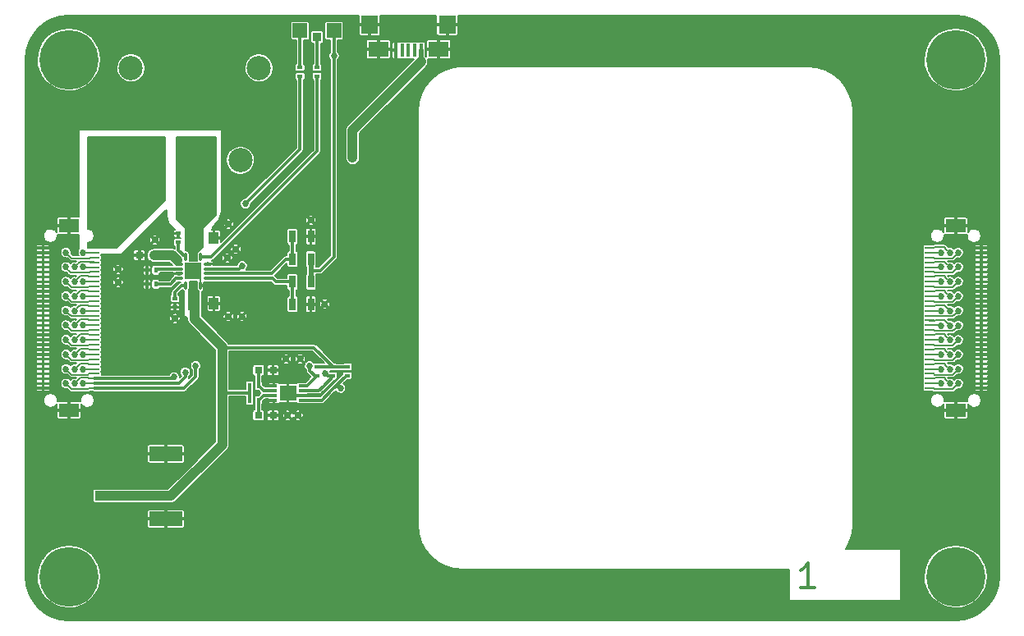
<source format=gtl>
G04 #@! TF.FileFunction,Copper,L1,Top,Signal*
%FSLAX46Y46*%
G04 Gerber Fmt 4.6, Leading zero omitted, Abs format (unit mm)*
G04 Created by KiCad (PCBNEW (2015-04-19 BZR 5613)-product) date 7/15/2015 9:57:49 PM*
%MOMM*%
G01*
G04 APERTURE LIST*
%ADD10C,0.100000*%
%ADD11C,0.300000*%
%ADD12C,0.685800*%
%ADD13O,6.100000X6.100000*%
%ADD14R,2.100000X1.400000*%
%ADD15R,1.000000X0.250000*%
%ADD16R,0.800000X0.750000*%
%ADD17R,1.000000X1.250000*%
%ADD18R,1.500000X1.500000*%
%ADD19R,0.900000X0.900000*%
%ADD20R,3.500000X1.000000*%
%ADD21R,3.400000X1.500000*%
%ADD22R,0.600000X0.400000*%
%ADD23R,0.400000X0.600000*%
%ADD24R,0.700000X1.300000*%
%ADD25C,2.500000*%
%ADD26C,0.500000*%
%ADD27O,0.280000X0.850000*%
%ADD28O,0.850000X0.280000*%
%ADD29R,1.700000X1.700000*%
%ADD30R,0.700000X0.300000*%
%ADD31R,1.750000X1.630000*%
%ADD32R,0.400000X1.350000*%
%ADD33R,1.800000X1.900000*%
%ADD34R,2.100000X1.600000*%
%ADD35C,1.016000*%
%ADD36C,0.152400*%
%ADD37C,0.304800*%
%ADD38C,1.016000*%
%ADD39C,0.508000*%
G04 APERTURE END LIST*
D10*
D11*
X170905714Y-135769048D02*
X169454286Y-135769048D01*
X170180000Y-135769048D02*
X170180000Y-133229048D01*
X169938095Y-133591905D01*
X169696190Y-133833810D01*
X169454286Y-133954762D01*
D12*
X111196120Y-100843080D03*
X110327440Y-101752400D03*
X116575840Y-115646200D03*
X102864920Y-99893120D03*
X110444280Y-98272600D03*
X118958360Y-97861120D03*
X120375680Y-106527600D03*
X111846360Y-107797600D03*
X110434120Y-107787440D03*
X104917240Y-108005880D03*
X99070160Y-104277160D03*
X99070160Y-102936040D03*
X117607080Y-117998240D03*
X116555520Y-117998240D03*
X98272600Y-100317300D03*
X99199700Y-99441000D03*
X98272600Y-99441000D03*
X117840760Y-112176560D03*
D13*
X93980000Y-134620000D03*
X93980000Y-81280000D03*
X185420000Y-81280000D03*
X185420000Y-134620000D03*
D12*
X93980000Y-117450000D03*
D14*
X93980000Y-117450000D03*
D15*
X91330000Y-100700000D03*
X91330000Y-101200000D03*
X91330000Y-101700000D03*
X91330000Y-102200000D03*
X91330000Y-102700000D03*
X91330000Y-103200000D03*
X91330000Y-103700000D03*
X91330000Y-104200000D03*
X91330000Y-104700000D03*
X91330000Y-105200000D03*
X91330000Y-105700000D03*
X91330000Y-106200000D03*
X91330000Y-106700000D03*
X91330000Y-107200000D03*
X91330000Y-107700000D03*
X91330000Y-108200000D03*
X91330000Y-108700000D03*
X91330000Y-109200000D03*
X91330000Y-109700000D03*
X91330000Y-110200000D03*
X91330000Y-110700000D03*
X91330000Y-111200000D03*
X91330000Y-111700000D03*
X91330000Y-112200000D03*
X91330000Y-112700000D03*
X91330000Y-113200000D03*
X91330000Y-113700000D03*
X91330000Y-114200000D03*
X91330000Y-114700000D03*
X91330000Y-115200000D03*
X96630000Y-100700000D03*
X96630000Y-101200000D03*
X96630000Y-101700000D03*
X96630000Y-102200000D03*
X96630000Y-102700000D03*
X96630000Y-103200000D03*
X96630000Y-103700000D03*
X96630000Y-104200000D03*
X96630000Y-104700000D03*
X96630000Y-105200000D03*
X96630000Y-105700000D03*
X96630000Y-106200000D03*
X96630000Y-106700000D03*
X96630000Y-107200000D03*
X96630000Y-107700000D03*
X96630000Y-108200000D03*
X96630000Y-108700000D03*
X96630000Y-109200000D03*
X96630000Y-109700000D03*
X96630000Y-110200000D03*
X96630000Y-110700000D03*
X96630000Y-111200000D03*
X96630000Y-111700000D03*
X96630000Y-112200000D03*
X96630000Y-112700000D03*
X96630000Y-113200000D03*
X96630000Y-113700000D03*
X96630000Y-114200000D03*
X96630000Y-114700000D03*
X96630000Y-115200000D03*
D14*
X93980000Y-98450000D03*
D12*
X93980000Y-98450000D03*
X185420000Y-117450000D03*
D14*
X185420000Y-117450000D03*
D15*
X182770000Y-100700000D03*
X182770000Y-101200000D03*
X182770000Y-101700000D03*
X182770000Y-102200000D03*
X182770000Y-102700000D03*
X182770000Y-103200000D03*
X182770000Y-103700000D03*
X182770000Y-104200000D03*
X182770000Y-104700000D03*
X182770000Y-105200000D03*
X182770000Y-105700000D03*
X182770000Y-106200000D03*
X182770000Y-106700000D03*
X182770000Y-107200000D03*
X182770000Y-107700000D03*
X182770000Y-108200000D03*
X182770000Y-108700000D03*
X182770000Y-109200000D03*
X182770000Y-109700000D03*
X182770000Y-110200000D03*
X182770000Y-110700000D03*
X182770000Y-111200000D03*
X182770000Y-111700000D03*
X182770000Y-112200000D03*
X182770000Y-112700000D03*
X182770000Y-113200000D03*
X182770000Y-113700000D03*
X182770000Y-114200000D03*
X182770000Y-114700000D03*
X182770000Y-115200000D03*
X188070000Y-100700000D03*
X188070000Y-101200000D03*
X188070000Y-101700000D03*
X188070000Y-102200000D03*
X188070000Y-102700000D03*
X188070000Y-103200000D03*
X188070000Y-103700000D03*
X188070000Y-104200000D03*
X188070000Y-104700000D03*
X188070000Y-105200000D03*
X188070000Y-105700000D03*
X188070000Y-106200000D03*
X188070000Y-106700000D03*
X188070000Y-107200000D03*
X188070000Y-107700000D03*
X188070000Y-108200000D03*
X188070000Y-108700000D03*
X188070000Y-109200000D03*
X188070000Y-109700000D03*
X188070000Y-110200000D03*
X188070000Y-110700000D03*
X188070000Y-111200000D03*
X188070000Y-111700000D03*
X188070000Y-112200000D03*
X188070000Y-112700000D03*
X188070000Y-113200000D03*
X188070000Y-113700000D03*
X188070000Y-114200000D03*
X188070000Y-114700000D03*
X188070000Y-115200000D03*
D14*
X185420000Y-98450000D03*
D12*
X185420000Y-98450000D03*
X185420000Y-98450000D03*
X185420000Y-117450000D03*
X93980000Y-98450000D03*
X93980000Y-117450000D03*
D16*
X102769100Y-101473000D03*
X101269100Y-101473000D03*
D17*
X106943650Y-106432350D03*
X108943650Y-106432350D03*
D16*
X113550000Y-113334800D03*
X115050000Y-113334800D03*
X113550000Y-118008400D03*
X115050000Y-118008400D03*
D17*
X106943650Y-99714050D03*
X108943650Y-99714050D03*
D18*
X121333200Y-78295500D03*
X117833200Y-78295500D03*
D19*
X119583200Y-78945500D03*
D20*
X98437600Y-124310900D03*
D21*
X103987600Y-121960900D03*
X103987600Y-128660900D03*
D20*
X98437600Y-126310900D03*
D22*
X104914700Y-106837900D03*
X104914700Y-105937900D03*
D23*
X112643500Y-114935000D03*
X113543500Y-114935000D03*
X102939000Y-104457500D03*
X102039000Y-104457500D03*
X112643500Y-116446300D03*
X113543500Y-116446300D03*
D24*
X118945700Y-101879400D03*
X117045700Y-101879400D03*
D22*
X117830600Y-83000000D03*
X117830600Y-82100000D03*
X119583200Y-83000000D03*
X119583200Y-82100000D03*
D24*
X118945700Y-99542600D03*
X117045700Y-99542600D03*
X118945700Y-104216200D03*
X117045700Y-104216200D03*
X118945700Y-106527600D03*
X117045700Y-106527600D03*
D25*
X113584800Y-82153800D03*
X100384800Y-82153800D03*
X111684800Y-91683800D03*
X106984800Y-91683800D03*
X102284800Y-91683800D03*
D26*
X106813350Y-103117650D03*
X106313350Y-103617650D03*
X106313350Y-102617650D03*
X107313350Y-103617650D03*
D27*
X106063350Y-104592650D03*
X106563350Y-104592650D03*
X107063350Y-104592650D03*
X107563350Y-104592650D03*
D28*
X108288350Y-103867650D03*
X108288350Y-103367650D03*
X108288350Y-102867650D03*
X108288350Y-102367650D03*
D27*
X107563350Y-101642650D03*
X107063350Y-101642650D03*
X106563350Y-101642650D03*
X106063350Y-101642650D03*
D28*
X105338350Y-102367650D03*
X105338350Y-102867650D03*
X105338350Y-103367650D03*
X105338350Y-103867650D03*
D29*
X106813350Y-103117650D03*
D26*
X107313350Y-102617650D03*
D30*
X115123300Y-114934300D03*
X115123300Y-115434300D03*
X115123300Y-115934300D03*
X115123300Y-116434300D03*
X118023300Y-114934300D03*
X118023300Y-115434300D03*
X118023300Y-115934300D03*
X118023300Y-116434300D03*
D31*
X116573300Y-115684300D03*
D32*
X127706600Y-80322800D03*
X128356600Y-80322800D03*
X129656600Y-80322800D03*
X130306600Y-80322800D03*
D33*
X125006600Y-77647800D03*
D34*
X125906600Y-80197800D03*
X132106600Y-80197800D03*
D33*
X133006600Y-77647800D03*
D32*
X129006600Y-80322800D03*
D22*
X105289350Y-100125950D03*
X105289350Y-99225950D03*
D23*
X102939000Y-103022400D03*
X102039000Y-103022400D03*
D22*
X122707400Y-112986400D03*
X122707400Y-113886400D03*
X119608600Y-112986400D03*
X119608600Y-113886400D03*
X121158000Y-112986400D03*
X121158000Y-113886400D03*
D12*
X116382800Y-112171480D03*
X97332800Y-99402900D03*
X95478600Y-101193592D03*
X93700600Y-101193600D03*
X94589600Y-102692200D03*
X95478600Y-102692200D03*
X93700600Y-102692200D03*
X94589600Y-104190802D03*
X95478600Y-104190800D03*
X93700604Y-104190800D03*
X94589600Y-105689398D03*
X95478600Y-105689396D03*
X93700600Y-105689400D03*
X94589600Y-107188000D03*
X95478600Y-107188000D03*
X93700600Y-107188000D03*
X94589600Y-108686602D03*
X95478600Y-108686596D03*
X93700600Y-108686600D03*
X94589600Y-110185200D03*
X95478606Y-110185219D03*
X93700606Y-110185200D03*
X94589602Y-111709198D03*
X95478600Y-111709204D03*
X93700600Y-111709204D03*
X94589600Y-113207800D03*
X95478600Y-113207800D03*
X93700600Y-113207800D03*
X121996200Y-115189000D03*
X104825800Y-114033300D03*
X94589596Y-114706400D03*
X120403912Y-113634120D03*
X105994196Y-113545600D03*
X95478600Y-114706400D03*
X118813288Y-112885200D03*
X107073700Y-112885200D03*
X93700600Y-114706400D03*
X184810400Y-101193600D03*
X183921400Y-101193600D03*
X185699400Y-101193600D03*
X184810400Y-102692200D03*
X183921400Y-102692200D03*
X185699400Y-102692200D03*
X184810400Y-104190800D03*
X183921400Y-104190800D03*
X185699400Y-104190800D03*
X184810400Y-105689400D03*
X183921400Y-105689400D03*
X185699404Y-105689400D03*
X184810400Y-107188000D03*
X183921400Y-107188000D03*
X185699400Y-107188000D03*
X184810400Y-108712000D03*
X183921400Y-108712000D03*
X185699400Y-108712000D03*
X184810400Y-110210600D03*
X183921394Y-110210600D03*
X185699400Y-110210600D03*
X184810396Y-111709200D03*
X183921400Y-111709200D03*
X185699400Y-111709200D03*
X184810400Y-113207800D03*
X183921400Y-113207800D03*
X185699400Y-113207800D03*
X184810400Y-114706406D03*
X183921400Y-114706400D03*
X185699400Y-114706404D03*
D35*
X123256040Y-91414600D03*
X103794560Y-101473000D03*
D12*
X111874300Y-102565200D03*
X112191800Y-96151700D03*
X121335800Y-80899000D03*
D36*
X96615600Y-100685600D02*
X96215200Y-100685600D01*
X96630000Y-100700000D02*
X96615600Y-100685600D01*
X95485008Y-101200000D02*
X95478600Y-101193592D01*
X96630000Y-101200000D02*
X95485008Y-101200000D01*
X96621554Y-101191554D02*
X96630000Y-101200000D01*
X96630000Y-101700000D02*
X96216800Y-101700000D01*
X94043499Y-101536499D02*
X93700600Y-101193600D01*
X94284800Y-101777800D02*
X94043499Y-101536499D01*
X96139000Y-101777800D02*
X94284800Y-101777800D01*
X96216800Y-101700000D02*
X96139000Y-101777800D01*
X96630000Y-101700000D02*
X96616248Y-101713752D01*
X96630000Y-102200000D02*
X96588800Y-102158800D01*
X96588800Y-102158800D02*
X96189800Y-102158800D01*
X96189800Y-102158800D02*
X96139000Y-102108000D01*
X96139000Y-102108000D02*
X95173800Y-102108000D01*
X95173800Y-102108000D02*
X94932499Y-102349301D01*
X94932499Y-102349301D02*
X94589600Y-102692200D01*
X96647000Y-102717000D02*
X96647000Y-102743000D01*
X96630000Y-102700000D02*
X96647000Y-102717000D01*
X96630000Y-102700000D02*
X95486400Y-102700000D01*
X95486400Y-102700000D02*
X95478600Y-102692200D01*
X96630000Y-103200000D02*
X96629800Y-103200200D01*
X96629800Y-103200200D02*
X96215200Y-103200200D01*
X96215200Y-103200200D02*
X96139000Y-103276400D01*
X96139000Y-103276400D02*
X94169638Y-103276400D01*
X94169638Y-103276400D02*
X93615608Y-102722370D01*
X96630000Y-103700000D02*
X96612800Y-103682800D01*
X96612800Y-103682800D02*
X96062800Y-103682800D01*
X96062800Y-103682800D02*
X95986600Y-103606600D01*
X95986600Y-103606600D02*
X95173802Y-103606600D01*
X95173802Y-103606600D02*
X94932499Y-103847903D01*
X94932499Y-103847903D02*
X94589600Y-104190802D01*
X96630000Y-104200000D02*
X95487800Y-104200000D01*
X95487800Y-104200000D02*
X95478600Y-104190800D01*
X96630000Y-104700000D02*
X96061600Y-104700000D01*
X96061600Y-104700000D02*
X95986600Y-104775000D01*
X95986600Y-104775000D02*
X94284804Y-104775000D01*
X94284804Y-104775000D02*
X94043503Y-104533699D01*
X94043503Y-104533699D02*
X93700604Y-104190800D01*
X96630000Y-105200000D02*
X96611400Y-105181400D01*
X96611400Y-105181400D02*
X96062800Y-105181400D01*
X96062800Y-105181400D02*
X95986600Y-105105200D01*
X95986600Y-105105200D02*
X95173798Y-105105200D01*
X95173798Y-105105200D02*
X94932499Y-105346499D01*
X94932499Y-105346499D02*
X94589600Y-105689398D01*
X96630000Y-105700000D02*
X95489204Y-105700000D01*
X95489204Y-105700000D02*
X95478600Y-105689396D01*
X96630000Y-106200000D02*
X96627400Y-106197400D01*
X96627400Y-106197400D02*
X96062800Y-106197400D01*
X96062800Y-106197400D02*
X95986600Y-106273600D01*
X95986600Y-106273600D02*
X94284800Y-106273600D01*
X94284800Y-106273600D02*
X94043499Y-106032299D01*
X94043499Y-106032299D02*
X93700600Y-105689400D01*
X96630000Y-106700000D02*
X96610000Y-106680000D01*
X96610000Y-106680000D02*
X96062800Y-106680000D01*
X96062800Y-106680000D02*
X95986600Y-106603800D01*
X95986600Y-106603800D02*
X95173800Y-106603800D01*
X95173800Y-106603800D02*
X94932499Y-106845101D01*
X94932499Y-106845101D02*
X94589600Y-107188000D01*
X96630000Y-107200000D02*
X95490600Y-107200000D01*
X95490600Y-107200000D02*
X95478600Y-107188000D01*
X96630000Y-107700000D02*
X96626000Y-107696000D01*
X96626000Y-107696000D02*
X96062800Y-107696000D01*
X96062800Y-107696000D02*
X95986600Y-107772200D01*
X95986600Y-107772200D02*
X94284800Y-107772200D01*
X94284800Y-107772200D02*
X94043499Y-107530899D01*
X94043499Y-107530899D02*
X93700600Y-107188000D01*
X96630000Y-108200000D02*
X96608600Y-108178600D01*
X96608600Y-108178600D02*
X96037400Y-108178600D01*
X96037400Y-108178600D02*
X95961200Y-108102400D01*
X95961200Y-108102400D02*
X95173802Y-108102400D01*
X95173802Y-108102400D02*
X94932499Y-108343703D01*
X94932499Y-108343703D02*
X94589600Y-108686602D01*
X95492004Y-108700000D02*
X95478600Y-108686596D01*
X96630000Y-108700000D02*
X95492004Y-108700000D01*
X96630000Y-109200000D02*
X96624600Y-109194600D01*
X96624600Y-109194600D02*
X96062800Y-109194600D01*
X96062800Y-109194600D02*
X95986600Y-109270800D01*
X95986600Y-109270800D02*
X94284800Y-109270800D01*
X94284800Y-109270800D02*
X94043499Y-109029499D01*
X94043499Y-109029499D02*
X93700600Y-108686600D01*
X96630000Y-109700000D02*
X96085600Y-109700000D01*
X96085600Y-109700000D02*
X95986600Y-109601000D01*
X95986600Y-109601000D02*
X95173800Y-109601000D01*
X95173800Y-109601000D02*
X94932499Y-109842301D01*
X94932499Y-109842301D02*
X94589600Y-110185200D01*
X96630000Y-110200000D02*
X95493387Y-110200000D01*
X95493387Y-110200000D02*
X95478606Y-110185219D01*
X96630000Y-110700000D02*
X96597800Y-110667800D01*
X96597800Y-110667800D02*
X96088200Y-110667800D01*
X96088200Y-110667800D02*
X95986600Y-110769400D01*
X95986600Y-110769400D02*
X94284806Y-110769400D01*
X94284806Y-110769400D02*
X94043505Y-110528099D01*
X94043505Y-110528099D02*
X93700606Y-110185200D01*
X96630000Y-111200000D02*
X96603400Y-111226600D01*
X96603400Y-111226600D02*
X96088200Y-111226600D01*
X96088200Y-111226600D02*
X95986600Y-111125000D01*
X95986600Y-111125000D02*
X95173800Y-111125000D01*
X95173800Y-111125000D02*
X94932501Y-111366299D01*
X94932501Y-111366299D02*
X94589602Y-111709198D01*
X96630000Y-111700000D02*
X95487804Y-111700000D01*
X95487804Y-111700000D02*
X95478600Y-111709204D01*
X96630000Y-112200000D02*
X96612800Y-112217200D01*
X96612800Y-112217200D02*
X96062800Y-112217200D01*
X96062800Y-112217200D02*
X95986600Y-112293400D01*
X95986600Y-112293400D02*
X94284796Y-112293400D01*
X94284796Y-112293400D02*
X94043499Y-112052103D01*
X94043499Y-112052103D02*
X93700600Y-111709204D01*
X96630000Y-112700000D02*
X96629800Y-112699800D01*
X96629800Y-112699800D02*
X96062800Y-112699800D01*
X96062800Y-112699800D02*
X95986600Y-112623600D01*
X95986600Y-112623600D02*
X95173800Y-112623600D01*
X95173800Y-112623600D02*
X94932499Y-112864901D01*
X94932499Y-112864901D02*
X94589600Y-113207800D01*
X95486400Y-113200000D02*
X95478600Y-113207800D01*
X96630000Y-113200000D02*
X95486400Y-113200000D01*
X96630000Y-113700000D02*
X96620400Y-113690400D01*
X96620400Y-113690400D02*
X96037400Y-113690400D01*
X96037400Y-113690400D02*
X95935800Y-113792000D01*
X95935800Y-113792000D02*
X94284800Y-113792000D01*
X94284800Y-113792000D02*
X94043499Y-113550699D01*
X94043499Y-113550699D02*
X93700600Y-113207800D01*
D37*
X121118996Y-115374804D02*
X121444500Y-115049300D01*
X121444500Y-115049300D02*
X121856500Y-115049300D01*
X121856500Y-115049300D02*
X121996200Y-115189000D01*
X104659100Y-114200000D02*
X104825800Y-114033300D01*
X96630000Y-114200000D02*
X104659100Y-114200000D01*
X121118996Y-115374804D02*
X122607400Y-113886400D01*
X120059500Y-116434300D02*
X121118996Y-115374804D01*
X118023300Y-116434300D02*
X120059500Y-116434300D01*
X122607400Y-113886400D02*
X122707400Y-113886400D01*
D36*
X96630000Y-114200000D02*
X96628400Y-114198400D01*
X96628400Y-114198400D02*
X96062800Y-114198400D01*
X96062800Y-114198400D02*
X95986600Y-114122200D01*
X95986600Y-114122200D02*
X95173796Y-114122200D01*
X95173796Y-114122200D02*
X94932495Y-114363501D01*
X94932495Y-114363501D02*
X94589596Y-114706400D01*
D37*
X120211133Y-114980167D02*
X121173240Y-114018060D01*
X121173240Y-114018060D02*
X121173240Y-113919000D01*
X121173240Y-113919000D02*
X120688792Y-113919000D01*
X120688792Y-113919000D02*
X120403912Y-113634120D01*
X105994196Y-114030533D02*
X105994196Y-113545600D01*
X105324729Y-114700000D02*
X105994196Y-114030533D01*
X96630000Y-114700000D02*
X105324729Y-114700000D01*
X120211133Y-114980167D02*
X121158000Y-114033300D01*
X119757000Y-115434300D02*
X120211133Y-114980167D01*
X118023300Y-115434300D02*
X119757000Y-115434300D01*
X121158000Y-114033300D02*
X121158000Y-113886400D01*
D36*
X96630000Y-114700000D02*
X95485000Y-114700000D01*
X95485000Y-114700000D02*
X95478600Y-114706400D01*
D37*
X118927336Y-114567664D02*
X119469077Y-114025922D01*
X119469077Y-114025922D02*
X118813288Y-113370133D01*
X118813288Y-113370133D02*
X118813288Y-112885200D01*
X107073700Y-113370133D02*
X107073700Y-112885200D01*
X107073700Y-113959413D02*
X107073700Y-113370133D01*
X105833113Y-115200000D02*
X107073700Y-113959413D01*
X96630000Y-115200000D02*
X105833113Y-115200000D01*
X118927336Y-114567664D02*
X119608600Y-113886400D01*
X118560700Y-114934300D02*
X118927336Y-114567664D01*
X118023300Y-114934300D02*
X118560700Y-114934300D01*
D36*
X96630000Y-115200000D02*
X96051800Y-115200000D01*
X96051800Y-115200000D02*
X95961200Y-115290600D01*
X95961200Y-115290600D02*
X94284800Y-115290600D01*
X94284800Y-115290600D02*
X94043499Y-115049299D01*
X94043499Y-115049299D02*
X93700600Y-114706400D01*
X182770000Y-100700000D02*
X182784400Y-100685600D01*
X182784400Y-100685600D02*
X183184800Y-100685600D01*
X183184800Y-100685600D02*
X183261000Y-100609400D01*
X183261000Y-100609400D02*
X184226200Y-100609400D01*
X184226200Y-100609400D02*
X184467501Y-100850701D01*
X184467501Y-100850701D02*
X184810400Y-101193600D01*
X183915000Y-101200000D02*
X183921400Y-101193600D01*
X182770000Y-101200000D02*
X183915000Y-101200000D01*
X182770000Y-101700000D02*
X183183200Y-101700000D01*
X183183200Y-101700000D02*
X183261000Y-101777800D01*
X183261000Y-101777800D02*
X185115200Y-101777800D01*
X185115200Y-101777800D02*
X185356501Y-101536499D01*
X185356501Y-101536499D02*
X185699400Y-101193600D01*
X182770000Y-102200000D02*
X182779600Y-102209600D01*
X182779600Y-102209600D02*
X183184800Y-102209600D01*
X183184800Y-102209600D02*
X183286400Y-102108000D01*
X183286400Y-102108000D02*
X184226200Y-102108000D01*
X184226200Y-102108000D02*
X184467501Y-102349301D01*
X184467501Y-102349301D02*
X184810400Y-102692200D01*
X183913600Y-102700000D02*
X183921400Y-102692200D01*
X182770000Y-102700000D02*
X183913600Y-102700000D01*
X182770000Y-103200000D02*
X183184600Y-103200000D01*
X183184600Y-103200000D02*
X183261000Y-103276400D01*
X183261000Y-103276400D02*
X185115200Y-103276400D01*
X185115200Y-103276400D02*
X185356501Y-103035099D01*
X185356501Y-103035099D02*
X185699400Y-102692200D01*
X182770000Y-103700000D02*
X182812600Y-103657400D01*
X182812600Y-103657400D02*
X183210200Y-103657400D01*
X183210200Y-103657400D02*
X183261000Y-103606600D01*
X183261000Y-103606600D02*
X184226200Y-103606600D01*
X184226200Y-103606600D02*
X184467501Y-103847901D01*
X184467501Y-103847901D02*
X184810400Y-104190800D01*
X183912200Y-104200000D02*
X183921400Y-104190800D01*
X182770000Y-104200000D02*
X183912200Y-104200000D01*
X182770000Y-104700000D02*
X182771200Y-104698800D01*
X182771200Y-104698800D02*
X183184800Y-104698800D01*
X183184800Y-104698800D02*
X183261000Y-104775000D01*
X183261000Y-104775000D02*
X185115200Y-104775000D01*
X185115200Y-104775000D02*
X185356501Y-104533699D01*
X185356501Y-104533699D02*
X185699400Y-104190800D01*
X182770000Y-105200000D02*
X182814000Y-105156000D01*
X182814000Y-105156000D02*
X183235600Y-105156000D01*
X183235600Y-105156000D02*
X183286400Y-105105200D01*
X183286400Y-105105200D02*
X184226200Y-105105200D01*
X184226200Y-105105200D02*
X184467501Y-105346501D01*
X184467501Y-105346501D02*
X184810400Y-105689400D01*
X183910800Y-105700000D02*
X183921400Y-105689400D01*
X182770000Y-105700000D02*
X183910800Y-105700000D01*
X182770000Y-106200000D02*
X183187400Y-106200000D01*
X183187400Y-106200000D02*
X183261000Y-106273600D01*
X183261000Y-106273600D02*
X185115204Y-106273600D01*
X185115204Y-106273600D02*
X185356505Y-106032299D01*
X185356505Y-106032299D02*
X185699404Y-105689400D01*
X182770000Y-106700000D02*
X182790000Y-106680000D01*
X182790000Y-106680000D02*
X183210200Y-106680000D01*
X183210200Y-106680000D02*
X183286400Y-106603800D01*
X183286400Y-106603800D02*
X184226200Y-106603800D01*
X184226200Y-106603800D02*
X184467501Y-106845101D01*
X184467501Y-106845101D02*
X184810400Y-107188000D01*
X182770000Y-107200000D02*
X183909400Y-107200000D01*
X183909400Y-107200000D02*
X183921400Y-107188000D01*
X182770000Y-107700000D02*
X183188800Y-107700000D01*
X183188800Y-107700000D02*
X183261000Y-107772200D01*
X183261000Y-107772200D02*
X185115200Y-107772200D01*
X185115200Y-107772200D02*
X185356501Y-107530899D01*
X185356501Y-107530899D02*
X185699400Y-107188000D01*
X182770000Y-108200000D02*
X182774000Y-108204000D01*
X182774000Y-108204000D02*
X183210200Y-108204000D01*
X183210200Y-108204000D02*
X183286400Y-108127800D01*
X183286400Y-108127800D02*
X184226200Y-108127800D01*
X184226200Y-108127800D02*
X184467501Y-108369101D01*
X184467501Y-108369101D02*
X184810400Y-108712000D01*
X183909400Y-108700000D02*
X183921400Y-108712000D01*
X182770000Y-108700000D02*
X183909400Y-108700000D01*
X182770000Y-109200000D02*
X183164800Y-109200000D01*
X183164800Y-109200000D02*
X183261000Y-109296200D01*
X183261000Y-109296200D02*
X185115200Y-109296200D01*
X185115200Y-109296200D02*
X185356501Y-109054899D01*
X185356501Y-109054899D02*
X185699400Y-108712000D01*
X182770000Y-109700000D02*
X182772600Y-109702600D01*
X182772600Y-109702600D02*
X183210200Y-109702600D01*
X183210200Y-109702600D02*
X183286400Y-109626400D01*
X183286400Y-109626400D02*
X184226200Y-109626400D01*
X184226200Y-109626400D02*
X184467501Y-109867701D01*
X184467501Y-109867701D02*
X184810400Y-110210600D01*
X182770000Y-110200000D02*
X183910794Y-110200000D01*
X183910794Y-110200000D02*
X183921394Y-110210600D01*
X182770000Y-110700000D02*
X183166200Y-110700000D01*
X183166200Y-110700000D02*
X183261000Y-110794800D01*
X183261000Y-110794800D02*
X185115200Y-110794800D01*
X185115200Y-110794800D02*
X185356501Y-110553499D01*
X185356501Y-110553499D02*
X185699400Y-110210600D01*
X182770000Y-111200000D02*
X182771200Y-111201200D01*
X182771200Y-111201200D02*
X183184800Y-111201200D01*
X183184800Y-111201200D02*
X183261000Y-111125000D01*
X183261000Y-111125000D02*
X184226196Y-111125000D01*
X184226196Y-111125000D02*
X184467497Y-111366301D01*
X184467497Y-111366301D02*
X184810396Y-111709200D01*
X183912200Y-111700000D02*
X183921400Y-111709200D01*
X182770000Y-111700000D02*
X183912200Y-111700000D01*
X182770000Y-112200000D02*
X183167600Y-112200000D01*
X183167600Y-112200000D02*
X183261000Y-112293400D01*
X183261000Y-112293400D02*
X185115200Y-112293400D01*
X185115200Y-112293400D02*
X185356501Y-112052099D01*
X185356501Y-112052099D02*
X185699400Y-111709200D01*
X182770000Y-112700000D02*
X182770200Y-112699800D01*
X182770200Y-112699800D02*
X183184800Y-112699800D01*
X183184800Y-112699800D02*
X183261000Y-112623600D01*
X183261000Y-112623600D02*
X184226200Y-112623600D01*
X184226200Y-112623600D02*
X184467501Y-112864901D01*
X184467501Y-112864901D02*
X184810400Y-113207800D01*
X182770000Y-113200000D02*
X183913600Y-113200000D01*
X183913600Y-113200000D02*
X183921400Y-113207800D01*
X182770000Y-113700000D02*
X183169000Y-113700000D01*
X183169000Y-113700000D02*
X183261000Y-113792000D01*
X183261000Y-113792000D02*
X185115200Y-113792000D01*
X185115200Y-113792000D02*
X185356501Y-113550699D01*
X185356501Y-113550699D02*
X185699400Y-113207800D01*
X182770000Y-114200000D02*
X182771600Y-114198400D01*
X182771600Y-114198400D02*
X183210200Y-114198400D01*
X183210200Y-114198400D02*
X183286400Y-114122200D01*
X183286400Y-114122200D02*
X184226194Y-114122200D01*
X184226194Y-114122200D02*
X184467501Y-114363507D01*
X184467501Y-114363507D02*
X184810400Y-114706406D01*
X183915000Y-114700000D02*
X183921400Y-114706400D01*
X182770000Y-114700000D02*
X183915000Y-114700000D01*
X182770000Y-115200000D02*
X183145000Y-115200000D01*
X183145000Y-115200000D02*
X183235600Y-115290600D01*
X183235600Y-115290600D02*
X185115204Y-115290600D01*
X185115204Y-115290600D02*
X185356501Y-115049303D01*
X185356501Y-115049303D02*
X185699400Y-114706404D01*
D38*
X123256040Y-90696180D02*
X123256040Y-91414600D01*
X123256040Y-88574880D02*
X123256040Y-90696180D01*
X130312160Y-81518760D02*
X123256040Y-88574880D01*
D39*
X130306600Y-80322800D02*
X130306600Y-81513200D01*
X130306600Y-81513200D02*
X130312160Y-81518760D01*
D37*
X130306600Y-81513200D02*
X130312160Y-81518760D01*
D38*
X102769100Y-101473000D02*
X103794560Y-101473000D01*
X130312160Y-81518760D02*
X130307080Y-81513680D01*
D37*
X105338350Y-102367650D02*
X105338350Y-102300510D01*
X105338350Y-102300510D02*
X104510840Y-101473000D01*
D38*
X102769100Y-101473000D02*
X104510840Y-101473000D01*
X104510840Y-101473000D02*
X104679624Y-101473000D01*
X104679624Y-101473000D02*
X105209912Y-102003288D01*
D36*
X108943650Y-99714050D02*
X108943650Y-98828350D01*
X108943650Y-98828350D02*
X109499400Y-98272600D01*
X109499400Y-98272600D02*
X110444280Y-98272600D01*
X107563350Y-104592650D02*
X107563350Y-103867650D01*
X107563350Y-103867650D02*
X107313350Y-103617650D01*
D37*
X188070000Y-115200000D02*
X186861880Y-115200000D01*
X185420000Y-116641880D02*
X185420000Y-117450000D01*
X186861880Y-115200000D02*
X185420000Y-116641880D01*
X185420000Y-98450000D02*
X185420000Y-99466400D01*
X186653600Y-100700000D02*
X188070000Y-100700000D01*
X185420000Y-99466400D02*
X186653600Y-100700000D01*
X91330000Y-100700000D02*
X92848000Y-100700000D01*
X93980000Y-99568000D02*
X93980000Y-98450000D01*
X92848000Y-100700000D02*
X93980000Y-99568000D01*
X91330000Y-115200000D02*
X92563520Y-115200000D01*
X93980000Y-116616480D02*
X93980000Y-117450000D01*
X92563520Y-115200000D02*
X93980000Y-116616480D01*
X118023300Y-115934300D02*
X116823300Y-115934300D01*
X116823300Y-115934300D02*
X116573300Y-115684300D01*
X119608600Y-112986400D02*
X119620880Y-112974120D01*
X119620880Y-112974120D02*
X121239280Y-112974120D01*
X121239280Y-112974120D02*
X119263160Y-110998000D01*
X119263160Y-110998000D02*
X110058200Y-110998000D01*
X110058200Y-110998000D02*
X109816900Y-111239300D01*
X109816900Y-111239300D02*
X109816900Y-111989830D01*
X122707400Y-112986400D02*
X119708600Y-112986400D01*
X119708600Y-112986400D02*
X119608600Y-112986400D01*
D38*
X109816900Y-115684653D02*
X109816900Y-111989830D01*
X109816900Y-111989830D02*
X109816900Y-110946600D01*
D37*
X122707400Y-112986400D02*
X121158000Y-112986400D01*
X112643500Y-115672014D02*
X112643500Y-114935000D01*
X112643500Y-116446300D02*
X112643500Y-115672014D01*
D38*
X109816900Y-121005600D02*
X109816900Y-115684653D01*
D37*
X112643500Y-115672014D02*
X109829539Y-115672014D01*
X109829539Y-115672014D02*
X109816900Y-115684653D01*
D38*
X98437600Y-126310900D02*
X104511600Y-126310900D01*
X104511600Y-126310900D02*
X109816900Y-121005600D01*
X109816900Y-110946600D02*
X106943650Y-108073350D01*
X106943650Y-108073350D02*
X106943650Y-106432350D01*
D37*
X113543500Y-114935000D02*
X113543500Y-113341300D01*
X113543500Y-113341300D02*
X113550000Y-113334800D01*
X115123300Y-115434300D02*
X114042800Y-115434300D01*
X114042800Y-115434300D02*
X113543500Y-114935000D01*
X113543500Y-116446300D02*
X113543500Y-118001900D01*
X113543500Y-118001900D02*
X113550000Y-118008400D01*
X115123300Y-115934300D02*
X114055500Y-115934300D01*
X114055500Y-115934300D02*
X113543500Y-116446300D01*
X117830600Y-82100000D02*
X117830600Y-78298100D01*
X117830600Y-78298100D02*
X117833200Y-78295500D01*
X119583200Y-82100000D02*
X119583200Y-78945500D01*
X106063350Y-104592650D02*
X105618550Y-104592650D01*
X105618550Y-104592650D02*
X104914700Y-105296500D01*
X104914700Y-105296500D02*
X104914700Y-105937900D01*
X104463500Y-104457500D02*
X102939000Y-104457500D01*
X105338350Y-103867650D02*
X105053350Y-103867650D01*
X105053350Y-103867650D02*
X104463500Y-104457500D01*
X106063350Y-101642650D02*
X105998750Y-101642650D01*
X105998750Y-101642650D02*
X105289350Y-100933250D01*
X105289350Y-100933250D02*
X105289350Y-100125950D01*
X105338350Y-102867650D02*
X103093750Y-102867650D01*
X103093750Y-102867650D02*
X102939000Y-103022400D01*
X117045700Y-99542600D02*
X117045700Y-101879400D01*
X108288350Y-103367650D02*
X114902650Y-103367650D01*
X114902650Y-103367650D02*
X116390900Y-101879400D01*
X116390900Y-101879400D02*
X117045700Y-101879400D01*
X108288350Y-102867650D02*
X111571850Y-102867650D01*
X111571850Y-102867650D02*
X111874300Y-102565200D01*
X112191800Y-96151700D02*
X117830600Y-90512900D01*
X117830600Y-90512900D02*
X117830600Y-83000000D01*
X107563350Y-101642650D02*
X108688692Y-101642650D01*
X108688692Y-101642650D02*
X119583200Y-90748142D01*
X119583200Y-90748142D02*
X119583200Y-83504800D01*
X119583200Y-83504800D02*
X119583200Y-83000000D01*
X117045700Y-104216200D02*
X117045700Y-106527600D01*
X108288350Y-103867650D02*
X108294000Y-103873300D01*
X108294000Y-103873300D02*
X114973100Y-103873300D01*
X114973100Y-103873300D02*
X115316000Y-104216200D01*
X115316000Y-104216200D02*
X117045700Y-104216200D01*
D39*
X118945700Y-104216200D02*
X118945700Y-103061437D01*
D37*
X121335800Y-101615240D02*
X119889603Y-103061437D01*
D39*
X118945700Y-103061437D02*
X118945700Y-101879400D01*
D37*
X119889603Y-103061437D02*
X118945700Y-103061437D01*
X121335800Y-80899000D02*
X121335800Y-101615240D01*
X121333200Y-80088800D02*
X121335800Y-80091400D01*
X121335800Y-80091400D02*
X121335800Y-80899000D01*
X121333200Y-78295500D02*
X121333200Y-80088800D01*
D36*
G36*
X109143800Y-97301237D02*
X107784900Y-98660137D01*
X107784900Y-100590537D01*
X107276900Y-101098537D01*
X107276900Y-101125162D01*
X107259213Y-101146241D01*
X107224557Y-101209281D01*
X107202805Y-101277852D01*
X107194786Y-101349342D01*
X107194750Y-101354488D01*
X107194750Y-101551120D01*
X107190132Y-101566039D01*
X107182359Y-101639990D01*
X107189099Y-101714042D01*
X107194750Y-101733242D01*
X107194750Y-101930812D01*
X107201770Y-102002407D01*
X107210644Y-102031800D01*
X106416170Y-102031800D01*
X106423895Y-102007448D01*
X106431914Y-101935958D01*
X106431950Y-101930812D01*
X106431950Y-101734179D01*
X106436568Y-101719261D01*
X106444341Y-101645310D01*
X106437601Y-101571258D01*
X106431950Y-101552057D01*
X106431950Y-101354488D01*
X106424930Y-101282893D01*
X106404138Y-101214025D01*
X106370365Y-101150508D01*
X106324898Y-101094760D01*
X106269469Y-101048905D01*
X106206188Y-101014689D01*
X106137467Y-100993417D01*
X106065923Y-100985897D01*
X105994281Y-100992417D01*
X105994200Y-100992440D01*
X105994200Y-98698237D01*
X105079800Y-97783837D01*
X105079800Y-89268300D01*
X109143800Y-89268300D01*
X109143800Y-97301237D01*
X109143800Y-97301237D01*
G37*
X109143800Y-97301237D02*
X107784900Y-98660137D01*
X107784900Y-100590537D01*
X107276900Y-101098537D01*
X107276900Y-101125162D01*
X107259213Y-101146241D01*
X107224557Y-101209281D01*
X107202805Y-101277852D01*
X107194786Y-101349342D01*
X107194750Y-101354488D01*
X107194750Y-101551120D01*
X107190132Y-101566039D01*
X107182359Y-101639990D01*
X107189099Y-101714042D01*
X107194750Y-101733242D01*
X107194750Y-101930812D01*
X107201770Y-102002407D01*
X107210644Y-102031800D01*
X106416170Y-102031800D01*
X106423895Y-102007448D01*
X106431914Y-101935958D01*
X106431950Y-101930812D01*
X106431950Y-101734179D01*
X106436568Y-101719261D01*
X106444341Y-101645310D01*
X106437601Y-101571258D01*
X106431950Y-101552057D01*
X106431950Y-101354488D01*
X106424930Y-101282893D01*
X106404138Y-101214025D01*
X106370365Y-101150508D01*
X106324898Y-101094760D01*
X106269469Y-101048905D01*
X106206188Y-101014689D01*
X106137467Y-100993417D01*
X106065923Y-100985897D01*
X105994281Y-100992417D01*
X105994200Y-100992440D01*
X105994200Y-98698237D01*
X105079800Y-97783837D01*
X105079800Y-89268300D01*
X109143800Y-89268300D01*
X109143800Y-97301237D01*
G36*
X103901240Y-95774697D02*
X98926837Y-100749100D01*
X95986600Y-100749100D01*
X95986600Y-100171074D01*
X96076883Y-100155155D01*
X96210099Y-100103484D01*
X96330741Y-100026922D01*
X96434215Y-99928386D01*
X96516579Y-99811627D01*
X96574696Y-99681095D01*
X96606352Y-99541760D01*
X96608631Y-99378557D01*
X96580878Y-99238393D01*
X96526428Y-99106288D01*
X96447356Y-98987276D01*
X96346674Y-98885888D01*
X96228216Y-98805987D01*
X96096495Y-98750617D01*
X95986600Y-98728058D01*
X95986600Y-89268300D01*
X103901240Y-89268300D01*
X103901240Y-95774697D01*
X103901240Y-95774697D01*
G37*
X103901240Y-95774697D02*
X98926837Y-100749100D01*
X95986600Y-100749100D01*
X95986600Y-100171074D01*
X96076883Y-100155155D01*
X96210099Y-100103484D01*
X96330741Y-100026922D01*
X96434215Y-99928386D01*
X96516579Y-99811627D01*
X96574696Y-99681095D01*
X96606352Y-99541760D01*
X96608631Y-99378557D01*
X96580878Y-99238393D01*
X96526428Y-99106288D01*
X96447356Y-98987276D01*
X96346674Y-98885888D01*
X96228216Y-98805987D01*
X96096495Y-98750617D01*
X95986600Y-98728058D01*
X95986600Y-89268300D01*
X103901240Y-89268300D01*
X103901240Y-95774697D01*
G36*
X94076200Y-98489848D02*
X93994142Y-98571905D01*
X93980000Y-98557763D01*
X93965857Y-98571905D01*
X93858094Y-98464142D01*
X93872237Y-98450000D01*
X93858094Y-98435857D01*
X93965857Y-98328094D01*
X93980000Y-98342237D01*
X93994142Y-98328094D01*
X94076200Y-98410152D01*
X94076200Y-98489848D01*
X94076200Y-98489848D01*
G37*
X94076200Y-98489848D02*
X93994142Y-98571905D01*
X93980000Y-98557763D01*
X93965857Y-98571905D01*
X93858094Y-98464142D01*
X93872237Y-98450000D01*
X93858094Y-98435857D01*
X93965857Y-98328094D01*
X93980000Y-98342237D01*
X93994142Y-98328094D01*
X94076200Y-98410152D01*
X94076200Y-98489848D01*
G36*
X94101905Y-117464142D02*
X93994142Y-117571905D01*
X93980000Y-117557763D01*
X93965857Y-117571905D01*
X93858094Y-117464142D01*
X93872237Y-117450000D01*
X93858094Y-117435857D01*
X93965857Y-117328094D01*
X93980000Y-117342237D01*
X93994142Y-117328094D01*
X94101905Y-117435857D01*
X94087763Y-117450000D01*
X94101905Y-117464142D01*
X94101905Y-117464142D01*
G37*
X94101905Y-117464142D02*
X93994142Y-117571905D01*
X93980000Y-117557763D01*
X93965857Y-117571905D01*
X93858094Y-117464142D01*
X93872237Y-117450000D01*
X93858094Y-117435857D01*
X93965857Y-117328094D01*
X93980000Y-117342237D01*
X93994142Y-117328094D01*
X94101905Y-117435857D01*
X94087763Y-117450000D01*
X94101905Y-117464142D01*
G36*
X106909550Y-103157498D02*
X106853198Y-103213850D01*
X106773502Y-103213850D01*
X106717150Y-103157498D01*
X106717150Y-103077802D01*
X106773502Y-103021450D01*
X106853198Y-103021450D01*
X106909550Y-103077802D01*
X106909550Y-103157498D01*
X106909550Y-103157498D01*
G37*
X106909550Y-103157498D02*
X106853198Y-103213850D01*
X106773502Y-103213850D01*
X106717150Y-103157498D01*
X106717150Y-103077802D01*
X106773502Y-103021450D01*
X106853198Y-103021450D01*
X106909550Y-103077802D01*
X106909550Y-103157498D01*
G36*
X116669500Y-115688588D02*
X116589982Y-115768105D01*
X116575840Y-115753963D01*
X116561697Y-115768105D01*
X116477100Y-115683508D01*
X116477100Y-115608892D01*
X116477892Y-115608100D01*
X116497100Y-115608100D01*
X116497100Y-115588892D01*
X116561697Y-115524294D01*
X116575840Y-115538437D01*
X116589982Y-115524294D01*
X116649500Y-115583812D01*
X116649500Y-115608100D01*
X116669500Y-115608100D01*
X116669500Y-115688588D01*
X116669500Y-115688588D01*
G37*
X116669500Y-115688588D02*
X116589982Y-115768105D01*
X116575840Y-115753963D01*
X116561697Y-115768105D01*
X116477100Y-115683508D01*
X116477100Y-115608892D01*
X116477892Y-115608100D01*
X116497100Y-115608100D01*
X116497100Y-115588892D01*
X116561697Y-115524294D01*
X116575840Y-115538437D01*
X116589982Y-115524294D01*
X116649500Y-115583812D01*
X116649500Y-115608100D01*
X116669500Y-115608100D01*
X116669500Y-115688588D01*
G36*
X185541905Y-98464142D02*
X185434142Y-98571905D01*
X185420000Y-98557763D01*
X185405857Y-98571905D01*
X185298094Y-98464142D01*
X185312237Y-98450000D01*
X185298094Y-98435857D01*
X185405857Y-98328094D01*
X185420000Y-98342237D01*
X185434142Y-98328094D01*
X185541905Y-98435857D01*
X185527763Y-98450000D01*
X185541905Y-98464142D01*
X185541905Y-98464142D01*
G37*
X185541905Y-98464142D02*
X185434142Y-98571905D01*
X185420000Y-98557763D01*
X185405857Y-98571905D01*
X185298094Y-98464142D01*
X185312237Y-98450000D01*
X185298094Y-98435857D01*
X185405857Y-98328094D01*
X185420000Y-98342237D01*
X185434142Y-98328094D01*
X185541905Y-98435857D01*
X185527763Y-98450000D01*
X185541905Y-98464142D01*
G36*
X185541905Y-117464142D02*
X185434142Y-117571905D01*
X185420000Y-117557763D01*
X185405857Y-117571905D01*
X185298094Y-117464142D01*
X185312237Y-117450000D01*
X185298094Y-117435857D01*
X185405857Y-117328094D01*
X185420000Y-117342237D01*
X185434142Y-117328094D01*
X185541905Y-117435857D01*
X185527763Y-117450000D01*
X185541905Y-117464142D01*
X185541905Y-117464142D01*
G37*
X185541905Y-117464142D02*
X185434142Y-117571905D01*
X185420000Y-117557763D01*
X185405857Y-117571905D01*
X185298094Y-117464142D01*
X185312237Y-117450000D01*
X185298094Y-117435857D01*
X185405857Y-117328094D01*
X185420000Y-117342237D01*
X185434142Y-117328094D01*
X185541905Y-117435857D01*
X185527763Y-117450000D01*
X185541905Y-117464142D01*
G36*
X189915800Y-134616257D02*
X189829053Y-135497015D01*
X189573237Y-136340327D01*
X189157814Y-137117528D01*
X188798600Y-137555231D01*
X188798600Y-115347515D01*
X188798600Y-115319650D01*
X188798600Y-115080350D01*
X188798600Y-115052485D01*
X188789815Y-115008320D01*
X188772583Y-114966717D01*
X188761412Y-114950000D01*
X188772583Y-114933283D01*
X188789815Y-114891680D01*
X188798600Y-114847515D01*
X188798600Y-114819650D01*
X188798600Y-114580350D01*
X188798600Y-114552485D01*
X188789815Y-114508320D01*
X188772583Y-114466717D01*
X188761412Y-114450000D01*
X188772583Y-114433283D01*
X188789815Y-114391680D01*
X188798600Y-114347515D01*
X188798600Y-114319650D01*
X188798600Y-114080350D01*
X188798600Y-114052485D01*
X188789815Y-114008320D01*
X188772583Y-113966717D01*
X188761412Y-113950000D01*
X188772583Y-113933283D01*
X188789815Y-113891680D01*
X188798600Y-113847515D01*
X188798600Y-113819650D01*
X188798600Y-113580350D01*
X188798600Y-113552485D01*
X188789815Y-113508320D01*
X188772583Y-113466717D01*
X188761412Y-113450000D01*
X188772583Y-113433283D01*
X188789815Y-113391680D01*
X188798600Y-113347515D01*
X188798600Y-113319650D01*
X188798600Y-113080350D01*
X188798600Y-113052485D01*
X188789815Y-113008320D01*
X188772583Y-112966717D01*
X188761412Y-112950000D01*
X188772583Y-112933283D01*
X188789815Y-112891680D01*
X188798600Y-112847515D01*
X188798600Y-112819650D01*
X188798600Y-112580350D01*
X188798600Y-112552485D01*
X188789815Y-112508320D01*
X188772583Y-112466717D01*
X188761412Y-112450000D01*
X188772583Y-112433283D01*
X188789815Y-112391680D01*
X188798600Y-112347515D01*
X188798600Y-112319650D01*
X188798600Y-112080350D01*
X188798600Y-112052485D01*
X188789815Y-112008320D01*
X188772583Y-111966717D01*
X188761412Y-111950000D01*
X188772583Y-111933283D01*
X188789815Y-111891680D01*
X188798600Y-111847515D01*
X188798600Y-111819650D01*
X188798600Y-111580350D01*
X188798600Y-111552485D01*
X188789815Y-111508320D01*
X188772583Y-111466717D01*
X188761412Y-111450000D01*
X188772583Y-111433283D01*
X188789815Y-111391680D01*
X188798600Y-111347515D01*
X188798600Y-111319650D01*
X188798600Y-111080350D01*
X188798600Y-111052485D01*
X188789815Y-111008320D01*
X188772583Y-110966717D01*
X188761412Y-110950000D01*
X188772583Y-110933283D01*
X188789815Y-110891680D01*
X188798600Y-110847515D01*
X188798600Y-110819650D01*
X188798600Y-110580350D01*
X188798600Y-110552485D01*
X188789815Y-110508320D01*
X188772583Y-110466717D01*
X188761412Y-110450000D01*
X188772583Y-110433283D01*
X188789815Y-110391680D01*
X188798600Y-110347515D01*
X188798600Y-110319650D01*
X188798600Y-110080350D01*
X188798600Y-110052485D01*
X188789815Y-110008320D01*
X188772583Y-109966717D01*
X188761412Y-109950000D01*
X188772583Y-109933283D01*
X188789815Y-109891680D01*
X188798600Y-109847515D01*
X188798600Y-109819650D01*
X188798600Y-109580350D01*
X188798600Y-109552485D01*
X188789815Y-109508320D01*
X188772583Y-109466717D01*
X188761412Y-109450000D01*
X188772583Y-109433283D01*
X188789815Y-109391680D01*
X188798600Y-109347515D01*
X188798600Y-109319650D01*
X188798600Y-109080350D01*
X188798600Y-109052485D01*
X188789815Y-109008320D01*
X188772583Y-108966717D01*
X188761412Y-108950000D01*
X188772583Y-108933283D01*
X188789815Y-108891680D01*
X188798600Y-108847515D01*
X188798600Y-108819650D01*
X188798600Y-108580350D01*
X188798600Y-108552485D01*
X188789815Y-108508320D01*
X188772583Y-108466717D01*
X188761412Y-108450000D01*
X188772583Y-108433283D01*
X188789815Y-108391680D01*
X188798600Y-108347515D01*
X188798600Y-108319650D01*
X188798600Y-108080350D01*
X188798600Y-108052485D01*
X188789815Y-108008320D01*
X188772583Y-107966717D01*
X188761412Y-107950000D01*
X188772583Y-107933283D01*
X188789815Y-107891680D01*
X188798600Y-107847515D01*
X188798600Y-107819650D01*
X188798600Y-107580350D01*
X188798600Y-107552485D01*
X188789815Y-107508320D01*
X188772583Y-107466717D01*
X188761412Y-107450000D01*
X188772583Y-107433283D01*
X188789815Y-107391680D01*
X188798600Y-107347515D01*
X188798600Y-107319650D01*
X188798600Y-107080350D01*
X188798600Y-107052485D01*
X188789815Y-107008320D01*
X188772583Y-106966717D01*
X188761412Y-106950000D01*
X188772583Y-106933283D01*
X188789815Y-106891680D01*
X188798600Y-106847515D01*
X188798600Y-106819650D01*
X188798600Y-106580350D01*
X188798600Y-106552485D01*
X188789815Y-106508320D01*
X188772583Y-106466717D01*
X188761412Y-106450000D01*
X188772583Y-106433283D01*
X188789815Y-106391680D01*
X188798600Y-106347515D01*
X188798600Y-106319650D01*
X188798600Y-106080350D01*
X188798600Y-106052485D01*
X188789815Y-106008320D01*
X188772583Y-105966717D01*
X188761412Y-105950000D01*
X188772583Y-105933283D01*
X188789815Y-105891680D01*
X188798600Y-105847515D01*
X188798600Y-105819650D01*
X188798600Y-105580350D01*
X188798600Y-105552485D01*
X188789815Y-105508320D01*
X188772583Y-105466717D01*
X188761412Y-105450000D01*
X188772583Y-105433283D01*
X188789815Y-105391680D01*
X188798600Y-105347515D01*
X188798600Y-105319650D01*
X188798600Y-105080350D01*
X188798600Y-105052485D01*
X188789815Y-105008320D01*
X188772583Y-104966717D01*
X188761412Y-104950000D01*
X188772583Y-104933283D01*
X188789815Y-104891680D01*
X188798600Y-104847515D01*
X188798600Y-104819650D01*
X188798600Y-104580350D01*
X188798600Y-104552485D01*
X188789815Y-104508320D01*
X188772583Y-104466717D01*
X188761412Y-104450000D01*
X188772583Y-104433283D01*
X188789815Y-104391680D01*
X188798600Y-104347515D01*
X188798600Y-104319650D01*
X188798600Y-104080350D01*
X188798600Y-104052485D01*
X188789815Y-104008320D01*
X188772583Y-103966717D01*
X188761412Y-103950000D01*
X188772583Y-103933283D01*
X188789815Y-103891680D01*
X188798600Y-103847515D01*
X188798600Y-103819650D01*
X188798600Y-103580350D01*
X188798600Y-103552485D01*
X188789815Y-103508320D01*
X188772583Y-103466717D01*
X188761412Y-103450000D01*
X188772583Y-103433283D01*
X188789815Y-103391680D01*
X188798600Y-103347515D01*
X188798600Y-103319650D01*
X188798600Y-103080350D01*
X188798600Y-103052485D01*
X188789815Y-103008320D01*
X188772583Y-102966717D01*
X188761412Y-102950000D01*
X188772583Y-102933283D01*
X188789815Y-102891680D01*
X188798600Y-102847515D01*
X188798600Y-102819650D01*
X188798600Y-102580350D01*
X188798600Y-102552485D01*
X188789815Y-102508320D01*
X188772583Y-102466717D01*
X188761412Y-102450000D01*
X188772583Y-102433283D01*
X188789815Y-102391680D01*
X188798600Y-102347515D01*
X188798600Y-102319650D01*
X188798600Y-102080350D01*
X188798600Y-102052485D01*
X188789815Y-102008320D01*
X188772583Y-101966717D01*
X188761412Y-101950000D01*
X188772583Y-101933283D01*
X188789815Y-101891680D01*
X188798600Y-101847515D01*
X188798600Y-101819650D01*
X188798600Y-101580350D01*
X188798600Y-101552485D01*
X188789815Y-101508320D01*
X188772583Y-101466717D01*
X188761412Y-101450000D01*
X188772583Y-101433283D01*
X188789815Y-101391680D01*
X188798600Y-101347515D01*
X188798600Y-101319650D01*
X188798600Y-101080350D01*
X188798600Y-101052485D01*
X188789815Y-101008320D01*
X188772583Y-100966717D01*
X188761412Y-100950000D01*
X188772583Y-100933283D01*
X188789815Y-100891680D01*
X188798600Y-100847515D01*
X188798600Y-100819650D01*
X188798600Y-100580350D01*
X188798600Y-100552485D01*
X188789815Y-100508320D01*
X188772583Y-100466717D01*
X188747565Y-100429276D01*
X188715724Y-100397435D01*
X188714384Y-100396539D01*
X188714384Y-81302889D01*
X188656391Y-80665652D01*
X188475729Y-80051815D01*
X188179279Y-79484759D01*
X187778334Y-78986084D01*
X187288165Y-78574783D01*
X186727442Y-78266523D01*
X186117523Y-78073045D01*
X185481640Y-78001720D01*
X185435864Y-78001400D01*
X185404136Y-78001400D01*
X184767319Y-78063840D01*
X184154759Y-78248783D01*
X183589786Y-78549184D01*
X183093922Y-78953601D01*
X182686053Y-79446630D01*
X182381715Y-80009491D01*
X182192501Y-80620746D01*
X182125616Y-81257111D01*
X182183609Y-81894348D01*
X182364271Y-82508185D01*
X182660721Y-83075241D01*
X183061666Y-83573916D01*
X183551835Y-83985217D01*
X184112558Y-84293477D01*
X184722477Y-84486955D01*
X185358360Y-84558280D01*
X185404136Y-84558600D01*
X185435864Y-84558600D01*
X186072681Y-84496160D01*
X186685241Y-84311217D01*
X187250214Y-84010816D01*
X187746078Y-83606399D01*
X188153947Y-83113370D01*
X188458285Y-82550509D01*
X188647499Y-81939254D01*
X188714384Y-81302889D01*
X188714384Y-100396539D01*
X188678283Y-100372417D01*
X188636680Y-100355185D01*
X188592515Y-100346400D01*
X188203350Y-100346400D01*
X188146200Y-100403550D01*
X188146200Y-100637500D01*
X188741450Y-100637500D01*
X188798600Y-100580350D01*
X188798600Y-100819650D01*
X188741450Y-100762500D01*
X188146200Y-100762500D01*
X188146200Y-100903550D01*
X188146200Y-100996450D01*
X188146200Y-101137500D01*
X188741450Y-101137500D01*
X188798600Y-101080350D01*
X188798600Y-101319650D01*
X188741450Y-101262500D01*
X188146200Y-101262500D01*
X188146200Y-101403550D01*
X188146200Y-101496450D01*
X188146200Y-101637500D01*
X188741450Y-101637500D01*
X188798600Y-101580350D01*
X188798600Y-101819650D01*
X188741450Y-101762500D01*
X188146200Y-101762500D01*
X188146200Y-101903550D01*
X188146200Y-101996450D01*
X188146200Y-102137500D01*
X188741450Y-102137500D01*
X188798600Y-102080350D01*
X188798600Y-102319650D01*
X188741450Y-102262500D01*
X188146200Y-102262500D01*
X188146200Y-102403550D01*
X188146200Y-102496450D01*
X188146200Y-102637500D01*
X188741450Y-102637500D01*
X188798600Y-102580350D01*
X188798600Y-102819650D01*
X188741450Y-102762500D01*
X188146200Y-102762500D01*
X188146200Y-102903550D01*
X188146200Y-102996450D01*
X188146200Y-103137500D01*
X188741450Y-103137500D01*
X188798600Y-103080350D01*
X188798600Y-103319650D01*
X188741450Y-103262500D01*
X188146200Y-103262500D01*
X188146200Y-103403550D01*
X188146200Y-103496450D01*
X188146200Y-103637500D01*
X188741450Y-103637500D01*
X188798600Y-103580350D01*
X188798600Y-103819650D01*
X188741450Y-103762500D01*
X188146200Y-103762500D01*
X188146200Y-103903550D01*
X188146200Y-103996450D01*
X188146200Y-104137500D01*
X188741450Y-104137500D01*
X188798600Y-104080350D01*
X188798600Y-104319650D01*
X188741450Y-104262500D01*
X188146200Y-104262500D01*
X188146200Y-104403550D01*
X188146200Y-104496450D01*
X188146200Y-104637500D01*
X188741450Y-104637500D01*
X188798600Y-104580350D01*
X188798600Y-104819650D01*
X188741450Y-104762500D01*
X188146200Y-104762500D01*
X188146200Y-104903550D01*
X188146200Y-104996450D01*
X188146200Y-105137500D01*
X188741450Y-105137500D01*
X188798600Y-105080350D01*
X188798600Y-105319650D01*
X188741450Y-105262500D01*
X188146200Y-105262500D01*
X188146200Y-105403550D01*
X188146200Y-105496450D01*
X188146200Y-105637500D01*
X188741450Y-105637500D01*
X188798600Y-105580350D01*
X188798600Y-105819650D01*
X188741450Y-105762500D01*
X188146200Y-105762500D01*
X188146200Y-105903550D01*
X188146200Y-105996450D01*
X188146200Y-106137500D01*
X188741450Y-106137500D01*
X188798600Y-106080350D01*
X188798600Y-106319650D01*
X188741450Y-106262500D01*
X188146200Y-106262500D01*
X188146200Y-106403550D01*
X188146200Y-106496450D01*
X188146200Y-106637500D01*
X188741450Y-106637500D01*
X188798600Y-106580350D01*
X188798600Y-106819650D01*
X188741450Y-106762500D01*
X188146200Y-106762500D01*
X188146200Y-106903550D01*
X188146200Y-106996450D01*
X188146200Y-107137500D01*
X188741450Y-107137500D01*
X188798600Y-107080350D01*
X188798600Y-107319650D01*
X188741450Y-107262500D01*
X188146200Y-107262500D01*
X188146200Y-107403550D01*
X188146200Y-107496450D01*
X188146200Y-107637500D01*
X188741450Y-107637500D01*
X188798600Y-107580350D01*
X188798600Y-107819650D01*
X188741450Y-107762500D01*
X188146200Y-107762500D01*
X188146200Y-107903550D01*
X188146200Y-107996450D01*
X188146200Y-108137500D01*
X188741450Y-108137500D01*
X188798600Y-108080350D01*
X188798600Y-108319650D01*
X188741450Y-108262500D01*
X188146200Y-108262500D01*
X188146200Y-108403550D01*
X188146200Y-108496450D01*
X188146200Y-108637500D01*
X188741450Y-108637500D01*
X188798600Y-108580350D01*
X188798600Y-108819650D01*
X188741450Y-108762500D01*
X188146200Y-108762500D01*
X188146200Y-108903550D01*
X188146200Y-108996450D01*
X188146200Y-109137500D01*
X188741450Y-109137500D01*
X188798600Y-109080350D01*
X188798600Y-109319650D01*
X188741450Y-109262500D01*
X188146200Y-109262500D01*
X188146200Y-109403550D01*
X188146200Y-109496450D01*
X188146200Y-109637500D01*
X188741450Y-109637500D01*
X188798600Y-109580350D01*
X188798600Y-109819650D01*
X188741450Y-109762500D01*
X188146200Y-109762500D01*
X188146200Y-109903550D01*
X188146200Y-109996450D01*
X188146200Y-110137500D01*
X188741450Y-110137500D01*
X188798600Y-110080350D01*
X188798600Y-110319650D01*
X188741450Y-110262500D01*
X188146200Y-110262500D01*
X188146200Y-110403550D01*
X188146200Y-110496450D01*
X188146200Y-110637500D01*
X188741450Y-110637500D01*
X188798600Y-110580350D01*
X188798600Y-110819650D01*
X188741450Y-110762500D01*
X188146200Y-110762500D01*
X188146200Y-110903550D01*
X188146200Y-110996450D01*
X188146200Y-111137500D01*
X188741450Y-111137500D01*
X188798600Y-111080350D01*
X188798600Y-111319650D01*
X188741450Y-111262500D01*
X188146200Y-111262500D01*
X188146200Y-111403550D01*
X188146200Y-111496450D01*
X188146200Y-111637500D01*
X188741450Y-111637500D01*
X188798600Y-111580350D01*
X188798600Y-111819650D01*
X188741450Y-111762500D01*
X188146200Y-111762500D01*
X188146200Y-111903550D01*
X188146200Y-111996450D01*
X188146200Y-112137500D01*
X188741450Y-112137500D01*
X188798600Y-112080350D01*
X188798600Y-112319650D01*
X188741450Y-112262500D01*
X188146200Y-112262500D01*
X188146200Y-112403550D01*
X188146200Y-112496450D01*
X188146200Y-112637500D01*
X188741450Y-112637500D01*
X188798600Y-112580350D01*
X188798600Y-112819650D01*
X188741450Y-112762500D01*
X188146200Y-112762500D01*
X188146200Y-112903550D01*
X188146200Y-112996450D01*
X188146200Y-113137500D01*
X188741450Y-113137500D01*
X188798600Y-113080350D01*
X188798600Y-113319650D01*
X188741450Y-113262500D01*
X188146200Y-113262500D01*
X188146200Y-113403550D01*
X188146200Y-113496450D01*
X188146200Y-113637500D01*
X188741450Y-113637500D01*
X188798600Y-113580350D01*
X188798600Y-113819650D01*
X188741450Y-113762500D01*
X188146200Y-113762500D01*
X188146200Y-113903550D01*
X188146200Y-113996450D01*
X188146200Y-114137500D01*
X188741450Y-114137500D01*
X188798600Y-114080350D01*
X188798600Y-114319650D01*
X188741450Y-114262500D01*
X188146200Y-114262500D01*
X188146200Y-114403550D01*
X188146200Y-114496450D01*
X188146200Y-114637500D01*
X188741450Y-114637500D01*
X188798600Y-114580350D01*
X188798600Y-114819650D01*
X188741450Y-114762500D01*
X188146200Y-114762500D01*
X188146200Y-114903550D01*
X188146200Y-114996450D01*
X188146200Y-115137500D01*
X188741450Y-115137500D01*
X188798600Y-115080350D01*
X188798600Y-115319650D01*
X188741450Y-115262500D01*
X188146200Y-115262500D01*
X188146200Y-115496450D01*
X188203350Y-115553600D01*
X188592515Y-115553600D01*
X188636680Y-115544815D01*
X188678283Y-115527583D01*
X188715724Y-115502565D01*
X188747565Y-115470724D01*
X188772583Y-115433283D01*
X188789815Y-115391680D01*
X188798600Y-115347515D01*
X188798600Y-137555231D01*
X188714384Y-137657849D01*
X188714384Y-134642889D01*
X188656391Y-134005652D01*
X188475729Y-133391815D01*
X188179279Y-132824759D01*
X188048631Y-132662265D01*
X188048631Y-116378557D01*
X188048631Y-99378557D01*
X188020878Y-99238393D01*
X187966428Y-99106288D01*
X187887356Y-98987276D01*
X187786674Y-98885888D01*
X187668216Y-98805987D01*
X187536495Y-98750617D01*
X187396528Y-98721886D01*
X187253646Y-98720888D01*
X187113291Y-98747662D01*
X186980809Y-98801188D01*
X186861248Y-98879427D01*
X186759160Y-98979399D01*
X186698600Y-99067844D01*
X186698600Y-98583350D01*
X186641450Y-98526200D01*
X185987703Y-98526200D01*
X185991248Y-98508780D01*
X185991739Y-98396205D01*
X185987383Y-98373800D01*
X186641450Y-98373800D01*
X186698600Y-98316650D01*
X186698600Y-97772515D01*
X186698600Y-97727485D01*
X186689815Y-97683320D01*
X186672583Y-97641717D01*
X186647565Y-97604276D01*
X186615724Y-97572435D01*
X186578283Y-97547417D01*
X186536680Y-97530185D01*
X186492515Y-97521400D01*
X185553350Y-97521400D01*
X185496200Y-97578550D01*
X185496200Y-97882296D01*
X185478780Y-97878752D01*
X185366205Y-97878261D01*
X185343800Y-97882616D01*
X185343800Y-97578550D01*
X185286650Y-97521400D01*
X184347485Y-97521400D01*
X184303320Y-97530185D01*
X184261717Y-97547417D01*
X184224276Y-97572435D01*
X184192435Y-97604276D01*
X184167417Y-97641717D01*
X184150185Y-97683320D01*
X184141400Y-97727485D01*
X184141400Y-97772515D01*
X184141400Y-98316650D01*
X184198550Y-98373800D01*
X184852296Y-98373800D01*
X184848752Y-98391220D01*
X184848261Y-98503795D01*
X184852616Y-98526200D01*
X184198550Y-98526200D01*
X184141400Y-98583350D01*
X184141400Y-99068618D01*
X184087356Y-98987276D01*
X183986674Y-98885888D01*
X183868216Y-98805987D01*
X183736495Y-98750617D01*
X183596528Y-98721886D01*
X183453646Y-98720888D01*
X183313291Y-98747662D01*
X183180809Y-98801188D01*
X183061248Y-98879427D01*
X182959160Y-98979399D01*
X182878434Y-99097296D01*
X182822145Y-99228627D01*
X182792438Y-99368391D01*
X182790443Y-99511263D01*
X182816236Y-99651801D01*
X182868836Y-99784653D01*
X182946238Y-99904758D01*
X183045495Y-100007541D01*
X183162826Y-100089088D01*
X183293761Y-100146292D01*
X183433313Y-100176975D01*
X183576168Y-100179967D01*
X183716883Y-100155155D01*
X183850099Y-100103484D01*
X183970741Y-100026922D01*
X184074215Y-99928386D01*
X184156579Y-99811627D01*
X184214696Y-99681095D01*
X184246352Y-99541760D01*
X184248631Y-99378557D01*
X184240708Y-99338545D01*
X184261717Y-99352583D01*
X184303320Y-99369815D01*
X184347485Y-99378600D01*
X185286650Y-99378600D01*
X185343800Y-99321450D01*
X185343800Y-99017703D01*
X185361220Y-99021248D01*
X185473795Y-99021739D01*
X185496200Y-99017383D01*
X185496200Y-99321450D01*
X185553350Y-99378600D01*
X186492515Y-99378600D01*
X186536680Y-99369815D01*
X186578283Y-99352583D01*
X186598697Y-99338942D01*
X186592438Y-99368391D01*
X186590443Y-99511263D01*
X186616236Y-99651801D01*
X186668836Y-99784653D01*
X186746238Y-99904758D01*
X186845495Y-100007541D01*
X186962826Y-100089088D01*
X187093761Y-100146292D01*
X187233313Y-100176975D01*
X187376168Y-100179967D01*
X187516883Y-100155155D01*
X187650099Y-100103484D01*
X187770741Y-100026922D01*
X187874215Y-99928386D01*
X187956579Y-99811627D01*
X188014696Y-99681095D01*
X188046352Y-99541760D01*
X188048631Y-99378557D01*
X188048631Y-116378557D01*
X188020878Y-116238393D01*
X187993800Y-116172697D01*
X187993800Y-115496450D01*
X187993800Y-115262500D01*
X187993800Y-115137500D01*
X187993800Y-114996450D01*
X187993800Y-114903550D01*
X187993800Y-114762500D01*
X187993800Y-114637500D01*
X187993800Y-114496450D01*
X187993800Y-114403550D01*
X187993800Y-114262500D01*
X187993800Y-114137500D01*
X187993800Y-113996450D01*
X187993800Y-113903550D01*
X187993800Y-113762500D01*
X187993800Y-113637500D01*
X187993800Y-113496450D01*
X187993800Y-113403550D01*
X187993800Y-113262500D01*
X187993800Y-113137500D01*
X187993800Y-112996450D01*
X187993800Y-112903550D01*
X187993800Y-112762500D01*
X187993800Y-112637500D01*
X187993800Y-112496450D01*
X187993800Y-112403550D01*
X187993800Y-112262500D01*
X187993800Y-112137500D01*
X187993800Y-111996450D01*
X187993800Y-111903550D01*
X187993800Y-111762500D01*
X187993800Y-111637500D01*
X187993800Y-111496450D01*
X187993800Y-111403550D01*
X187993800Y-111262500D01*
X187993800Y-111137500D01*
X187993800Y-110996450D01*
X187993800Y-110903550D01*
X187993800Y-110762500D01*
X187993800Y-110637500D01*
X187993800Y-110496450D01*
X187993800Y-110403550D01*
X187993800Y-110262500D01*
X187993800Y-110137500D01*
X187993800Y-109996450D01*
X187993800Y-109903550D01*
X187993800Y-109762500D01*
X187993800Y-109637500D01*
X187993800Y-109496450D01*
X187993800Y-109403550D01*
X187993800Y-109262500D01*
X187993800Y-109137500D01*
X187993800Y-108996450D01*
X187993800Y-108903550D01*
X187993800Y-108762500D01*
X187993800Y-108637500D01*
X187993800Y-108496450D01*
X187993800Y-108403550D01*
X187993800Y-108262500D01*
X187993800Y-108137500D01*
X187993800Y-107996450D01*
X187993800Y-107903550D01*
X187993800Y-107762500D01*
X187993800Y-107637500D01*
X187993800Y-107496450D01*
X187993800Y-107403550D01*
X187993800Y-107262500D01*
X187993800Y-107137500D01*
X187993800Y-106996450D01*
X187993800Y-106903550D01*
X187993800Y-106762500D01*
X187993800Y-106637500D01*
X187993800Y-106496450D01*
X187993800Y-106403550D01*
X187993800Y-106262500D01*
X187993800Y-106137500D01*
X187993800Y-105996450D01*
X187993800Y-105903550D01*
X187993800Y-105762500D01*
X187993800Y-105637500D01*
X187993800Y-105496450D01*
X187993800Y-105403550D01*
X187993800Y-105262500D01*
X187993800Y-105137500D01*
X187993800Y-104996450D01*
X187993800Y-104903550D01*
X187993800Y-104762500D01*
X187993800Y-104637500D01*
X187993800Y-104496450D01*
X187993800Y-104403550D01*
X187993800Y-104262500D01*
X187993800Y-104137500D01*
X187993800Y-103996450D01*
X187993800Y-103903550D01*
X187993800Y-103762500D01*
X187993800Y-103637500D01*
X187993800Y-103496450D01*
X187993800Y-103403550D01*
X187993800Y-103262500D01*
X187993800Y-103137500D01*
X187993800Y-102996450D01*
X187993800Y-102903550D01*
X187993800Y-102762500D01*
X187993800Y-102637500D01*
X187993800Y-102496450D01*
X187993800Y-102403550D01*
X187993800Y-102262500D01*
X187993800Y-102137500D01*
X187993800Y-101996450D01*
X187993800Y-101903550D01*
X187993800Y-101762500D01*
X187993800Y-101637500D01*
X187993800Y-101496450D01*
X187993800Y-101403550D01*
X187993800Y-101262500D01*
X187993800Y-101137500D01*
X187993800Y-100996450D01*
X187993800Y-100903550D01*
X187993800Y-100762500D01*
X187993800Y-100637500D01*
X187993800Y-100403550D01*
X187936650Y-100346400D01*
X187547485Y-100346400D01*
X187503320Y-100355185D01*
X187461717Y-100372417D01*
X187424276Y-100397435D01*
X187392435Y-100429276D01*
X187367417Y-100466717D01*
X187350185Y-100508320D01*
X187341400Y-100552485D01*
X187341400Y-100580350D01*
X187398550Y-100637500D01*
X187993800Y-100637500D01*
X187993800Y-100762500D01*
X187398550Y-100762500D01*
X187341400Y-100819650D01*
X187341400Y-100847515D01*
X187350185Y-100891680D01*
X187367417Y-100933283D01*
X187378587Y-100950000D01*
X187367417Y-100966717D01*
X187350185Y-101008320D01*
X187341400Y-101052485D01*
X187341400Y-101080350D01*
X187398550Y-101137500D01*
X187993800Y-101137500D01*
X187993800Y-101262500D01*
X187398550Y-101262500D01*
X187341400Y-101319650D01*
X187341400Y-101347515D01*
X187350185Y-101391680D01*
X187367417Y-101433283D01*
X187378587Y-101450000D01*
X187367417Y-101466717D01*
X187350185Y-101508320D01*
X187341400Y-101552485D01*
X187341400Y-101580350D01*
X187398550Y-101637500D01*
X187993800Y-101637500D01*
X187993800Y-101762500D01*
X187398550Y-101762500D01*
X187341400Y-101819650D01*
X187341400Y-101847515D01*
X187350185Y-101891680D01*
X187367417Y-101933283D01*
X187378587Y-101950000D01*
X187367417Y-101966717D01*
X187350185Y-102008320D01*
X187341400Y-102052485D01*
X187341400Y-102080350D01*
X187398550Y-102137500D01*
X187993800Y-102137500D01*
X187993800Y-102262500D01*
X187398550Y-102262500D01*
X187341400Y-102319650D01*
X187341400Y-102347515D01*
X187350185Y-102391680D01*
X187367417Y-102433283D01*
X187378587Y-102450000D01*
X187367417Y-102466717D01*
X187350185Y-102508320D01*
X187341400Y-102552485D01*
X187341400Y-102580350D01*
X187398550Y-102637500D01*
X187993800Y-102637500D01*
X187993800Y-102762500D01*
X187398550Y-102762500D01*
X187341400Y-102819650D01*
X187341400Y-102847515D01*
X187350185Y-102891680D01*
X187367417Y-102933283D01*
X187378587Y-102950000D01*
X187367417Y-102966717D01*
X187350185Y-103008320D01*
X187341400Y-103052485D01*
X187341400Y-103080350D01*
X187398550Y-103137500D01*
X187993800Y-103137500D01*
X187993800Y-103262500D01*
X187398550Y-103262500D01*
X187341400Y-103319650D01*
X187341400Y-103347515D01*
X187350185Y-103391680D01*
X187367417Y-103433283D01*
X187378587Y-103450000D01*
X187367417Y-103466717D01*
X187350185Y-103508320D01*
X187341400Y-103552485D01*
X187341400Y-103580350D01*
X187398550Y-103637500D01*
X187993800Y-103637500D01*
X187993800Y-103762500D01*
X187398550Y-103762500D01*
X187341400Y-103819650D01*
X187341400Y-103847515D01*
X187350185Y-103891680D01*
X187367417Y-103933283D01*
X187378587Y-103950000D01*
X187367417Y-103966717D01*
X187350185Y-104008320D01*
X187341400Y-104052485D01*
X187341400Y-104080350D01*
X187398550Y-104137500D01*
X187993800Y-104137500D01*
X187993800Y-104262500D01*
X187398550Y-104262500D01*
X187341400Y-104319650D01*
X187341400Y-104347515D01*
X187350185Y-104391680D01*
X187367417Y-104433283D01*
X187378587Y-104450000D01*
X187367417Y-104466717D01*
X187350185Y-104508320D01*
X187341400Y-104552485D01*
X187341400Y-104580350D01*
X187398550Y-104637500D01*
X187993800Y-104637500D01*
X187993800Y-104762500D01*
X187398550Y-104762500D01*
X187341400Y-104819650D01*
X187341400Y-104847515D01*
X187350185Y-104891680D01*
X187367417Y-104933283D01*
X187378587Y-104950000D01*
X187367417Y-104966717D01*
X187350185Y-105008320D01*
X187341400Y-105052485D01*
X187341400Y-105080350D01*
X187398550Y-105137500D01*
X187993800Y-105137500D01*
X187993800Y-105262500D01*
X187398550Y-105262500D01*
X187341400Y-105319650D01*
X187341400Y-105347515D01*
X187350185Y-105391680D01*
X187367417Y-105433283D01*
X187378587Y-105450000D01*
X187367417Y-105466717D01*
X187350185Y-105508320D01*
X187341400Y-105552485D01*
X187341400Y-105580350D01*
X187398550Y-105637500D01*
X187993800Y-105637500D01*
X187993800Y-105762500D01*
X187398550Y-105762500D01*
X187341400Y-105819650D01*
X187341400Y-105847515D01*
X187350185Y-105891680D01*
X187367417Y-105933283D01*
X187378587Y-105950000D01*
X187367417Y-105966717D01*
X187350185Y-106008320D01*
X187341400Y-106052485D01*
X187341400Y-106080350D01*
X187398550Y-106137500D01*
X187993800Y-106137500D01*
X187993800Y-106262500D01*
X187398550Y-106262500D01*
X187341400Y-106319650D01*
X187341400Y-106347515D01*
X187350185Y-106391680D01*
X187367417Y-106433283D01*
X187378587Y-106450000D01*
X187367417Y-106466717D01*
X187350185Y-106508320D01*
X187341400Y-106552485D01*
X187341400Y-106580350D01*
X187398550Y-106637500D01*
X187993800Y-106637500D01*
X187993800Y-106762500D01*
X187398550Y-106762500D01*
X187341400Y-106819650D01*
X187341400Y-106847515D01*
X187350185Y-106891680D01*
X187367417Y-106933283D01*
X187378587Y-106950000D01*
X187367417Y-106966717D01*
X187350185Y-107008320D01*
X187341400Y-107052485D01*
X187341400Y-107080350D01*
X187398550Y-107137500D01*
X187993800Y-107137500D01*
X187993800Y-107262500D01*
X187398550Y-107262500D01*
X187341400Y-107319650D01*
X187341400Y-107347515D01*
X187350185Y-107391680D01*
X187367417Y-107433283D01*
X187378587Y-107450000D01*
X187367417Y-107466717D01*
X187350185Y-107508320D01*
X187341400Y-107552485D01*
X187341400Y-107580350D01*
X187398550Y-107637500D01*
X187993800Y-107637500D01*
X187993800Y-107762500D01*
X187398550Y-107762500D01*
X187341400Y-107819650D01*
X187341400Y-107847515D01*
X187350185Y-107891680D01*
X187367417Y-107933283D01*
X187378587Y-107950000D01*
X187367417Y-107966717D01*
X187350185Y-108008320D01*
X187341400Y-108052485D01*
X187341400Y-108080350D01*
X187398550Y-108137500D01*
X187993800Y-108137500D01*
X187993800Y-108262500D01*
X187398550Y-108262500D01*
X187341400Y-108319650D01*
X187341400Y-108347515D01*
X187350185Y-108391680D01*
X187367417Y-108433283D01*
X187378587Y-108450000D01*
X187367417Y-108466717D01*
X187350185Y-108508320D01*
X187341400Y-108552485D01*
X187341400Y-108580350D01*
X187398550Y-108637500D01*
X187993800Y-108637500D01*
X187993800Y-108762500D01*
X187398550Y-108762500D01*
X187341400Y-108819650D01*
X187341400Y-108847515D01*
X187350185Y-108891680D01*
X187367417Y-108933283D01*
X187378587Y-108950000D01*
X187367417Y-108966717D01*
X187350185Y-109008320D01*
X187341400Y-109052485D01*
X187341400Y-109080350D01*
X187398550Y-109137500D01*
X187993800Y-109137500D01*
X187993800Y-109262500D01*
X187398550Y-109262500D01*
X187341400Y-109319650D01*
X187341400Y-109347515D01*
X187350185Y-109391680D01*
X187367417Y-109433283D01*
X187378587Y-109450000D01*
X187367417Y-109466717D01*
X187350185Y-109508320D01*
X187341400Y-109552485D01*
X187341400Y-109580350D01*
X187398550Y-109637500D01*
X187993800Y-109637500D01*
X187993800Y-109762500D01*
X187398550Y-109762500D01*
X187341400Y-109819650D01*
X187341400Y-109847515D01*
X187350185Y-109891680D01*
X187367417Y-109933283D01*
X187378587Y-109950000D01*
X187367417Y-109966717D01*
X187350185Y-110008320D01*
X187341400Y-110052485D01*
X187341400Y-110080350D01*
X187398550Y-110137500D01*
X187993800Y-110137500D01*
X187993800Y-110262500D01*
X187398550Y-110262500D01*
X187341400Y-110319650D01*
X187341400Y-110347515D01*
X187350185Y-110391680D01*
X187367417Y-110433283D01*
X187378587Y-110450000D01*
X187367417Y-110466717D01*
X187350185Y-110508320D01*
X187341400Y-110552485D01*
X187341400Y-110580350D01*
X187398550Y-110637500D01*
X187993800Y-110637500D01*
X187993800Y-110762500D01*
X187398550Y-110762500D01*
X187341400Y-110819650D01*
X187341400Y-110847515D01*
X187350185Y-110891680D01*
X187367417Y-110933283D01*
X187378587Y-110950000D01*
X187367417Y-110966717D01*
X187350185Y-111008320D01*
X187341400Y-111052485D01*
X187341400Y-111080350D01*
X187398550Y-111137500D01*
X187993800Y-111137500D01*
X187993800Y-111262500D01*
X187398550Y-111262500D01*
X187341400Y-111319650D01*
X187341400Y-111347515D01*
X187350185Y-111391680D01*
X187367417Y-111433283D01*
X187378587Y-111450000D01*
X187367417Y-111466717D01*
X187350185Y-111508320D01*
X187341400Y-111552485D01*
X187341400Y-111580350D01*
X187398550Y-111637500D01*
X187993800Y-111637500D01*
X187993800Y-111762500D01*
X187398550Y-111762500D01*
X187341400Y-111819650D01*
X187341400Y-111847515D01*
X187350185Y-111891680D01*
X187367417Y-111933283D01*
X187378587Y-111950000D01*
X187367417Y-111966717D01*
X187350185Y-112008320D01*
X187341400Y-112052485D01*
X187341400Y-112080350D01*
X187398550Y-112137500D01*
X187993800Y-112137500D01*
X187993800Y-112262500D01*
X187398550Y-112262500D01*
X187341400Y-112319650D01*
X187341400Y-112347515D01*
X187350185Y-112391680D01*
X187367417Y-112433283D01*
X187378587Y-112450000D01*
X187367417Y-112466717D01*
X187350185Y-112508320D01*
X187341400Y-112552485D01*
X187341400Y-112580350D01*
X187398550Y-112637500D01*
X187993800Y-112637500D01*
X187993800Y-112762500D01*
X187398550Y-112762500D01*
X187341400Y-112819650D01*
X187341400Y-112847515D01*
X187350185Y-112891680D01*
X187367417Y-112933283D01*
X187378587Y-112950000D01*
X187367417Y-112966717D01*
X187350185Y-113008320D01*
X187341400Y-113052485D01*
X187341400Y-113080350D01*
X187398550Y-113137500D01*
X187993800Y-113137500D01*
X187993800Y-113262500D01*
X187398550Y-113262500D01*
X187341400Y-113319650D01*
X187341400Y-113347515D01*
X187350185Y-113391680D01*
X187367417Y-113433283D01*
X187378587Y-113450000D01*
X187367417Y-113466717D01*
X187350185Y-113508320D01*
X187341400Y-113552485D01*
X187341400Y-113580350D01*
X187398550Y-113637500D01*
X187993800Y-113637500D01*
X187993800Y-113762500D01*
X187398550Y-113762500D01*
X187341400Y-113819650D01*
X187341400Y-113847515D01*
X187350185Y-113891680D01*
X187367417Y-113933283D01*
X187378587Y-113950000D01*
X187367417Y-113966717D01*
X187350185Y-114008320D01*
X187341400Y-114052485D01*
X187341400Y-114080350D01*
X187398550Y-114137500D01*
X187993800Y-114137500D01*
X187993800Y-114262500D01*
X187398550Y-114262500D01*
X187341400Y-114319650D01*
X187341400Y-114347515D01*
X187350185Y-114391680D01*
X187367417Y-114433283D01*
X187378587Y-114450000D01*
X187367417Y-114466717D01*
X187350185Y-114508320D01*
X187341400Y-114552485D01*
X187341400Y-114580350D01*
X187398550Y-114637500D01*
X187993800Y-114637500D01*
X187993800Y-114762500D01*
X187398550Y-114762500D01*
X187341400Y-114819650D01*
X187341400Y-114847515D01*
X187350185Y-114891680D01*
X187367417Y-114933283D01*
X187378587Y-114950000D01*
X187367417Y-114966717D01*
X187350185Y-115008320D01*
X187341400Y-115052485D01*
X187341400Y-115080350D01*
X187398550Y-115137500D01*
X187993800Y-115137500D01*
X187993800Y-115262500D01*
X187398550Y-115262500D01*
X187341400Y-115319650D01*
X187341400Y-115347515D01*
X187350185Y-115391680D01*
X187367417Y-115433283D01*
X187392435Y-115470724D01*
X187424276Y-115502565D01*
X187461717Y-115527583D01*
X187503320Y-115544815D01*
X187547485Y-115553600D01*
X187936650Y-115553600D01*
X187993800Y-115496450D01*
X187993800Y-116172697D01*
X187966428Y-116106288D01*
X187887356Y-115987276D01*
X187786674Y-115885888D01*
X187668216Y-115805987D01*
X187536495Y-115750617D01*
X187396528Y-115721886D01*
X187253646Y-115720888D01*
X187113291Y-115747662D01*
X186980809Y-115801188D01*
X186861248Y-115879427D01*
X186759160Y-115979399D01*
X186678434Y-116097296D01*
X186622145Y-116228627D01*
X186592438Y-116368391D01*
X186590443Y-116511263D01*
X186599705Y-116561731D01*
X186578283Y-116547417D01*
X186536680Y-116530185D01*
X186492515Y-116521400D01*
X186270928Y-116521400D01*
X186270928Y-105633362D01*
X186249159Y-105523419D01*
X186206450Y-105419799D01*
X186144427Y-105326448D01*
X186065454Y-105246921D01*
X185972538Y-105184249D01*
X185869219Y-105140817D01*
X185759431Y-105118281D01*
X185647357Y-105117498D01*
X185537265Y-105138500D01*
X185433349Y-105180484D01*
X185339567Y-105241853D01*
X185259491Y-105320270D01*
X185255327Y-105326351D01*
X185176450Y-105246921D01*
X185083534Y-105184249D01*
X184980215Y-105140817D01*
X184870427Y-105118281D01*
X184758353Y-105117498D01*
X184683776Y-105131724D01*
X184683027Y-105130975D01*
X184631852Y-105079800D01*
X185115200Y-105079800D01*
X185143212Y-105077053D01*
X185171269Y-105074599D01*
X185172810Y-105074151D01*
X185174403Y-105073995D01*
X185201367Y-105065853D01*
X185228393Y-105058002D01*
X185229812Y-105057266D01*
X185231350Y-105056802D01*
X185256255Y-105043559D01*
X185281206Y-105030626D01*
X185282456Y-105029627D01*
X185283874Y-105028874D01*
X185305747Y-105011034D01*
X185327695Y-104993514D01*
X185329921Y-104991318D01*
X185329973Y-104991277D01*
X185330011Y-104991229D01*
X185330726Y-104990526D01*
X185572027Y-104749225D01*
X185573055Y-104748196D01*
X185631405Y-104761025D01*
X185743457Y-104763372D01*
X185853831Y-104743911D01*
X185958323Y-104703381D01*
X186052953Y-104643327D01*
X186134116Y-104566037D01*
X186198721Y-104474454D01*
X186244306Y-104372066D01*
X186269137Y-104262774D01*
X186270924Y-104134762D01*
X186249155Y-104024819D01*
X186206446Y-103921199D01*
X186144423Y-103827848D01*
X186065450Y-103748321D01*
X185972534Y-103685649D01*
X185869215Y-103642217D01*
X185759427Y-103619681D01*
X185647353Y-103618898D01*
X185537261Y-103639900D01*
X185433345Y-103681884D01*
X185339563Y-103743253D01*
X185259487Y-103821670D01*
X185255324Y-103827748D01*
X185176450Y-103748321D01*
X185083534Y-103685649D01*
X184980215Y-103642217D01*
X184870427Y-103619681D01*
X184758353Y-103618898D01*
X184683776Y-103633124D01*
X184683027Y-103632375D01*
X184631852Y-103581200D01*
X185115200Y-103581200D01*
X185143212Y-103578453D01*
X185171269Y-103575999D01*
X185172810Y-103575551D01*
X185174403Y-103575395D01*
X185201367Y-103567253D01*
X185228393Y-103559402D01*
X185229812Y-103558666D01*
X185231350Y-103558202D01*
X185256255Y-103544959D01*
X185281206Y-103532026D01*
X185282456Y-103531027D01*
X185283874Y-103530274D01*
X185305747Y-103512434D01*
X185327695Y-103494914D01*
X185329921Y-103492718D01*
X185329973Y-103492677D01*
X185330011Y-103492629D01*
X185330726Y-103491926D01*
X185572027Y-103250625D01*
X185573055Y-103249596D01*
X185631405Y-103262425D01*
X185743457Y-103264772D01*
X185853831Y-103245311D01*
X185958323Y-103204781D01*
X186052953Y-103144727D01*
X186134116Y-103067437D01*
X186198721Y-102975854D01*
X186244306Y-102873466D01*
X186269137Y-102764174D01*
X186270924Y-102636162D01*
X186249155Y-102526219D01*
X186206446Y-102422599D01*
X186144423Y-102329248D01*
X186065450Y-102249721D01*
X185972534Y-102187049D01*
X185869215Y-102143617D01*
X185759427Y-102121081D01*
X185647353Y-102120298D01*
X185537261Y-102141300D01*
X185433345Y-102183284D01*
X185339563Y-102244653D01*
X185259487Y-102323070D01*
X185255324Y-102329148D01*
X185176450Y-102249721D01*
X185083534Y-102187049D01*
X184980215Y-102143617D01*
X184870427Y-102121081D01*
X184758353Y-102120298D01*
X184683776Y-102134524D01*
X184683027Y-102133775D01*
X184631852Y-102082600D01*
X185115200Y-102082600D01*
X185143212Y-102079853D01*
X185171269Y-102077399D01*
X185172810Y-102076951D01*
X185174403Y-102076795D01*
X185201367Y-102068653D01*
X185228393Y-102060802D01*
X185229812Y-102060066D01*
X185231350Y-102059602D01*
X185256255Y-102046359D01*
X185281206Y-102033426D01*
X185282456Y-102032427D01*
X185283874Y-102031674D01*
X185305747Y-102013834D01*
X185327695Y-101996314D01*
X185329921Y-101994118D01*
X185329973Y-101994077D01*
X185330011Y-101994029D01*
X185330726Y-101993326D01*
X185572027Y-101752025D01*
X185573055Y-101750996D01*
X185631405Y-101763825D01*
X185743457Y-101766172D01*
X185853831Y-101746711D01*
X185958323Y-101706181D01*
X186052953Y-101646127D01*
X186134116Y-101568837D01*
X186198721Y-101477254D01*
X186244306Y-101374866D01*
X186269137Y-101265574D01*
X186270924Y-101137562D01*
X186249155Y-101027619D01*
X186206446Y-100923999D01*
X186144423Y-100830648D01*
X186065450Y-100751121D01*
X185972534Y-100688449D01*
X185869215Y-100645017D01*
X185759427Y-100622481D01*
X185647353Y-100621698D01*
X185537261Y-100642700D01*
X185433345Y-100684684D01*
X185339563Y-100746053D01*
X185259487Y-100824470D01*
X185255324Y-100830548D01*
X185176450Y-100751121D01*
X185083534Y-100688449D01*
X184980215Y-100645017D01*
X184870427Y-100622481D01*
X184758353Y-100621698D01*
X184683776Y-100635924D01*
X184683027Y-100635175D01*
X184441726Y-100393874D01*
X184419974Y-100376007D01*
X184398402Y-100357905D01*
X184396995Y-100357132D01*
X184395759Y-100356116D01*
X184370900Y-100342786D01*
X184346273Y-100329248D01*
X184344752Y-100328765D01*
X184343334Y-100328005D01*
X184316321Y-100319746D01*
X184289571Y-100311261D01*
X184287981Y-100311082D01*
X184286445Y-100310613D01*
X184258401Y-100307764D01*
X184230456Y-100304630D01*
X184227321Y-100304607D01*
X184227263Y-100304602D01*
X184227208Y-100304607D01*
X184226200Y-100304600D01*
X183261000Y-100304600D01*
X183232987Y-100307346D01*
X183204931Y-100309801D01*
X183203389Y-100310248D01*
X183201797Y-100310405D01*
X183174832Y-100318546D01*
X183147807Y-100326398D01*
X183146387Y-100327133D01*
X183144850Y-100327598D01*
X183119944Y-100340840D01*
X183111353Y-100345294D01*
X182270000Y-100345294D01*
X182232905Y-100348309D01*
X182171345Y-100367558D01*
X182117564Y-100403163D01*
X182075801Y-100452315D01*
X182049349Y-100511140D01*
X182040294Y-100575000D01*
X182040294Y-100825000D01*
X182043309Y-100862095D01*
X182062558Y-100923655D01*
X182079022Y-100948523D01*
X182075801Y-100952315D01*
X182049349Y-101011140D01*
X182040294Y-101075000D01*
X182040294Y-101325000D01*
X182043309Y-101362095D01*
X182062558Y-101423655D01*
X182079022Y-101448523D01*
X182075801Y-101452315D01*
X182049349Y-101511140D01*
X182040294Y-101575000D01*
X182040294Y-101825000D01*
X182043309Y-101862095D01*
X182062558Y-101923655D01*
X182079022Y-101948523D01*
X182075801Y-101952315D01*
X182049349Y-102011140D01*
X182040294Y-102075000D01*
X182040294Y-102325000D01*
X182043309Y-102362095D01*
X182062558Y-102423655D01*
X182079022Y-102448523D01*
X182075801Y-102452315D01*
X182049349Y-102511140D01*
X182040294Y-102575000D01*
X182040294Y-102825000D01*
X182043309Y-102862095D01*
X182062558Y-102923655D01*
X182079022Y-102948523D01*
X182075801Y-102952315D01*
X182049349Y-103011140D01*
X182040294Y-103075000D01*
X182040294Y-103325000D01*
X182043309Y-103362095D01*
X182062558Y-103423655D01*
X182079022Y-103448523D01*
X182075801Y-103452315D01*
X182049349Y-103511140D01*
X182040294Y-103575000D01*
X182040294Y-103825000D01*
X182043309Y-103862095D01*
X182062558Y-103923655D01*
X182079022Y-103948523D01*
X182075801Y-103952315D01*
X182049349Y-104011140D01*
X182040294Y-104075000D01*
X182040294Y-104325000D01*
X182043309Y-104362095D01*
X182062558Y-104423655D01*
X182079022Y-104448523D01*
X182075801Y-104452315D01*
X182049349Y-104511140D01*
X182040294Y-104575000D01*
X182040294Y-104825000D01*
X182043309Y-104862095D01*
X182062558Y-104923655D01*
X182079022Y-104948523D01*
X182075801Y-104952315D01*
X182049349Y-105011140D01*
X182040294Y-105075000D01*
X182040294Y-105325000D01*
X182043309Y-105362095D01*
X182062558Y-105423655D01*
X182079022Y-105448523D01*
X182075801Y-105452315D01*
X182049349Y-105511140D01*
X182040294Y-105575000D01*
X182040294Y-105825000D01*
X182043309Y-105862095D01*
X182062558Y-105923655D01*
X182079022Y-105948523D01*
X182075801Y-105952315D01*
X182049349Y-106011140D01*
X182040294Y-106075000D01*
X182040294Y-106325000D01*
X182043309Y-106362095D01*
X182062558Y-106423655D01*
X182079022Y-106448523D01*
X182075801Y-106452315D01*
X182049349Y-106511140D01*
X182040294Y-106575000D01*
X182040294Y-106825000D01*
X182043309Y-106862095D01*
X182062558Y-106923655D01*
X182079022Y-106948523D01*
X182075801Y-106952315D01*
X182049349Y-107011140D01*
X182040294Y-107075000D01*
X182040294Y-107325000D01*
X182043309Y-107362095D01*
X182062558Y-107423655D01*
X182079022Y-107448523D01*
X182075801Y-107452315D01*
X182049349Y-107511140D01*
X182040294Y-107575000D01*
X182040294Y-107825000D01*
X182043309Y-107862095D01*
X182062558Y-107923655D01*
X182079022Y-107948523D01*
X182075801Y-107952315D01*
X182049349Y-108011140D01*
X182040294Y-108075000D01*
X182040294Y-108325000D01*
X182043309Y-108362095D01*
X182062558Y-108423655D01*
X182079022Y-108448523D01*
X182075801Y-108452315D01*
X182049349Y-108511140D01*
X182040294Y-108575000D01*
X182040294Y-108825000D01*
X182043309Y-108862095D01*
X182062558Y-108923655D01*
X182079022Y-108948523D01*
X182075801Y-108952315D01*
X182049349Y-109011140D01*
X182040294Y-109075000D01*
X182040294Y-109325000D01*
X182043309Y-109362095D01*
X182062558Y-109423655D01*
X182079022Y-109448523D01*
X182075801Y-109452315D01*
X182049349Y-109511140D01*
X182040294Y-109575000D01*
X182040294Y-109825000D01*
X182043309Y-109862095D01*
X182062558Y-109923655D01*
X182079022Y-109948523D01*
X182075801Y-109952315D01*
X182049349Y-110011140D01*
X182040294Y-110075000D01*
X182040294Y-110325000D01*
X182043309Y-110362095D01*
X182062558Y-110423655D01*
X182079022Y-110448523D01*
X182075801Y-110452315D01*
X182049349Y-110511140D01*
X182040294Y-110575000D01*
X182040294Y-110825000D01*
X182043309Y-110862095D01*
X182062558Y-110923655D01*
X182079022Y-110948523D01*
X182075801Y-110952315D01*
X182049349Y-111011140D01*
X182040294Y-111075000D01*
X182040294Y-111325000D01*
X182043309Y-111362095D01*
X182062558Y-111423655D01*
X182079022Y-111448523D01*
X182075801Y-111452315D01*
X182049349Y-111511140D01*
X182040294Y-111575000D01*
X182040294Y-111825000D01*
X182043309Y-111862095D01*
X182062558Y-111923655D01*
X182079022Y-111948523D01*
X182075801Y-111952315D01*
X182049349Y-112011140D01*
X182040294Y-112075000D01*
X182040294Y-112325000D01*
X182043309Y-112362095D01*
X182062558Y-112423655D01*
X182079022Y-112448523D01*
X182075801Y-112452315D01*
X182049349Y-112511140D01*
X182040294Y-112575000D01*
X182040294Y-112825000D01*
X182043309Y-112862095D01*
X182062558Y-112923655D01*
X182079022Y-112948523D01*
X182075801Y-112952315D01*
X182049349Y-113011140D01*
X182040294Y-113075000D01*
X182040294Y-113325000D01*
X182043309Y-113362095D01*
X182062558Y-113423655D01*
X182079022Y-113448523D01*
X182075801Y-113452315D01*
X182049349Y-113511140D01*
X182040294Y-113575000D01*
X182040294Y-113825000D01*
X182043309Y-113862095D01*
X182062558Y-113923655D01*
X182079022Y-113948523D01*
X182075801Y-113952315D01*
X182049349Y-114011140D01*
X182040294Y-114075000D01*
X182040294Y-114325000D01*
X182043309Y-114362095D01*
X182062558Y-114423655D01*
X182079022Y-114448523D01*
X182075801Y-114452315D01*
X182049349Y-114511140D01*
X182040294Y-114575000D01*
X182040294Y-114825000D01*
X182043309Y-114862095D01*
X182062558Y-114923655D01*
X182079022Y-114948523D01*
X182075801Y-114952315D01*
X182049349Y-115011140D01*
X182040294Y-115075000D01*
X182040294Y-115325000D01*
X182043309Y-115362095D01*
X182062558Y-115423655D01*
X182098163Y-115477436D01*
X182147315Y-115519199D01*
X182206140Y-115545651D01*
X182270000Y-115554706D01*
X183086224Y-115554706D01*
X183090859Y-115557191D01*
X183115527Y-115570752D01*
X183117049Y-115571235D01*
X183118467Y-115571995D01*
X183145464Y-115580248D01*
X183172229Y-115588739D01*
X183173818Y-115588917D01*
X183175355Y-115589387D01*
X183203443Y-115592240D01*
X183231344Y-115595370D01*
X183234468Y-115595392D01*
X183234537Y-115595399D01*
X183234600Y-115595392D01*
X183235600Y-115595400D01*
X185115204Y-115595400D01*
X185143216Y-115592653D01*
X185171273Y-115590199D01*
X185172814Y-115589751D01*
X185174407Y-115589595D01*
X185201371Y-115581453D01*
X185228397Y-115573602D01*
X185229816Y-115572866D01*
X185231354Y-115572402D01*
X185256259Y-115559159D01*
X185281210Y-115546226D01*
X185282460Y-115545227D01*
X185283878Y-115544474D01*
X185305751Y-115526634D01*
X185327699Y-115509114D01*
X185329925Y-115506918D01*
X185329977Y-115506877D01*
X185330015Y-115506829D01*
X185330730Y-115506126D01*
X185572027Y-115264829D01*
X185573055Y-115263800D01*
X185631405Y-115276629D01*
X185743457Y-115278976D01*
X185853831Y-115259515D01*
X185958323Y-115218985D01*
X186052953Y-115158931D01*
X186134116Y-115081641D01*
X186198721Y-114990058D01*
X186244306Y-114887670D01*
X186269137Y-114778378D01*
X186270924Y-114650366D01*
X186249155Y-114540423D01*
X186206446Y-114436803D01*
X186144423Y-114343452D01*
X186065450Y-114263925D01*
X185972534Y-114201253D01*
X185869215Y-114157821D01*
X185759427Y-114135285D01*
X185647353Y-114134502D01*
X185537261Y-114155504D01*
X185433345Y-114197488D01*
X185339563Y-114258857D01*
X185259487Y-114337274D01*
X185255323Y-114343354D01*
X185176450Y-114263927D01*
X185083534Y-114201255D01*
X184980215Y-114157823D01*
X184870427Y-114135287D01*
X184758353Y-114134504D01*
X184683776Y-114148730D01*
X184683027Y-114147981D01*
X184631846Y-114096800D01*
X185115200Y-114096800D01*
X185143212Y-114094053D01*
X185171269Y-114091599D01*
X185172810Y-114091151D01*
X185174403Y-114090995D01*
X185201367Y-114082853D01*
X185228393Y-114075002D01*
X185229812Y-114074266D01*
X185231350Y-114073802D01*
X185256255Y-114060559D01*
X185281206Y-114047626D01*
X185282456Y-114046627D01*
X185283874Y-114045874D01*
X185305747Y-114028034D01*
X185327695Y-114010514D01*
X185329921Y-114008318D01*
X185329973Y-114008277D01*
X185330011Y-114008229D01*
X185330726Y-114007526D01*
X185572027Y-113766225D01*
X185573055Y-113765196D01*
X185631405Y-113778025D01*
X185743457Y-113780372D01*
X185853831Y-113760911D01*
X185958323Y-113720381D01*
X186052953Y-113660327D01*
X186134116Y-113583037D01*
X186198721Y-113491454D01*
X186244306Y-113389066D01*
X186269137Y-113279774D01*
X186270924Y-113151762D01*
X186249155Y-113041819D01*
X186206446Y-112938199D01*
X186144423Y-112844848D01*
X186065450Y-112765321D01*
X185972534Y-112702649D01*
X185869215Y-112659217D01*
X185759427Y-112636681D01*
X185647353Y-112635898D01*
X185537261Y-112656900D01*
X185433345Y-112698884D01*
X185339563Y-112760253D01*
X185259487Y-112838670D01*
X185255324Y-112844748D01*
X185176450Y-112765321D01*
X185083534Y-112702649D01*
X184980215Y-112659217D01*
X184870427Y-112636681D01*
X184758353Y-112635898D01*
X184683776Y-112650124D01*
X184683027Y-112649375D01*
X184631852Y-112598200D01*
X185115200Y-112598200D01*
X185143212Y-112595453D01*
X185171269Y-112592999D01*
X185172810Y-112592551D01*
X185174403Y-112592395D01*
X185201367Y-112584253D01*
X185228393Y-112576402D01*
X185229812Y-112575666D01*
X185231350Y-112575202D01*
X185256255Y-112561959D01*
X185281206Y-112549026D01*
X185282456Y-112548027D01*
X185283874Y-112547274D01*
X185305747Y-112529434D01*
X185327695Y-112511914D01*
X185329921Y-112509718D01*
X185329973Y-112509677D01*
X185330011Y-112509629D01*
X185330726Y-112508926D01*
X185572027Y-112267625D01*
X185573055Y-112266596D01*
X185631405Y-112279425D01*
X185743457Y-112281772D01*
X185853831Y-112262311D01*
X185958323Y-112221781D01*
X186052953Y-112161727D01*
X186134116Y-112084437D01*
X186198721Y-111992854D01*
X186244306Y-111890466D01*
X186269137Y-111781174D01*
X186270924Y-111653162D01*
X186249155Y-111543219D01*
X186206446Y-111439599D01*
X186144423Y-111346248D01*
X186065450Y-111266721D01*
X185972534Y-111204049D01*
X185869215Y-111160617D01*
X185759427Y-111138081D01*
X185647353Y-111137298D01*
X185537261Y-111158300D01*
X185433345Y-111200284D01*
X185339563Y-111261653D01*
X185259487Y-111340070D01*
X185255323Y-111346151D01*
X185176446Y-111266721D01*
X185083530Y-111204049D01*
X184980211Y-111160617D01*
X184870423Y-111138081D01*
X184758349Y-111137298D01*
X184683772Y-111151524D01*
X184683023Y-111150775D01*
X184631848Y-111099600D01*
X185115200Y-111099600D01*
X185143212Y-111096853D01*
X185171269Y-111094399D01*
X185172810Y-111093951D01*
X185174403Y-111093795D01*
X185201367Y-111085653D01*
X185228393Y-111077802D01*
X185229812Y-111077066D01*
X185231350Y-111076602D01*
X185256255Y-111063359D01*
X185281206Y-111050426D01*
X185282456Y-111049427D01*
X185283874Y-111048674D01*
X185305747Y-111030834D01*
X185327695Y-111013314D01*
X185329921Y-111011118D01*
X185329973Y-111011077D01*
X185330011Y-111011029D01*
X185330726Y-111010326D01*
X185572027Y-110769025D01*
X185573055Y-110767996D01*
X185631405Y-110780825D01*
X185743457Y-110783172D01*
X185853831Y-110763711D01*
X185958323Y-110723181D01*
X186052953Y-110663127D01*
X186134116Y-110585837D01*
X186198721Y-110494254D01*
X186244306Y-110391866D01*
X186269137Y-110282574D01*
X186270924Y-110154562D01*
X186249155Y-110044619D01*
X186206446Y-109940999D01*
X186144423Y-109847648D01*
X186065450Y-109768121D01*
X185972534Y-109705449D01*
X185869215Y-109662017D01*
X185759427Y-109639481D01*
X185647353Y-109638698D01*
X185537261Y-109659700D01*
X185433345Y-109701684D01*
X185339563Y-109763053D01*
X185259487Y-109841470D01*
X185255324Y-109847548D01*
X185176450Y-109768121D01*
X185083534Y-109705449D01*
X184980215Y-109662017D01*
X184870427Y-109639481D01*
X184758353Y-109638698D01*
X184683776Y-109652924D01*
X184683027Y-109652175D01*
X184631852Y-109601000D01*
X185115200Y-109601000D01*
X185143212Y-109598253D01*
X185171269Y-109595799D01*
X185172810Y-109595351D01*
X185174403Y-109595195D01*
X185201367Y-109587053D01*
X185228393Y-109579202D01*
X185229812Y-109578466D01*
X185231350Y-109578002D01*
X185256255Y-109564759D01*
X185281206Y-109551826D01*
X185282456Y-109550827D01*
X185283874Y-109550074D01*
X185305747Y-109532234D01*
X185327695Y-109514714D01*
X185329921Y-109512518D01*
X185329973Y-109512477D01*
X185330011Y-109512429D01*
X185330726Y-109511726D01*
X185572027Y-109270425D01*
X185573055Y-109269396D01*
X185631405Y-109282225D01*
X185743457Y-109284572D01*
X185853831Y-109265111D01*
X185958323Y-109224581D01*
X186052953Y-109164527D01*
X186134116Y-109087237D01*
X186198721Y-108995654D01*
X186244306Y-108893266D01*
X186269137Y-108783974D01*
X186270924Y-108655962D01*
X186249155Y-108546019D01*
X186206446Y-108442399D01*
X186144423Y-108349048D01*
X186065450Y-108269521D01*
X185972534Y-108206849D01*
X185869215Y-108163417D01*
X185759427Y-108140881D01*
X185647353Y-108140098D01*
X185537261Y-108161100D01*
X185433345Y-108203084D01*
X185339563Y-108264453D01*
X185259487Y-108342870D01*
X185255324Y-108348948D01*
X185176450Y-108269521D01*
X185083534Y-108206849D01*
X184980215Y-108163417D01*
X184870427Y-108140881D01*
X184758353Y-108140098D01*
X184683776Y-108154324D01*
X184683027Y-108153575D01*
X184606452Y-108077000D01*
X185115200Y-108077000D01*
X185143212Y-108074253D01*
X185171269Y-108071799D01*
X185172810Y-108071351D01*
X185174403Y-108071195D01*
X185201367Y-108063053D01*
X185228393Y-108055202D01*
X185229812Y-108054466D01*
X185231350Y-108054002D01*
X185256255Y-108040759D01*
X185281206Y-108027826D01*
X185282456Y-108026827D01*
X185283874Y-108026074D01*
X185305747Y-108008234D01*
X185327695Y-107990714D01*
X185329921Y-107988518D01*
X185329973Y-107988477D01*
X185330011Y-107988429D01*
X185330726Y-107987726D01*
X185572027Y-107746425D01*
X185573055Y-107745396D01*
X185631405Y-107758225D01*
X185743457Y-107760572D01*
X185853831Y-107741111D01*
X185958323Y-107700581D01*
X186052953Y-107640527D01*
X186134116Y-107563237D01*
X186198721Y-107471654D01*
X186244306Y-107369266D01*
X186269137Y-107259974D01*
X186270924Y-107131962D01*
X186249155Y-107022019D01*
X186206446Y-106918399D01*
X186144423Y-106825048D01*
X186065450Y-106745521D01*
X185972534Y-106682849D01*
X185869215Y-106639417D01*
X185759427Y-106616881D01*
X185647353Y-106616098D01*
X185537261Y-106637100D01*
X185433345Y-106679084D01*
X185339563Y-106740453D01*
X185259487Y-106818870D01*
X185255324Y-106824948D01*
X185176450Y-106745521D01*
X185083534Y-106682849D01*
X184980215Y-106639417D01*
X184870427Y-106616881D01*
X184758353Y-106616098D01*
X184683776Y-106630324D01*
X184683027Y-106629575D01*
X184631852Y-106578400D01*
X185115204Y-106578400D01*
X185143216Y-106575653D01*
X185171273Y-106573199D01*
X185172814Y-106572751D01*
X185174407Y-106572595D01*
X185201371Y-106564453D01*
X185228397Y-106556602D01*
X185229816Y-106555866D01*
X185231354Y-106555402D01*
X185256259Y-106542159D01*
X185281210Y-106529226D01*
X185282460Y-106528227D01*
X185283878Y-106527474D01*
X185305751Y-106509634D01*
X185327699Y-106492114D01*
X185329925Y-106489918D01*
X185329977Y-106489877D01*
X185330015Y-106489829D01*
X185330730Y-106489126D01*
X185572031Y-106247825D01*
X185573059Y-106246796D01*
X185631409Y-106259625D01*
X185743461Y-106261972D01*
X185853835Y-106242511D01*
X185958327Y-106201981D01*
X186052957Y-106141927D01*
X186134120Y-106064637D01*
X186198725Y-105973054D01*
X186244310Y-105870666D01*
X186269141Y-105761374D01*
X186270928Y-105633362D01*
X186270928Y-116521400D01*
X185553350Y-116521400D01*
X185496200Y-116578550D01*
X185496200Y-116882296D01*
X185478780Y-116878752D01*
X185366205Y-116878261D01*
X185343800Y-116882616D01*
X185343800Y-116578550D01*
X185286650Y-116521400D01*
X184347485Y-116521400D01*
X184303320Y-116530185D01*
X184261717Y-116547417D01*
X184242086Y-116560533D01*
X184246352Y-116541760D01*
X184248631Y-116378557D01*
X184220878Y-116238393D01*
X184166428Y-116106288D01*
X184087356Y-115987276D01*
X183986674Y-115885888D01*
X183868216Y-115805987D01*
X183736495Y-115750617D01*
X183596528Y-115721886D01*
X183453646Y-115720888D01*
X183313291Y-115747662D01*
X183180809Y-115801188D01*
X183061248Y-115879427D01*
X182959160Y-115979399D01*
X182878434Y-116097296D01*
X182822145Y-116228627D01*
X182792438Y-116368391D01*
X182790443Y-116511263D01*
X182816236Y-116651801D01*
X182868836Y-116784653D01*
X182946238Y-116904758D01*
X183045495Y-117007541D01*
X183162826Y-117089088D01*
X183293761Y-117146292D01*
X183433313Y-117176975D01*
X183576168Y-117179967D01*
X183716883Y-117155155D01*
X183850099Y-117103484D01*
X183970741Y-117026922D01*
X184074215Y-116928386D01*
X184141400Y-116833144D01*
X184141400Y-117316650D01*
X184198550Y-117373800D01*
X184852296Y-117373800D01*
X184848752Y-117391220D01*
X184848261Y-117503795D01*
X184852616Y-117526200D01*
X184198550Y-117526200D01*
X184141400Y-117583350D01*
X184141400Y-118127485D01*
X184141400Y-118172515D01*
X184150185Y-118216680D01*
X184167417Y-118258283D01*
X184192435Y-118295724D01*
X184224276Y-118327565D01*
X184261717Y-118352583D01*
X184303320Y-118369815D01*
X184347485Y-118378600D01*
X185286650Y-118378600D01*
X185343800Y-118321450D01*
X185343800Y-118017703D01*
X185361220Y-118021248D01*
X185473795Y-118021739D01*
X185496200Y-118017383D01*
X185496200Y-118321450D01*
X185553350Y-118378600D01*
X186492515Y-118378600D01*
X186536680Y-118369815D01*
X186578283Y-118352583D01*
X186615724Y-118327565D01*
X186647565Y-118295724D01*
X186672583Y-118258283D01*
X186689815Y-118216680D01*
X186698600Y-118172515D01*
X186698600Y-118127485D01*
X186698600Y-117583350D01*
X186641450Y-117526200D01*
X185987703Y-117526200D01*
X185991248Y-117508780D01*
X185991739Y-117396205D01*
X185987383Y-117373800D01*
X186641450Y-117373800D01*
X186698600Y-117316650D01*
X186698600Y-116830837D01*
X186746238Y-116904758D01*
X186845495Y-117007541D01*
X186962826Y-117089088D01*
X187093761Y-117146292D01*
X187233313Y-117176975D01*
X187376168Y-117179967D01*
X187516883Y-117155155D01*
X187650099Y-117103484D01*
X187770741Y-117026922D01*
X187874215Y-116928386D01*
X187956579Y-116811627D01*
X188014696Y-116681095D01*
X188046352Y-116541760D01*
X188048631Y-116378557D01*
X188048631Y-132662265D01*
X187778334Y-132326084D01*
X187288165Y-131914783D01*
X186727442Y-131606523D01*
X186117523Y-131413045D01*
X185481640Y-131341720D01*
X185435864Y-131341400D01*
X185404136Y-131341400D01*
X184767319Y-131403840D01*
X184154759Y-131588783D01*
X183589786Y-131889184D01*
X183093922Y-132293601D01*
X182686053Y-132786630D01*
X182381715Y-133349491D01*
X182192501Y-133960746D01*
X182125616Y-134597111D01*
X182183609Y-135234348D01*
X182364271Y-135848185D01*
X182660721Y-136415241D01*
X183061666Y-136913916D01*
X183551835Y-137325217D01*
X184112558Y-137633477D01*
X184722477Y-137826955D01*
X185358360Y-137898280D01*
X185404136Y-137898600D01*
X185435864Y-137898600D01*
X186072681Y-137836160D01*
X186685241Y-137651217D01*
X187250214Y-137350816D01*
X187746078Y-136946399D01*
X188153947Y-136453370D01*
X188458285Y-135890509D01*
X188647499Y-135279254D01*
X188714384Y-134642889D01*
X188714384Y-137657849D01*
X188598750Y-137798750D01*
X187917528Y-138357814D01*
X187140327Y-138773237D01*
X186297015Y-139029053D01*
X185416257Y-139115800D01*
X179755800Y-139115800D01*
X179755800Y-137134600D01*
X179755800Y-131800600D01*
X174081493Y-131800600D01*
X174474717Y-131064931D01*
X174739247Y-130192891D01*
X174828200Y-129289743D01*
X174828200Y-86610257D01*
X174739247Y-85707109D01*
X174474717Y-84835069D01*
X174045144Y-84031394D01*
X173467034Y-83326966D01*
X172762606Y-82748856D01*
X171958931Y-82319283D01*
X171086891Y-82054753D01*
X170183743Y-81965800D01*
X134616257Y-81965800D01*
X134135200Y-82013180D01*
X134135200Y-78620315D01*
X134135200Y-78575285D01*
X134135200Y-77781150D01*
X134078050Y-77724000D01*
X133082800Y-77724000D01*
X133082800Y-78769250D01*
X133139950Y-78826400D01*
X133929115Y-78826400D01*
X133973280Y-78817615D01*
X134014883Y-78800383D01*
X134052324Y-78775365D01*
X134084165Y-78743524D01*
X134109183Y-78706083D01*
X134126415Y-78664480D01*
X134135200Y-78620315D01*
X134135200Y-82013180D01*
X133713109Y-82054753D01*
X133385200Y-82154222D01*
X133385200Y-81020315D01*
X133385200Y-80975285D01*
X133385200Y-80331150D01*
X133385200Y-80064450D01*
X133385200Y-79420315D01*
X133385200Y-79375285D01*
X133376415Y-79331120D01*
X133359183Y-79289517D01*
X133334165Y-79252076D01*
X133302324Y-79220235D01*
X133264883Y-79195217D01*
X133223280Y-79177985D01*
X133179115Y-79169200D01*
X132930400Y-79169200D01*
X132930400Y-78769250D01*
X132930400Y-77724000D01*
X131935150Y-77724000D01*
X131878000Y-77781150D01*
X131878000Y-78575285D01*
X131878000Y-78620315D01*
X131886785Y-78664480D01*
X131904017Y-78706083D01*
X131929035Y-78743524D01*
X131960876Y-78775365D01*
X131998317Y-78800383D01*
X132039920Y-78817615D01*
X132084085Y-78826400D01*
X132873250Y-78826400D01*
X132930400Y-78769250D01*
X132930400Y-79169200D01*
X132239950Y-79169200D01*
X132182800Y-79226350D01*
X132182800Y-80121600D01*
X133328050Y-80121600D01*
X133385200Y-80064450D01*
X133385200Y-80331150D01*
X133328050Y-80274000D01*
X132182800Y-80274000D01*
X132182800Y-81169250D01*
X132239950Y-81226400D01*
X133179115Y-81226400D01*
X133223280Y-81217615D01*
X133264883Y-81200383D01*
X133302324Y-81175365D01*
X133334165Y-81143524D01*
X133359183Y-81106083D01*
X133376415Y-81064480D01*
X133385200Y-81020315D01*
X133385200Y-82154222D01*
X132841069Y-82319283D01*
X132037394Y-82748856D01*
X132030400Y-82754595D01*
X132030400Y-81169250D01*
X132030400Y-80274000D01*
X132030400Y-80121600D01*
X132030400Y-79226350D01*
X131973250Y-79169200D01*
X131034085Y-79169200D01*
X130989920Y-79177985D01*
X130948317Y-79195217D01*
X130910876Y-79220235D01*
X130879035Y-79252076D01*
X130854017Y-79289517D01*
X130836785Y-79331120D01*
X130828000Y-79375285D01*
X130828000Y-79420315D01*
X130828000Y-80064450D01*
X130885150Y-80121600D01*
X132030400Y-80121600D01*
X132030400Y-80274000D01*
X130885150Y-80274000D01*
X130828000Y-80331150D01*
X130828000Y-80975285D01*
X130828000Y-80992890D01*
X130827935Y-80992825D01*
X130789200Y-80961007D01*
X130789200Y-80322800D01*
X130780009Y-80229063D01*
X130752786Y-80138895D01*
X130736306Y-80107900D01*
X130736306Y-79647800D01*
X130733291Y-79610705D01*
X130714042Y-79549145D01*
X130678437Y-79495364D01*
X130629285Y-79453601D01*
X130570460Y-79427149D01*
X130506600Y-79418094D01*
X130106600Y-79418094D01*
X130069505Y-79421109D01*
X130007945Y-79440358D01*
X129983076Y-79456822D01*
X129979285Y-79453601D01*
X129920460Y-79427149D01*
X129856600Y-79418094D01*
X129456600Y-79418094D01*
X129419505Y-79421109D01*
X129357945Y-79440358D01*
X129333076Y-79456822D01*
X129329285Y-79453601D01*
X129270460Y-79427149D01*
X129206600Y-79418094D01*
X128806600Y-79418094D01*
X128769505Y-79421109D01*
X128707945Y-79440358D01*
X128683076Y-79456822D01*
X128679285Y-79453601D01*
X128620460Y-79427149D01*
X128556600Y-79418094D01*
X128156600Y-79418094D01*
X128119505Y-79421109D01*
X128057945Y-79440358D01*
X128032661Y-79457096D01*
X128014883Y-79445217D01*
X127973280Y-79427985D01*
X127929115Y-79419200D01*
X127839950Y-79419200D01*
X127782800Y-79476350D01*
X127782800Y-80246600D01*
X127802800Y-80246600D01*
X127802800Y-80399000D01*
X127782800Y-80399000D01*
X127782800Y-81169250D01*
X127839950Y-81226400D01*
X127929115Y-81226400D01*
X127973280Y-81217615D01*
X128014883Y-81200383D01*
X128031060Y-81189573D01*
X128033915Y-81191999D01*
X128092740Y-81218451D01*
X128156600Y-81227506D01*
X128556600Y-81227506D01*
X128593695Y-81224491D01*
X128655255Y-81205242D01*
X128680123Y-81188777D01*
X128683915Y-81191999D01*
X128742740Y-81218451D01*
X128806600Y-81227506D01*
X129206600Y-81227506D01*
X129243695Y-81224491D01*
X129305255Y-81205242D01*
X129330123Y-81188777D01*
X129333915Y-81191999D01*
X129392740Y-81218451D01*
X129456600Y-81227506D01*
X129561704Y-81227506D01*
X127630400Y-83158810D01*
X127630400Y-81169250D01*
X127630400Y-80399000D01*
X127630400Y-80246600D01*
X127630400Y-79476350D01*
X127573250Y-79419200D01*
X127484085Y-79419200D01*
X127439920Y-79427985D01*
X127398317Y-79445217D01*
X127360876Y-79470235D01*
X127329035Y-79502076D01*
X127304017Y-79539517D01*
X127286785Y-79581120D01*
X127278000Y-79625285D01*
X127278000Y-79670315D01*
X127278000Y-80189450D01*
X127335150Y-80246600D01*
X127630400Y-80246600D01*
X127630400Y-80399000D01*
X127335150Y-80399000D01*
X127278000Y-80456150D01*
X127278000Y-80975285D01*
X127278000Y-81020315D01*
X127286785Y-81064480D01*
X127304017Y-81106083D01*
X127329035Y-81143524D01*
X127360876Y-81175365D01*
X127398317Y-81200383D01*
X127439920Y-81217615D01*
X127484085Y-81226400D01*
X127573250Y-81226400D01*
X127630400Y-81169250D01*
X127630400Y-83158810D01*
X127185200Y-83604010D01*
X127185200Y-81020315D01*
X127185200Y-80975285D01*
X127185200Y-80331150D01*
X127185200Y-80064450D01*
X127185200Y-79420315D01*
X127185200Y-79375285D01*
X127176415Y-79331120D01*
X127159183Y-79289517D01*
X127134165Y-79252076D01*
X127102324Y-79220235D01*
X127064883Y-79195217D01*
X127023280Y-79177985D01*
X126979115Y-79169200D01*
X126135200Y-79169200D01*
X126135200Y-78620315D01*
X126135200Y-78575285D01*
X126135200Y-77781150D01*
X126078050Y-77724000D01*
X125082800Y-77724000D01*
X125082800Y-78769250D01*
X125139950Y-78826400D01*
X125929115Y-78826400D01*
X125973280Y-78817615D01*
X126014883Y-78800383D01*
X126052324Y-78775365D01*
X126084165Y-78743524D01*
X126109183Y-78706083D01*
X126126415Y-78664480D01*
X126135200Y-78620315D01*
X126135200Y-79169200D01*
X126039950Y-79169200D01*
X125982800Y-79226350D01*
X125982800Y-80121600D01*
X127128050Y-80121600D01*
X127185200Y-80064450D01*
X127185200Y-80331150D01*
X127128050Y-80274000D01*
X125982800Y-80274000D01*
X125982800Y-81169250D01*
X126039950Y-81226400D01*
X126979115Y-81226400D01*
X127023280Y-81217615D01*
X127064883Y-81200383D01*
X127102324Y-81175365D01*
X127134165Y-81143524D01*
X127159183Y-81106083D01*
X127176415Y-81064480D01*
X127185200Y-81020315D01*
X127185200Y-83604010D01*
X125830400Y-84958810D01*
X125830400Y-81169250D01*
X125830400Y-80274000D01*
X125830400Y-80121600D01*
X125830400Y-79226350D01*
X125773250Y-79169200D01*
X124930400Y-79169200D01*
X124930400Y-78769250D01*
X124930400Y-77724000D01*
X123935150Y-77724000D01*
X123878000Y-77781150D01*
X123878000Y-78575285D01*
X123878000Y-78620315D01*
X123886785Y-78664480D01*
X123904017Y-78706083D01*
X123929035Y-78743524D01*
X123960876Y-78775365D01*
X123998317Y-78800383D01*
X124039920Y-78817615D01*
X124084085Y-78826400D01*
X124873250Y-78826400D01*
X124930400Y-78769250D01*
X124930400Y-79169200D01*
X124834085Y-79169200D01*
X124789920Y-79177985D01*
X124748317Y-79195217D01*
X124710876Y-79220235D01*
X124679035Y-79252076D01*
X124654017Y-79289517D01*
X124636785Y-79331120D01*
X124628000Y-79375285D01*
X124628000Y-79420315D01*
X124628000Y-80064450D01*
X124685150Y-80121600D01*
X125830400Y-80121600D01*
X125830400Y-80274000D01*
X124685150Y-80274000D01*
X124628000Y-80331150D01*
X124628000Y-80975285D01*
X124628000Y-81020315D01*
X124636785Y-81064480D01*
X124654017Y-81106083D01*
X124679035Y-81143524D01*
X124710876Y-81175365D01*
X124748317Y-81200383D01*
X124789920Y-81217615D01*
X124834085Y-81226400D01*
X125773250Y-81226400D01*
X125830400Y-81169250D01*
X125830400Y-84958810D01*
X122735185Y-88054025D01*
X122692005Y-88106592D01*
X122648261Y-88158725D01*
X122646394Y-88162120D01*
X122643937Y-88165112D01*
X122611775Y-88225092D01*
X122579005Y-88284702D01*
X122577834Y-88288390D01*
X122576003Y-88291807D01*
X122556102Y-88356898D01*
X122535536Y-88421732D01*
X122535104Y-88425581D01*
X122533972Y-88429285D01*
X122527093Y-88496999D01*
X122519512Y-88564595D01*
X122519459Y-88572160D01*
X122519444Y-88572309D01*
X122519457Y-88572446D01*
X122519440Y-88574880D01*
X122519440Y-90696180D01*
X122519440Y-91407215D01*
X122518472Y-91476535D01*
X122544549Y-91618617D01*
X122597726Y-91752927D01*
X122675978Y-91874351D01*
X122776325Y-91978263D01*
X122894944Y-92060705D01*
X123027317Y-92118538D01*
X123168402Y-92149557D01*
X123312825Y-92152583D01*
X123455085Y-92127498D01*
X123589763Y-92075260D01*
X123711730Y-91997857D01*
X123816340Y-91898238D01*
X123899609Y-91780198D01*
X123958364Y-91648232D01*
X123990368Y-91507367D01*
X123991370Y-91435563D01*
X123992568Y-91424885D01*
X123992640Y-91414600D01*
X123992640Y-91344593D01*
X123992671Y-91342373D01*
X123992640Y-91342216D01*
X123992640Y-90696180D01*
X123992640Y-88879990D01*
X130833015Y-82039615D01*
X130877024Y-81986037D01*
X130921388Y-81932791D01*
X130922624Y-81930522D01*
X130924264Y-81928527D01*
X130957022Y-81867433D01*
X130990204Y-81806573D01*
X130990976Y-81804108D01*
X130992197Y-81801832D01*
X131012462Y-81735546D01*
X131033194Y-81669392D01*
X131033473Y-81666823D01*
X131034228Y-81664354D01*
X131041232Y-81595394D01*
X131048720Y-81526474D01*
X131048494Y-81523901D01*
X131048756Y-81521331D01*
X131042240Y-81452407D01*
X131036191Y-81383261D01*
X131035468Y-81380773D01*
X131035226Y-81378210D01*
X131015457Y-81311897D01*
X130996083Y-81245211D01*
X130994893Y-81242916D01*
X130994156Y-81240442D01*
X130979941Y-81213481D01*
X130989920Y-81217615D01*
X131034085Y-81226400D01*
X131973250Y-81226400D01*
X132030400Y-81169250D01*
X132030400Y-82754595D01*
X131332966Y-83326966D01*
X130754856Y-84031394D01*
X130325283Y-84835069D01*
X130060753Y-85707109D01*
X129971800Y-86610257D01*
X129971800Y-129289743D01*
X130060753Y-130192891D01*
X130325283Y-131064931D01*
X130754856Y-131868606D01*
X131332966Y-132573034D01*
X132037394Y-133151144D01*
X132841069Y-133580717D01*
X133713109Y-133845247D01*
X134616257Y-133934200D01*
X168224200Y-133934200D01*
X168224200Y-137134600D01*
X179755800Y-137134600D01*
X179755800Y-139115800D01*
X123237106Y-139115800D01*
X123237106Y-114086400D01*
X123237106Y-113686400D01*
X123234091Y-113649305D01*
X123214842Y-113587745D01*
X123179237Y-113533964D01*
X123130085Y-113492201D01*
X123071260Y-113465749D01*
X123007400Y-113456694D01*
X122407400Y-113456694D01*
X122370305Y-113459709D01*
X122308745Y-113478958D01*
X122254964Y-113514563D01*
X122213201Y-113563715D01*
X122186749Y-113622540D01*
X122177694Y-113686400D01*
X122177694Y-113777290D01*
X121175092Y-114779892D01*
X120849588Y-115105396D01*
X120849583Y-115105401D01*
X119901684Y-116053300D01*
X118588750Y-116053300D01*
X118544750Y-116009300D01*
X118099500Y-116009300D01*
X118099500Y-116030500D01*
X117947100Y-116030500D01*
X117947100Y-116009300D01*
X117927100Y-116009300D01*
X117927100Y-115859300D01*
X117947100Y-115859300D01*
X117947100Y-115838100D01*
X118099500Y-115838100D01*
X118099500Y-115859300D01*
X118544750Y-115859300D01*
X118588750Y-115815300D01*
X119757000Y-115815300D01*
X119792046Y-115811863D01*
X119827086Y-115808798D01*
X119829008Y-115808239D01*
X119831003Y-115808044D01*
X119864664Y-115797880D01*
X119898491Y-115788054D01*
X119900273Y-115787130D01*
X119902188Y-115786552D01*
X119933240Y-115770041D01*
X119964508Y-115753833D01*
X119966073Y-115752583D01*
X119967842Y-115751643D01*
X119995104Y-115729408D01*
X120022620Y-115707443D01*
X120025412Y-115704689D01*
X120025466Y-115704646D01*
X120025507Y-115704596D01*
X120026408Y-115703708D01*
X120480541Y-115249575D01*
X121414010Y-114316106D01*
X121458000Y-114316106D01*
X121495095Y-114313091D01*
X121556655Y-114293842D01*
X121610436Y-114258237D01*
X121652199Y-114209085D01*
X121678651Y-114150260D01*
X121687706Y-114086400D01*
X121687706Y-113686400D01*
X121684691Y-113649305D01*
X121665442Y-113587745D01*
X121629837Y-113533964D01*
X121580685Y-113492201D01*
X121521860Y-113465749D01*
X121458000Y-113456694D01*
X120948949Y-113456694D01*
X120932220Y-113416106D01*
X121458000Y-113416106D01*
X121495095Y-113413091D01*
X121556655Y-113393842D01*
X121596595Y-113367400D01*
X122269180Y-113367400D01*
X122284715Y-113380599D01*
X122343540Y-113407051D01*
X122407400Y-113416106D01*
X123007400Y-113416106D01*
X123044495Y-113413091D01*
X123106055Y-113393842D01*
X123159836Y-113358237D01*
X123201599Y-113309085D01*
X123228051Y-113250260D01*
X123237106Y-113186400D01*
X123237106Y-112786400D01*
X123234091Y-112749305D01*
X123214842Y-112687745D01*
X123179237Y-112633964D01*
X123130085Y-112592201D01*
X123071260Y-112565749D01*
X123007400Y-112556694D01*
X122407400Y-112556694D01*
X122370305Y-112559709D01*
X122312906Y-112577656D01*
X122312906Y-79045500D01*
X122312906Y-77545500D01*
X122309891Y-77508405D01*
X122290642Y-77446845D01*
X122255037Y-77393064D01*
X122205885Y-77351301D01*
X122147060Y-77324849D01*
X122083200Y-77315794D01*
X120583200Y-77315794D01*
X120546105Y-77318809D01*
X120484545Y-77338058D01*
X120430764Y-77373663D01*
X120389001Y-77422815D01*
X120362549Y-77481640D01*
X120353494Y-77545500D01*
X120353494Y-79045500D01*
X120356509Y-79082595D01*
X120375758Y-79144155D01*
X120411363Y-79197936D01*
X120460515Y-79239699D01*
X120519340Y-79266151D01*
X120583200Y-79275206D01*
X120952200Y-79275206D01*
X120952200Y-80088800D01*
X120954800Y-80115317D01*
X120954800Y-80472177D01*
X120895887Y-80529870D01*
X120832568Y-80622346D01*
X120788416Y-80725360D01*
X120765114Y-80834987D01*
X120763549Y-80947053D01*
X120783781Y-81057289D01*
X120825039Y-81161495D01*
X120885752Y-81255703D01*
X120954800Y-81327204D01*
X120954800Y-101457424D01*
X120262906Y-102149318D01*
X120262906Y-79395500D01*
X120262906Y-78495500D01*
X120259891Y-78458405D01*
X120240642Y-78396845D01*
X120205037Y-78343064D01*
X120155885Y-78301301D01*
X120097060Y-78274849D01*
X120033200Y-78265794D01*
X119133200Y-78265794D01*
X119096105Y-78268809D01*
X119034545Y-78288058D01*
X118980764Y-78323663D01*
X118939001Y-78372815D01*
X118912549Y-78431640D01*
X118903494Y-78495500D01*
X118903494Y-79395500D01*
X118906509Y-79432595D01*
X118925758Y-79494155D01*
X118961363Y-79547936D01*
X119010515Y-79589699D01*
X119069340Y-79616151D01*
X119133200Y-79625206D01*
X119202200Y-79625206D01*
X119202200Y-81687037D01*
X119184545Y-81692558D01*
X119130764Y-81728163D01*
X119089001Y-81777315D01*
X119062549Y-81836140D01*
X119053494Y-81900000D01*
X119053494Y-82300000D01*
X119056509Y-82337095D01*
X119075758Y-82398655D01*
X119111363Y-82452436D01*
X119160515Y-82494199D01*
X119219340Y-82520651D01*
X119283200Y-82529706D01*
X119883200Y-82529706D01*
X119920295Y-82526691D01*
X119981855Y-82507442D01*
X120035636Y-82471837D01*
X120077399Y-82422685D01*
X120103851Y-82363860D01*
X120112906Y-82300000D01*
X120112906Y-81900000D01*
X120109891Y-81862905D01*
X120090642Y-81801345D01*
X120055037Y-81747564D01*
X120005885Y-81705801D01*
X119964200Y-81687056D01*
X119964200Y-79625206D01*
X120033200Y-79625206D01*
X120070295Y-79622191D01*
X120131855Y-79602942D01*
X120185636Y-79567337D01*
X120227399Y-79518185D01*
X120253851Y-79459360D01*
X120262906Y-79395500D01*
X120262906Y-102149318D01*
X119731787Y-102680437D01*
X119530099Y-102680437D01*
X119530099Y-97807325D01*
X119508618Y-97696819D01*
X119465992Y-97592626D01*
X119463631Y-97588207D01*
X119373905Y-97553338D01*
X119266142Y-97661101D01*
X119266142Y-97445575D01*
X119231273Y-97355849D01*
X119127455Y-97312315D01*
X119017140Y-97289872D01*
X118904565Y-97289381D01*
X118794059Y-97310862D01*
X118689866Y-97353488D01*
X118685447Y-97355849D01*
X118650578Y-97445575D01*
X118958360Y-97753357D01*
X119266142Y-97445575D01*
X119266142Y-97661101D01*
X119066123Y-97861120D01*
X119373905Y-98168902D01*
X119463631Y-98134033D01*
X119507165Y-98030215D01*
X119529608Y-97919900D01*
X119530099Y-97807325D01*
X119530099Y-102680437D01*
X119465809Y-102680437D01*
X119489899Y-102652085D01*
X119516351Y-102593260D01*
X119525406Y-102529400D01*
X119525406Y-101229400D01*
X119524300Y-101215792D01*
X119524300Y-100215115D01*
X119524300Y-100170085D01*
X119524300Y-99675950D01*
X119524300Y-99409250D01*
X119524300Y-98915115D01*
X119524300Y-98870085D01*
X119515515Y-98825920D01*
X119498283Y-98784317D01*
X119473265Y-98746876D01*
X119441424Y-98715035D01*
X119403983Y-98690017D01*
X119362380Y-98672785D01*
X119318215Y-98664000D01*
X119266142Y-98664000D01*
X119266142Y-98276665D01*
X118958360Y-97968883D01*
X118850597Y-98076646D01*
X118850597Y-97861120D01*
X118542815Y-97553338D01*
X118453089Y-97588207D01*
X118409555Y-97692025D01*
X118387112Y-97802340D01*
X118386621Y-97914915D01*
X118408102Y-98025421D01*
X118450728Y-98129614D01*
X118453089Y-98134033D01*
X118542815Y-98168902D01*
X118850597Y-97861120D01*
X118850597Y-98076646D01*
X118650578Y-98276665D01*
X118685447Y-98366391D01*
X118789265Y-98409925D01*
X118899580Y-98432368D01*
X119012155Y-98432859D01*
X119122661Y-98411378D01*
X119226854Y-98368752D01*
X119231273Y-98366391D01*
X119266142Y-98276665D01*
X119266142Y-98664000D01*
X119079050Y-98664000D01*
X119021900Y-98721150D01*
X119021900Y-99466400D01*
X119467150Y-99466400D01*
X119524300Y-99409250D01*
X119524300Y-99675950D01*
X119467150Y-99618800D01*
X119021900Y-99618800D01*
X119021900Y-100364050D01*
X119079050Y-100421200D01*
X119318215Y-100421200D01*
X119362380Y-100412415D01*
X119403983Y-100395183D01*
X119441424Y-100370165D01*
X119473265Y-100338324D01*
X119498283Y-100300883D01*
X119515515Y-100259280D01*
X119524300Y-100215115D01*
X119524300Y-101215792D01*
X119522391Y-101192305D01*
X119503142Y-101130745D01*
X119467537Y-101076964D01*
X119418385Y-101035201D01*
X119359560Y-101008749D01*
X119295700Y-100999694D01*
X118869500Y-100999694D01*
X118869500Y-100364050D01*
X118869500Y-99618800D01*
X118869500Y-99466400D01*
X118869500Y-98721150D01*
X118812350Y-98664000D01*
X118573185Y-98664000D01*
X118529020Y-98672785D01*
X118487417Y-98690017D01*
X118449976Y-98715035D01*
X118418135Y-98746876D01*
X118393117Y-98784317D01*
X118375885Y-98825920D01*
X118367100Y-98870085D01*
X118367100Y-98915115D01*
X118367100Y-99409250D01*
X118424250Y-99466400D01*
X118869500Y-99466400D01*
X118869500Y-99618800D01*
X118424250Y-99618800D01*
X118367100Y-99675950D01*
X118367100Y-100170085D01*
X118367100Y-100215115D01*
X118375885Y-100259280D01*
X118393117Y-100300883D01*
X118418135Y-100338324D01*
X118449976Y-100370165D01*
X118487417Y-100395183D01*
X118529020Y-100412415D01*
X118573185Y-100421200D01*
X118812350Y-100421200D01*
X118869500Y-100364050D01*
X118869500Y-100999694D01*
X118595700Y-100999694D01*
X118558605Y-101002709D01*
X118497045Y-101021958D01*
X118443264Y-101057563D01*
X118401501Y-101106715D01*
X118375049Y-101165540D01*
X118365994Y-101229400D01*
X118365994Y-102529400D01*
X118369009Y-102566495D01*
X118388258Y-102628055D01*
X118423863Y-102681836D01*
X118463100Y-102715174D01*
X118463100Y-103061437D01*
X118463100Y-103381230D01*
X118443264Y-103394363D01*
X118401501Y-103443515D01*
X118375049Y-103502340D01*
X118365994Y-103566200D01*
X118365994Y-104866200D01*
X118369009Y-104903295D01*
X118388258Y-104964855D01*
X118423863Y-105018636D01*
X118473015Y-105060399D01*
X118531840Y-105086851D01*
X118595700Y-105095906D01*
X119295700Y-105095906D01*
X119332795Y-105092891D01*
X119394355Y-105073642D01*
X119448136Y-105038037D01*
X119489899Y-104988885D01*
X119516351Y-104930060D01*
X119525406Y-104866200D01*
X119525406Y-103566200D01*
X119522391Y-103529105D01*
X119503142Y-103467545D01*
X119486519Y-103442437D01*
X119889603Y-103442437D01*
X119924649Y-103439000D01*
X119959689Y-103435935D01*
X119961611Y-103435376D01*
X119963606Y-103435181D01*
X119997267Y-103425017D01*
X120031094Y-103415191D01*
X120032876Y-103414267D01*
X120034791Y-103413689D01*
X120065843Y-103397178D01*
X120097111Y-103380970D01*
X120098676Y-103379720D01*
X120100445Y-103378780D01*
X120127707Y-103356545D01*
X120155223Y-103334580D01*
X120158015Y-103331826D01*
X120158069Y-103331783D01*
X120158110Y-103331733D01*
X120159011Y-103330845D01*
X121605207Y-101884648D01*
X121627551Y-101857446D01*
X121650168Y-101830492D01*
X121651131Y-101828739D01*
X121652405Y-101827189D01*
X121669039Y-101796165D01*
X121685991Y-101765332D01*
X121686597Y-101763420D01*
X121687543Y-101761657D01*
X121697830Y-101728007D01*
X121708474Y-101694454D01*
X121708697Y-101692463D01*
X121709283Y-101690548D01*
X121712835Y-101655573D01*
X121716763Y-101620560D01*
X121716790Y-101616636D01*
X121716797Y-101616570D01*
X121716791Y-101616508D01*
X121716800Y-101615240D01*
X121716800Y-81325389D01*
X121770516Y-81274237D01*
X121835121Y-81182654D01*
X121880706Y-81080266D01*
X121905537Y-80970974D01*
X121907324Y-80842962D01*
X121885555Y-80733019D01*
X121842846Y-80629399D01*
X121780823Y-80536048D01*
X121716800Y-80471575D01*
X121716800Y-80091400D01*
X121714200Y-80064882D01*
X121714200Y-79275206D01*
X122083200Y-79275206D01*
X122120295Y-79272191D01*
X122181855Y-79252942D01*
X122235636Y-79217337D01*
X122277399Y-79168185D01*
X122303851Y-79109360D01*
X122312906Y-79045500D01*
X122312906Y-112577656D01*
X122308745Y-112578958D01*
X122268804Y-112605400D01*
X121596219Y-112605400D01*
X121580685Y-112592201D01*
X121521860Y-112565749D01*
X121458000Y-112556694D01*
X121360669Y-112556694D01*
X120947419Y-112143443D01*
X120947419Y-106473805D01*
X120925938Y-106363299D01*
X120883312Y-106259106D01*
X120880951Y-106254687D01*
X120791225Y-106219818D01*
X120683462Y-106327581D01*
X120683462Y-106112055D01*
X120648593Y-106022329D01*
X120544775Y-105978795D01*
X120434460Y-105956352D01*
X120321885Y-105955861D01*
X120211379Y-105977342D01*
X120107186Y-106019968D01*
X120102767Y-106022329D01*
X120067898Y-106112055D01*
X120375680Y-106419837D01*
X120683462Y-106112055D01*
X120683462Y-106327581D01*
X120483443Y-106527600D01*
X120791225Y-106835382D01*
X120880951Y-106800513D01*
X120924485Y-106696695D01*
X120946928Y-106586380D01*
X120947419Y-106473805D01*
X120947419Y-112143443D01*
X120683462Y-111879486D01*
X120683462Y-106943145D01*
X120375680Y-106635363D01*
X120267917Y-106743126D01*
X120267917Y-106527600D01*
X119960135Y-106219818D01*
X119870409Y-106254687D01*
X119826875Y-106358505D01*
X119804432Y-106468820D01*
X119803941Y-106581395D01*
X119825422Y-106691901D01*
X119868048Y-106796094D01*
X119870409Y-106800513D01*
X119960135Y-106835382D01*
X120267917Y-106527600D01*
X120267917Y-106743126D01*
X120067898Y-106943145D01*
X120102767Y-107032871D01*
X120206585Y-107076405D01*
X120316900Y-107098848D01*
X120429475Y-107099339D01*
X120539981Y-107077858D01*
X120644174Y-107035232D01*
X120648593Y-107032871D01*
X120683462Y-106943145D01*
X120683462Y-111879486D01*
X119532568Y-110728592D01*
X119524300Y-110721800D01*
X119524300Y-107200115D01*
X119524300Y-107155085D01*
X119524300Y-106660950D01*
X119524300Y-106394250D01*
X119524300Y-105900115D01*
X119524300Y-105855085D01*
X119515515Y-105810920D01*
X119498283Y-105769317D01*
X119473265Y-105731876D01*
X119441424Y-105700035D01*
X119403983Y-105675017D01*
X119362380Y-105657785D01*
X119318215Y-105649000D01*
X119079050Y-105649000D01*
X119021900Y-105706150D01*
X119021900Y-106451400D01*
X119467150Y-106451400D01*
X119524300Y-106394250D01*
X119524300Y-106660950D01*
X119467150Y-106603800D01*
X119021900Y-106603800D01*
X119021900Y-107349050D01*
X119079050Y-107406200D01*
X119318215Y-107406200D01*
X119362380Y-107397415D01*
X119403983Y-107380183D01*
X119441424Y-107355165D01*
X119473265Y-107323324D01*
X119498283Y-107285883D01*
X119515515Y-107244280D01*
X119524300Y-107200115D01*
X119524300Y-110721800D01*
X119505336Y-110706223D01*
X119478412Y-110683632D01*
X119476659Y-110682668D01*
X119475109Y-110681395D01*
X119444103Y-110664770D01*
X119413252Y-110647809D01*
X119411338Y-110647202D01*
X119409576Y-110646257D01*
X119375942Y-110635974D01*
X119342374Y-110625326D01*
X119340383Y-110625102D01*
X119338468Y-110624517D01*
X119303453Y-110620960D01*
X119268480Y-110617037D01*
X119264565Y-110617009D01*
X119264489Y-110617002D01*
X119264417Y-110617008D01*
X119263160Y-110617000D01*
X118869500Y-110617000D01*
X118869500Y-107349050D01*
X118869500Y-106603800D01*
X118869500Y-106451400D01*
X118869500Y-105706150D01*
X118812350Y-105649000D01*
X118573185Y-105649000D01*
X118529020Y-105657785D01*
X118487417Y-105675017D01*
X118449976Y-105700035D01*
X118418135Y-105731876D01*
X118393117Y-105769317D01*
X118375885Y-105810920D01*
X118367100Y-105855085D01*
X118367100Y-105900115D01*
X118367100Y-106394250D01*
X118424250Y-106451400D01*
X118869500Y-106451400D01*
X118869500Y-106603800D01*
X118424250Y-106603800D01*
X118367100Y-106660950D01*
X118367100Y-107155085D01*
X118367100Y-107200115D01*
X118375885Y-107244280D01*
X118393117Y-107285883D01*
X118418135Y-107323324D01*
X118449976Y-107355165D01*
X118487417Y-107380183D01*
X118529020Y-107397415D01*
X118573185Y-107406200D01*
X118812350Y-107406200D01*
X118869500Y-107349050D01*
X118869500Y-110617000D01*
X112418099Y-110617000D01*
X112418099Y-107743805D01*
X112396618Y-107633299D01*
X112353992Y-107529106D01*
X112351631Y-107524687D01*
X112261905Y-107489818D01*
X112154142Y-107597581D01*
X112154142Y-107382055D01*
X112119273Y-107292329D01*
X112015455Y-107248795D01*
X111905140Y-107226352D01*
X111792565Y-107225861D01*
X111682059Y-107247342D01*
X111577866Y-107289968D01*
X111573447Y-107292329D01*
X111538578Y-107382055D01*
X111846360Y-107689837D01*
X112154142Y-107382055D01*
X112154142Y-107597581D01*
X111954123Y-107797600D01*
X112261905Y-108105382D01*
X112351631Y-108070513D01*
X112395165Y-107966695D01*
X112417608Y-107856380D01*
X112418099Y-107743805D01*
X112418099Y-110617000D01*
X112154142Y-110617000D01*
X112154142Y-108213145D01*
X111846360Y-107905363D01*
X111738597Y-108013126D01*
X111738597Y-107797600D01*
X111430815Y-107489818D01*
X111341089Y-107524687D01*
X111297555Y-107628505D01*
X111275112Y-107738820D01*
X111274621Y-107851395D01*
X111296102Y-107961901D01*
X111338728Y-108066094D01*
X111341089Y-108070513D01*
X111430815Y-108105382D01*
X111738597Y-107797600D01*
X111738597Y-108013126D01*
X111538578Y-108213145D01*
X111573447Y-108302871D01*
X111677265Y-108346405D01*
X111787580Y-108368848D01*
X111900155Y-108369339D01*
X112010661Y-108347858D01*
X112114854Y-108305232D01*
X112119273Y-108302871D01*
X112154142Y-108213145D01*
X112154142Y-110617000D01*
X111005859Y-110617000D01*
X111005859Y-107733645D01*
X110984378Y-107623139D01*
X110941752Y-107518946D01*
X110939391Y-107514527D01*
X110849665Y-107479658D01*
X110741902Y-107587421D01*
X110741902Y-107371895D01*
X110707033Y-107282169D01*
X110603215Y-107238635D01*
X110492900Y-107216192D01*
X110380325Y-107215701D01*
X110269819Y-107237182D01*
X110165626Y-107279808D01*
X110161207Y-107282169D01*
X110126338Y-107371895D01*
X110434120Y-107679677D01*
X110741902Y-107371895D01*
X110741902Y-107587421D01*
X110541883Y-107787440D01*
X110849665Y-108095222D01*
X110939391Y-108060353D01*
X110982925Y-107956535D01*
X111005368Y-107846220D01*
X111005859Y-107733645D01*
X111005859Y-110617000D01*
X110741902Y-110617000D01*
X110741902Y-108202985D01*
X110434120Y-107895203D01*
X110326357Y-108002966D01*
X110326357Y-107787440D01*
X110018575Y-107479658D01*
X109928849Y-107514527D01*
X109885315Y-107618345D01*
X109862872Y-107728660D01*
X109862381Y-107841235D01*
X109883862Y-107951741D01*
X109926488Y-108055934D01*
X109928849Y-108060353D01*
X110018575Y-108095222D01*
X110326357Y-107787440D01*
X110326357Y-108002966D01*
X110126338Y-108202985D01*
X110161207Y-108292711D01*
X110265025Y-108336245D01*
X110375340Y-108358688D01*
X110487915Y-108359179D01*
X110598421Y-108337698D01*
X110702614Y-108295072D01*
X110707033Y-108292711D01*
X110741902Y-108202985D01*
X110741902Y-110617000D01*
X110471918Y-110617000D01*
X110465977Y-110605826D01*
X110434665Y-110545419D01*
X110432248Y-110542391D01*
X110430430Y-110538972D01*
X110387391Y-110486201D01*
X110344976Y-110433069D01*
X110339663Y-110427681D01*
X110339570Y-110427566D01*
X110339463Y-110427478D01*
X110337755Y-110425745D01*
X109672250Y-109760240D01*
X109672250Y-107079865D01*
X109672250Y-107034835D01*
X109672250Y-106565700D01*
X109672250Y-106299000D01*
X109672250Y-105829865D01*
X109672250Y-105784835D01*
X109663465Y-105740670D01*
X109646233Y-105699067D01*
X109621215Y-105661626D01*
X109589374Y-105629785D01*
X109551933Y-105604767D01*
X109510330Y-105587535D01*
X109466165Y-105578750D01*
X109077000Y-105578750D01*
X109019850Y-105635900D01*
X109019850Y-106356150D01*
X109615100Y-106356150D01*
X109672250Y-106299000D01*
X109672250Y-106565700D01*
X109615100Y-106508550D01*
X109019850Y-106508550D01*
X109019850Y-107228800D01*
X109077000Y-107285950D01*
X109466165Y-107285950D01*
X109510330Y-107277165D01*
X109551933Y-107259933D01*
X109589374Y-107234915D01*
X109621215Y-107203074D01*
X109646233Y-107165633D01*
X109663465Y-107124030D01*
X109672250Y-107079865D01*
X109672250Y-109760240D01*
X108867450Y-108955440D01*
X108867450Y-107228800D01*
X108867450Y-106508550D01*
X108867450Y-106356150D01*
X108867450Y-105635900D01*
X108810300Y-105578750D01*
X108421135Y-105578750D01*
X108376970Y-105587535D01*
X108335367Y-105604767D01*
X108297926Y-105629785D01*
X108266085Y-105661626D01*
X108241067Y-105699067D01*
X108223835Y-105740670D01*
X108215050Y-105784835D01*
X108215050Y-105829865D01*
X108215050Y-106299000D01*
X108272200Y-106356150D01*
X108867450Y-106356150D01*
X108867450Y-106508550D01*
X108272200Y-106508550D01*
X108215050Y-106565700D01*
X108215050Y-107034835D01*
X108215050Y-107079865D01*
X108223835Y-107124030D01*
X108241067Y-107165633D01*
X108266085Y-107203074D01*
X108297926Y-107234915D01*
X108335367Y-107259933D01*
X108376970Y-107277165D01*
X108421135Y-107285950D01*
X108810300Y-107285950D01*
X108867450Y-107228800D01*
X108867450Y-108955440D01*
X107680250Y-107768240D01*
X107680250Y-107692850D01*
X107680760Y-107686368D01*
X107680760Y-105217702D01*
X107689101Y-105224136D01*
X107770109Y-105192172D01*
X107827496Y-105145792D01*
X107874732Y-105089107D01*
X107910002Y-105024296D01*
X107931950Y-104953850D01*
X107931950Y-104668850D01*
X107680760Y-104668850D01*
X107680760Y-104516450D01*
X107931950Y-104516450D01*
X107931950Y-104231450D01*
X107931203Y-104229053D01*
X107995042Y-104236214D01*
X108000188Y-104236250D01*
X108184130Y-104236250D01*
X108214786Y-104245974D01*
X108216776Y-104246197D01*
X108218692Y-104246783D01*
X108253666Y-104250335D01*
X108288680Y-104254263D01*
X108292603Y-104254290D01*
X108292670Y-104254297D01*
X108292731Y-104254291D01*
X108294000Y-104254300D01*
X114815284Y-104254300D01*
X115046592Y-104485608D01*
X115073823Y-104507976D01*
X115100748Y-104530568D01*
X115102500Y-104531531D01*
X115104051Y-104532805D01*
X115135056Y-104549429D01*
X115165908Y-104566391D01*
X115167821Y-104566997D01*
X115169584Y-104567943D01*
X115203205Y-104578221D01*
X115236786Y-104588874D01*
X115238777Y-104589097D01*
X115240693Y-104589683D01*
X115275701Y-104593239D01*
X115310680Y-104597163D01*
X115314594Y-104597190D01*
X115314671Y-104597198D01*
X115314742Y-104597191D01*
X115316000Y-104597200D01*
X116465994Y-104597200D01*
X116465994Y-104866200D01*
X116469009Y-104903295D01*
X116488258Y-104964855D01*
X116523863Y-105018636D01*
X116573015Y-105060399D01*
X116631840Y-105086851D01*
X116664700Y-105091510D01*
X116664700Y-105650413D01*
X116658605Y-105650909D01*
X116597045Y-105670158D01*
X116543264Y-105705763D01*
X116501501Y-105754915D01*
X116475049Y-105813740D01*
X116465994Y-105877600D01*
X116465994Y-107177600D01*
X116469009Y-107214695D01*
X116488258Y-107276255D01*
X116523863Y-107330036D01*
X116573015Y-107371799D01*
X116631840Y-107398251D01*
X116695700Y-107407306D01*
X117395700Y-107407306D01*
X117432795Y-107404291D01*
X117494355Y-107385042D01*
X117548136Y-107349437D01*
X117589899Y-107300285D01*
X117616351Y-107241460D01*
X117625406Y-107177600D01*
X117625406Y-105877600D01*
X117622391Y-105840505D01*
X117603142Y-105778945D01*
X117567537Y-105725164D01*
X117518385Y-105683401D01*
X117459560Y-105656949D01*
X117426700Y-105652289D01*
X117426700Y-105093386D01*
X117432795Y-105092891D01*
X117494355Y-105073642D01*
X117548136Y-105038037D01*
X117589899Y-104988885D01*
X117616351Y-104930060D01*
X117625406Y-104866200D01*
X117625406Y-103566200D01*
X117622391Y-103529105D01*
X117603142Y-103467545D01*
X117567537Y-103413764D01*
X117518385Y-103372001D01*
X117459560Y-103345549D01*
X117395700Y-103336494D01*
X116695700Y-103336494D01*
X116658605Y-103339509D01*
X116597045Y-103358758D01*
X116543264Y-103394363D01*
X116501501Y-103443515D01*
X116475049Y-103502340D01*
X116465994Y-103566200D01*
X116465994Y-103835200D01*
X115473816Y-103835200D01*
X115242508Y-103603892D01*
X115222038Y-103587077D01*
X116465994Y-102343121D01*
X116465994Y-102529400D01*
X116469009Y-102566495D01*
X116488258Y-102628055D01*
X116523863Y-102681836D01*
X116573015Y-102723599D01*
X116631840Y-102750051D01*
X116695700Y-102759106D01*
X117395700Y-102759106D01*
X117432795Y-102756091D01*
X117494355Y-102736842D01*
X117548136Y-102701237D01*
X117589899Y-102652085D01*
X117616351Y-102593260D01*
X117625406Y-102529400D01*
X117625406Y-101229400D01*
X117622391Y-101192305D01*
X117603142Y-101130745D01*
X117567537Y-101076964D01*
X117518385Y-101035201D01*
X117459560Y-101008749D01*
X117426700Y-101004089D01*
X117426700Y-100419786D01*
X117432795Y-100419291D01*
X117494355Y-100400042D01*
X117548136Y-100364437D01*
X117589899Y-100315285D01*
X117616351Y-100256460D01*
X117625406Y-100192600D01*
X117625406Y-98892600D01*
X117622391Y-98855505D01*
X117603142Y-98793945D01*
X117567537Y-98740164D01*
X117518385Y-98698401D01*
X117459560Y-98671949D01*
X117395700Y-98662894D01*
X116695700Y-98662894D01*
X116658605Y-98665909D01*
X116597045Y-98685158D01*
X116543264Y-98720763D01*
X116501501Y-98769915D01*
X116475049Y-98828740D01*
X116465994Y-98892600D01*
X116465994Y-100192600D01*
X116469009Y-100229695D01*
X116488258Y-100291255D01*
X116523863Y-100345036D01*
X116573015Y-100386799D01*
X116631840Y-100413251D01*
X116664700Y-100417910D01*
X116664700Y-101002213D01*
X116658605Y-101002709D01*
X116597045Y-101021958D01*
X116543264Y-101057563D01*
X116501501Y-101106715D01*
X116475049Y-101165540D01*
X116465994Y-101229400D01*
X116465994Y-101498400D01*
X116390900Y-101498400D01*
X116355853Y-101501836D01*
X116320814Y-101504902D01*
X116318891Y-101505460D01*
X116316897Y-101505656D01*
X116283202Y-101515828D01*
X116249408Y-101525647D01*
X116247628Y-101526569D01*
X116245712Y-101527148D01*
X116214642Y-101543668D01*
X116183392Y-101559867D01*
X116181826Y-101561116D01*
X116180058Y-101562057D01*
X116152795Y-101584291D01*
X116125280Y-101606257D01*
X116122492Y-101609006D01*
X116122434Y-101609054D01*
X116122389Y-101609107D01*
X116121492Y-101609993D01*
X114744834Y-102986650D01*
X112260487Y-102986650D01*
X112309016Y-102940437D01*
X112373621Y-102848854D01*
X112419206Y-102746466D01*
X112444037Y-102637174D01*
X112445824Y-102509162D01*
X112424055Y-102399219D01*
X112381346Y-102295599D01*
X112319323Y-102202248D01*
X112240350Y-102122721D01*
X112147434Y-102060049D01*
X112044115Y-102016617D01*
X111934327Y-101994081D01*
X111822253Y-101993298D01*
X111767859Y-102003674D01*
X111767859Y-100789285D01*
X111746378Y-100678779D01*
X111703752Y-100574586D01*
X111701391Y-100570167D01*
X111611665Y-100535298D01*
X111503902Y-100643061D01*
X111503902Y-100427535D01*
X111469033Y-100337809D01*
X111365215Y-100294275D01*
X111254900Y-100271832D01*
X111142325Y-100271341D01*
X111031819Y-100292822D01*
X110927626Y-100335448D01*
X110923207Y-100337809D01*
X110888338Y-100427535D01*
X111196120Y-100735317D01*
X111503902Y-100427535D01*
X111503902Y-100643061D01*
X111303883Y-100843080D01*
X111611665Y-101150862D01*
X111701391Y-101115993D01*
X111744925Y-101012175D01*
X111767368Y-100901860D01*
X111767859Y-100789285D01*
X111767859Y-102003674D01*
X111712161Y-102014300D01*
X111608245Y-102056284D01*
X111514463Y-102117653D01*
X111503902Y-102127995D01*
X111503902Y-101258625D01*
X111196120Y-100950843D01*
X111088357Y-101058606D01*
X111088357Y-100843080D01*
X110780575Y-100535298D01*
X110690849Y-100570167D01*
X110647315Y-100673985D01*
X110624872Y-100784300D01*
X110624381Y-100896875D01*
X110645862Y-101007381D01*
X110688488Y-101111574D01*
X110690849Y-101115993D01*
X110780575Y-101150862D01*
X111088357Y-100843080D01*
X111088357Y-101058606D01*
X110888338Y-101258625D01*
X110923207Y-101348351D01*
X111027025Y-101391885D01*
X111137340Y-101414328D01*
X111249915Y-101414819D01*
X111360421Y-101393338D01*
X111464614Y-101350712D01*
X111469033Y-101348351D01*
X111503902Y-101258625D01*
X111503902Y-102127995D01*
X111434387Y-102196070D01*
X111371068Y-102288546D01*
X111326916Y-102391560D01*
X111306703Y-102486650D01*
X110899179Y-102486650D01*
X110899179Y-101698605D01*
X110877698Y-101588099D01*
X110835072Y-101483906D01*
X110832711Y-101479487D01*
X110742985Y-101444618D01*
X110635222Y-101552381D01*
X110635222Y-101336855D01*
X110600353Y-101247129D01*
X110496535Y-101203595D01*
X110386220Y-101181152D01*
X110273645Y-101180661D01*
X110163139Y-101202142D01*
X110058946Y-101244768D01*
X110054527Y-101247129D01*
X110019658Y-101336855D01*
X110327440Y-101644637D01*
X110635222Y-101336855D01*
X110635222Y-101552381D01*
X110435203Y-101752400D01*
X110742985Y-102060182D01*
X110832711Y-102025313D01*
X110876245Y-101921495D01*
X110898688Y-101811180D01*
X110899179Y-101698605D01*
X110899179Y-102486650D01*
X110635222Y-102486650D01*
X110635222Y-102167945D01*
X110327440Y-101860163D01*
X110219677Y-101967926D01*
X110219677Y-101752400D01*
X109911895Y-101444618D01*
X109822169Y-101479487D01*
X109778635Y-101583305D01*
X109756192Y-101693620D01*
X109755701Y-101806195D01*
X109777182Y-101916701D01*
X109819808Y-102020894D01*
X109822169Y-102025313D01*
X109911895Y-102060182D01*
X110219677Y-101752400D01*
X110219677Y-101967926D01*
X110019658Y-102167945D01*
X110054527Y-102257671D01*
X110158345Y-102301205D01*
X110268660Y-102323648D01*
X110381235Y-102324139D01*
X110491741Y-102302658D01*
X110595934Y-102260032D01*
X110600353Y-102257671D01*
X110635222Y-102167945D01*
X110635222Y-102486650D01*
X108914628Y-102486650D01*
X108876832Y-102437650D01*
X108364550Y-102437650D01*
X108364550Y-102463850D01*
X108212150Y-102463850D01*
X108212150Y-102437650D01*
X108192150Y-102437650D01*
X108192150Y-102297650D01*
X108212150Y-102297650D01*
X108212150Y-102271450D01*
X108364550Y-102271450D01*
X108364550Y-102297650D01*
X108876832Y-102297650D01*
X108919836Y-102241899D01*
X108887872Y-102160891D01*
X108841492Y-102103504D01*
X108784807Y-102056268D01*
X108719996Y-102020998D01*
X108718977Y-102020680D01*
X108723738Y-102020213D01*
X108758778Y-102017148D01*
X108760700Y-102016589D01*
X108762695Y-102016394D01*
X108796356Y-102006230D01*
X108830183Y-101996404D01*
X108831965Y-101995480D01*
X108833880Y-101994902D01*
X108864932Y-101978391D01*
X108896200Y-101962183D01*
X108897765Y-101960933D01*
X108899534Y-101959993D01*
X108926796Y-101937758D01*
X108954312Y-101915793D01*
X108957104Y-101913039D01*
X108957158Y-101912996D01*
X108957199Y-101912946D01*
X108958100Y-101912058D01*
X119852608Y-91017550D01*
X119874976Y-90990318D01*
X119897568Y-90963394D01*
X119898531Y-90961641D01*
X119899805Y-90960091D01*
X119916429Y-90929085D01*
X119933391Y-90898234D01*
X119933997Y-90896320D01*
X119934943Y-90894558D01*
X119945225Y-90860924D01*
X119955874Y-90827356D01*
X119956097Y-90825365D01*
X119956683Y-90823450D01*
X119960239Y-90788435D01*
X119964163Y-90753462D01*
X119964190Y-90749547D01*
X119964198Y-90749471D01*
X119964191Y-90749399D01*
X119964200Y-90748142D01*
X119964200Y-83504800D01*
X119964200Y-83412962D01*
X119981855Y-83407442D01*
X120035636Y-83371837D01*
X120077399Y-83322685D01*
X120103851Y-83263860D01*
X120112906Y-83200000D01*
X120112906Y-82800000D01*
X120109891Y-82762905D01*
X120090642Y-82701345D01*
X120055037Y-82647564D01*
X120005885Y-82605801D01*
X119947060Y-82579349D01*
X119883200Y-82570294D01*
X119283200Y-82570294D01*
X119246105Y-82573309D01*
X119184545Y-82592558D01*
X119130764Y-82628163D01*
X119089001Y-82677315D01*
X119062549Y-82736140D01*
X119053494Y-82800000D01*
X119053494Y-83200000D01*
X119056509Y-83237095D01*
X119075758Y-83298655D01*
X119111363Y-83352436D01*
X119160515Y-83394199D01*
X119202200Y-83412943D01*
X119202200Y-83504800D01*
X119202200Y-90590326D01*
X118812906Y-90979620D01*
X118812906Y-79045500D01*
X118812906Y-77545500D01*
X118809891Y-77508405D01*
X118790642Y-77446845D01*
X118755037Y-77393064D01*
X118705885Y-77351301D01*
X118647060Y-77324849D01*
X118583200Y-77315794D01*
X117083200Y-77315794D01*
X117046105Y-77318809D01*
X116984545Y-77338058D01*
X116930764Y-77373663D01*
X116889001Y-77422815D01*
X116862549Y-77481640D01*
X116853494Y-77545500D01*
X116853494Y-79045500D01*
X116856509Y-79082595D01*
X116875758Y-79144155D01*
X116911363Y-79197936D01*
X116960515Y-79239699D01*
X117019340Y-79266151D01*
X117083200Y-79275206D01*
X117449600Y-79275206D01*
X117449600Y-81687037D01*
X117431945Y-81692558D01*
X117378164Y-81728163D01*
X117336401Y-81777315D01*
X117309949Y-81836140D01*
X117300894Y-81900000D01*
X117300894Y-82300000D01*
X117303909Y-82337095D01*
X117323158Y-82398655D01*
X117358763Y-82452436D01*
X117407915Y-82494199D01*
X117466740Y-82520651D01*
X117530600Y-82529706D01*
X118130600Y-82529706D01*
X118167695Y-82526691D01*
X118229255Y-82507442D01*
X118283036Y-82471837D01*
X118324799Y-82422685D01*
X118351251Y-82363860D01*
X118360306Y-82300000D01*
X118360306Y-81900000D01*
X118357291Y-81862905D01*
X118338042Y-81801345D01*
X118302437Y-81747564D01*
X118253285Y-81705801D01*
X118211600Y-81687056D01*
X118211600Y-79275206D01*
X118583200Y-79275206D01*
X118620295Y-79272191D01*
X118681855Y-79252942D01*
X118735636Y-79217337D01*
X118777399Y-79168185D01*
X118803851Y-79109360D01*
X118812906Y-79045500D01*
X118812906Y-90979620D01*
X118360306Y-91432220D01*
X118360306Y-83200000D01*
X118360306Y-82800000D01*
X118357291Y-82762905D01*
X118338042Y-82701345D01*
X118302437Y-82647564D01*
X118253285Y-82605801D01*
X118194460Y-82579349D01*
X118130600Y-82570294D01*
X117530600Y-82570294D01*
X117493505Y-82573309D01*
X117431945Y-82592558D01*
X117378164Y-82628163D01*
X117336401Y-82677315D01*
X117309949Y-82736140D01*
X117300894Y-82800000D01*
X117300894Y-83200000D01*
X117303909Y-83237095D01*
X117323158Y-83298655D01*
X117358763Y-83352436D01*
X117407915Y-83394199D01*
X117449600Y-83412943D01*
X117449600Y-90355084D01*
X115063463Y-92741220D01*
X115063463Y-82008816D01*
X115007141Y-81724370D01*
X114896643Y-81456281D01*
X114736177Y-81214760D01*
X114531855Y-81009007D01*
X114291461Y-80846859D01*
X114024149Y-80734491D01*
X113740104Y-80676185D01*
X113450142Y-80674161D01*
X113165310Y-80728495D01*
X112896456Y-80837119D01*
X112653821Y-80995896D01*
X112446646Y-81198776D01*
X112282824Y-81438033D01*
X112168593Y-81704553D01*
X112108305Y-81988185D01*
X112104257Y-82278125D01*
X112156602Y-82563329D01*
X112263346Y-82832935D01*
X112420424Y-83076673D01*
X112621853Y-83285259D01*
X112859961Y-83450747D01*
X113125677Y-83566836D01*
X113408881Y-83629102D01*
X113698786Y-83635175D01*
X113984349Y-83584823D01*
X114254693Y-83479963D01*
X114499521Y-83324590D01*
X114709508Y-83124622D01*
X114876656Y-82887676D01*
X114994596Y-82622777D01*
X115058838Y-82340014D01*
X115063463Y-82008816D01*
X115063463Y-92741220D01*
X113163463Y-94641220D01*
X113163463Y-91538816D01*
X113107141Y-91254370D01*
X112996643Y-90986281D01*
X112836177Y-90744760D01*
X112631855Y-90539007D01*
X112391461Y-90376859D01*
X112124149Y-90264491D01*
X111840104Y-90206185D01*
X111550142Y-90204161D01*
X111265310Y-90258495D01*
X110996456Y-90367119D01*
X110753821Y-90525896D01*
X110546646Y-90728776D01*
X110382824Y-90968033D01*
X110268593Y-91234553D01*
X110208305Y-91518185D01*
X110204257Y-91808125D01*
X110256602Y-92093329D01*
X110363346Y-92362935D01*
X110520424Y-92606673D01*
X110721853Y-92815259D01*
X110959961Y-92980747D01*
X111225677Y-93096836D01*
X111508881Y-93159102D01*
X111798786Y-93165175D01*
X112084349Y-93114823D01*
X112354693Y-93009963D01*
X112599521Y-92854590D01*
X112809508Y-92654622D01*
X112976656Y-92417676D01*
X113094596Y-92152777D01*
X113158838Y-91870014D01*
X113163463Y-91538816D01*
X113163463Y-94641220D01*
X112224295Y-95580388D01*
X112139753Y-95579798D01*
X112029661Y-95600800D01*
X111925745Y-95642784D01*
X111831963Y-95704153D01*
X111751887Y-95782570D01*
X111688568Y-95875046D01*
X111644416Y-95978060D01*
X111621114Y-96087687D01*
X111619549Y-96199753D01*
X111639781Y-96309989D01*
X111681039Y-96414195D01*
X111741752Y-96508403D01*
X111819607Y-96589025D01*
X111911639Y-96652989D01*
X112014342Y-96697858D01*
X112123805Y-96721925D01*
X112235857Y-96724272D01*
X112346231Y-96704811D01*
X112450723Y-96664281D01*
X112545353Y-96604227D01*
X112626516Y-96526937D01*
X112691121Y-96435354D01*
X112736706Y-96332966D01*
X112761537Y-96223674D01*
X112762993Y-96119322D01*
X118100007Y-90782308D01*
X118122351Y-90755106D01*
X118144968Y-90728152D01*
X118145931Y-90726399D01*
X118147205Y-90724849D01*
X118163839Y-90693825D01*
X118180791Y-90662992D01*
X118181397Y-90661080D01*
X118182343Y-90659317D01*
X118192630Y-90625667D01*
X118203274Y-90592114D01*
X118203497Y-90590123D01*
X118204083Y-90588208D01*
X118207635Y-90553233D01*
X118211563Y-90518220D01*
X118211590Y-90514296D01*
X118211597Y-90514230D01*
X118211591Y-90514168D01*
X118211600Y-90512900D01*
X118211600Y-83412962D01*
X118229255Y-83407442D01*
X118283036Y-83371837D01*
X118324799Y-83322685D01*
X118351251Y-83263860D01*
X118360306Y-83200000D01*
X118360306Y-91432220D01*
X111016019Y-98776507D01*
X111016019Y-98218805D01*
X110994538Y-98108299D01*
X110951912Y-98004106D01*
X110949551Y-97999687D01*
X110859825Y-97964818D01*
X110752062Y-98072581D01*
X110752062Y-97857055D01*
X110717193Y-97767329D01*
X110613375Y-97723795D01*
X110503060Y-97701352D01*
X110390485Y-97700861D01*
X110279979Y-97722342D01*
X110175786Y-97764968D01*
X110171367Y-97767329D01*
X110136498Y-97857055D01*
X110444280Y-98164837D01*
X110752062Y-97857055D01*
X110752062Y-98072581D01*
X110552043Y-98272600D01*
X110859825Y-98580382D01*
X110949551Y-98545513D01*
X110993085Y-98441695D01*
X111015528Y-98331380D01*
X111016019Y-98218805D01*
X111016019Y-98776507D01*
X110752062Y-99040464D01*
X110752062Y-98688145D01*
X110444280Y-98380363D01*
X110336517Y-98488126D01*
X110336517Y-98272600D01*
X110028735Y-97964818D01*
X109939009Y-97999687D01*
X109895475Y-98103505D01*
X109873032Y-98213820D01*
X109872541Y-98326395D01*
X109894022Y-98436901D01*
X109936648Y-98541094D01*
X109939009Y-98545513D01*
X110028735Y-98580382D01*
X110336517Y-98272600D01*
X110336517Y-98488126D01*
X110136498Y-98688145D01*
X110171367Y-98777871D01*
X110275185Y-98821405D01*
X110385500Y-98843848D01*
X110498075Y-98844339D01*
X110608581Y-98822858D01*
X110712774Y-98780232D01*
X110717193Y-98777871D01*
X110752062Y-98688145D01*
X110752062Y-99040464D01*
X109672250Y-100120276D01*
X109672250Y-99847400D01*
X109672250Y-99580700D01*
X109672250Y-99111565D01*
X109672250Y-99066535D01*
X109663465Y-99022370D01*
X109646233Y-98980767D01*
X109621215Y-98943326D01*
X109589374Y-98911485D01*
X109551933Y-98886467D01*
X109510330Y-98869235D01*
X109466165Y-98860450D01*
X109077000Y-98860450D01*
X109019850Y-98917600D01*
X109019850Y-99637850D01*
X109615100Y-99637850D01*
X109672250Y-99580700D01*
X109672250Y-99847400D01*
X109615100Y-99790250D01*
X109095327Y-99790250D01*
X108979182Y-99637610D01*
X108876843Y-99474631D01*
X108867450Y-99451197D01*
X108867450Y-98917600D01*
X108810300Y-98860450D01*
X108774680Y-98860450D01*
X108794033Y-98738371D01*
X108856476Y-98559974D01*
X108949765Y-98395590D01*
X109075499Y-98244990D01*
X109377070Y-97877551D01*
X109604581Y-97452020D01*
X109744736Y-96990291D01*
X109791785Y-96513836D01*
X109794019Y-88788173D01*
X109791837Y-88645006D01*
X109791351Y-88629203D01*
X109787880Y-88602030D01*
X109778115Y-88572524D01*
X109762884Y-88545431D01*
X109742747Y-88521754D01*
X109718453Y-88502368D01*
X109690899Y-88487992D01*
X109661102Y-88479153D01*
X109633835Y-88476533D01*
X101863463Y-88480269D01*
X101863463Y-82008816D01*
X101807141Y-81724370D01*
X101696643Y-81456281D01*
X101536177Y-81214760D01*
X101331855Y-81009007D01*
X101091461Y-80846859D01*
X100824149Y-80734491D01*
X100540104Y-80676185D01*
X100250142Y-80674161D01*
X99965310Y-80728495D01*
X99696456Y-80837119D01*
X99453821Y-80995896D01*
X99246646Y-81198776D01*
X99082824Y-81438033D01*
X98968593Y-81704553D01*
X98908305Y-81988185D01*
X98904257Y-82278125D01*
X98956602Y-82563329D01*
X99063346Y-82832935D01*
X99220424Y-83076673D01*
X99421853Y-83285259D01*
X99659961Y-83450747D01*
X99925677Y-83566836D01*
X100208881Y-83629102D01*
X100498786Y-83635175D01*
X100784349Y-83584823D01*
X101054693Y-83479963D01*
X101299521Y-83324590D01*
X101509508Y-83124622D01*
X101676656Y-82887676D01*
X101794596Y-82622777D01*
X101858838Y-82340014D01*
X101863463Y-82008816D01*
X101863463Y-88480269D01*
X97274384Y-88482476D01*
X97274384Y-81302889D01*
X97216391Y-80665652D01*
X97035729Y-80051815D01*
X96739279Y-79484759D01*
X96338334Y-78986084D01*
X95848165Y-78574783D01*
X95287442Y-78266523D01*
X94677523Y-78073045D01*
X94041640Y-78001720D01*
X93995864Y-78001400D01*
X93964136Y-78001400D01*
X93327319Y-78063840D01*
X92714759Y-78248783D01*
X92149786Y-78549184D01*
X91653922Y-78953601D01*
X91246053Y-79446630D01*
X90941715Y-80009491D01*
X90752501Y-80620746D01*
X90685616Y-81257111D01*
X90743609Y-81894348D01*
X90924271Y-82508185D01*
X91220721Y-83075241D01*
X91621666Y-83573916D01*
X92111835Y-83985217D01*
X92672558Y-84293477D01*
X93282477Y-84486955D01*
X93918360Y-84558280D01*
X93964136Y-84558600D01*
X93995864Y-84558600D01*
X94632681Y-84496160D01*
X95245241Y-84311217D01*
X95810214Y-84010816D01*
X96306078Y-83606399D01*
X96713947Y-83113370D01*
X97018285Y-82550509D01*
X97207499Y-81939254D01*
X97274384Y-81302889D01*
X97274384Y-88482476D01*
X95309965Y-88483421D01*
X95231357Y-88482777D01*
X95188090Y-88482048D01*
X95164214Y-88483754D01*
X95137732Y-88490452D01*
X95112836Y-88501694D01*
X95090299Y-88517131D01*
X95070825Y-88536281D01*
X95055013Y-88558550D01*
X95043353Y-88583253D01*
X95036209Y-88609617D01*
X95034100Y-88633462D01*
X95034100Y-97521400D01*
X94113350Y-97521400D01*
X94056200Y-97578550D01*
X94056200Y-97882296D01*
X94038780Y-97878752D01*
X93926205Y-97878261D01*
X93903800Y-97882616D01*
X93903800Y-97578550D01*
X93846650Y-97521400D01*
X92907485Y-97521400D01*
X92863320Y-97530185D01*
X92821717Y-97547417D01*
X92784276Y-97572435D01*
X92752435Y-97604276D01*
X92727417Y-97641717D01*
X92710185Y-97683320D01*
X92701400Y-97727485D01*
X92701400Y-97772515D01*
X92701400Y-98316650D01*
X92758550Y-98373800D01*
X93412296Y-98373800D01*
X93408752Y-98391220D01*
X93408261Y-98503795D01*
X93412616Y-98526200D01*
X92758550Y-98526200D01*
X92701400Y-98583350D01*
X92701400Y-99068618D01*
X92647356Y-98987276D01*
X92546674Y-98885888D01*
X92428216Y-98805987D01*
X92296495Y-98750617D01*
X92156528Y-98721886D01*
X92013646Y-98720888D01*
X91873291Y-98747662D01*
X91740809Y-98801188D01*
X91621248Y-98879427D01*
X91519160Y-98979399D01*
X91438434Y-99097296D01*
X91382145Y-99228627D01*
X91352438Y-99368391D01*
X91350443Y-99511263D01*
X91376236Y-99651801D01*
X91428836Y-99784653D01*
X91506238Y-99904758D01*
X91605495Y-100007541D01*
X91722826Y-100089088D01*
X91853761Y-100146292D01*
X91993313Y-100176975D01*
X92136168Y-100179967D01*
X92276883Y-100155155D01*
X92410099Y-100103484D01*
X92530741Y-100026922D01*
X92634215Y-99928386D01*
X92716579Y-99811627D01*
X92774696Y-99681095D01*
X92806352Y-99541760D01*
X92808631Y-99378557D01*
X92800708Y-99338545D01*
X92821717Y-99352583D01*
X92863320Y-99369815D01*
X92907485Y-99378600D01*
X93846650Y-99378600D01*
X93903800Y-99321450D01*
X93903800Y-99017703D01*
X93921220Y-99021248D01*
X94033795Y-99021739D01*
X94056200Y-99017383D01*
X94056200Y-99321450D01*
X94113350Y-99378600D01*
X95034100Y-99378600D01*
X95034100Y-100831161D01*
X94975368Y-100916938D01*
X94931216Y-101019952D01*
X94907914Y-101129579D01*
X94906349Y-101241645D01*
X94926581Y-101351881D01*
X94967839Y-101456087D01*
X94978738Y-101473000D01*
X94411052Y-101473000D01*
X94259025Y-101320973D01*
X94257986Y-101319934D01*
X94270337Y-101265574D01*
X94272124Y-101137562D01*
X94250355Y-101027619D01*
X94207646Y-100923999D01*
X94145623Y-100830648D01*
X94066650Y-100751121D01*
X93973734Y-100688449D01*
X93870415Y-100645017D01*
X93760627Y-100622481D01*
X93648553Y-100621698D01*
X93538461Y-100642700D01*
X93434545Y-100684684D01*
X93340763Y-100746053D01*
X93260687Y-100824470D01*
X93197368Y-100916946D01*
X93153216Y-101019960D01*
X93129914Y-101129587D01*
X93128349Y-101241653D01*
X93148581Y-101351889D01*
X93189839Y-101456095D01*
X93250552Y-101550303D01*
X93328407Y-101630925D01*
X93420439Y-101694889D01*
X93523142Y-101739758D01*
X93632605Y-101763825D01*
X93744657Y-101766172D01*
X93827511Y-101751563D01*
X93827973Y-101752025D01*
X94069274Y-101993326D01*
X94091025Y-102011192D01*
X94112598Y-102029295D01*
X94114004Y-102030067D01*
X94115241Y-102031084D01*
X94140064Y-102044394D01*
X94164727Y-102057952D01*
X94166251Y-102058435D01*
X94167666Y-102059194D01*
X94194604Y-102067429D01*
X94221429Y-102075939D01*
X94223022Y-102076117D01*
X94224554Y-102076586D01*
X94252558Y-102079430D01*
X94280544Y-102082570D01*
X94283677Y-102082592D01*
X94283736Y-102082598D01*
X94283790Y-102082592D01*
X94284800Y-102082600D01*
X94768148Y-102082600D01*
X94716973Y-102133775D01*
X94716035Y-102134712D01*
X94649627Y-102121081D01*
X94537553Y-102120298D01*
X94427461Y-102141300D01*
X94323545Y-102183284D01*
X94229763Y-102244653D01*
X94149687Y-102323070D01*
X94145524Y-102329148D01*
X94066650Y-102249721D01*
X93973734Y-102187049D01*
X93870415Y-102143617D01*
X93760627Y-102121081D01*
X93648553Y-102120298D01*
X93538461Y-102141300D01*
X93434545Y-102183284D01*
X93340763Y-102244653D01*
X93260687Y-102323070D01*
X93197368Y-102415546D01*
X93153216Y-102518560D01*
X93129914Y-102628187D01*
X93128349Y-102740253D01*
X93148581Y-102850489D01*
X93189839Y-102954695D01*
X93250552Y-103048903D01*
X93328407Y-103129525D01*
X93420439Y-103193489D01*
X93523142Y-103238358D01*
X93632605Y-103262425D01*
X93726579Y-103264393D01*
X93954112Y-103491926D01*
X93975841Y-103509774D01*
X93997436Y-103527895D01*
X93998844Y-103528669D01*
X94000080Y-103529684D01*
X94024897Y-103542991D01*
X94049565Y-103556552D01*
X94051087Y-103557035D01*
X94052505Y-103557795D01*
X94079502Y-103566048D01*
X94106267Y-103574539D01*
X94107856Y-103574717D01*
X94109393Y-103575187D01*
X94137481Y-103578040D01*
X94165382Y-103581170D01*
X94168506Y-103581192D01*
X94168575Y-103581199D01*
X94168638Y-103581192D01*
X94169638Y-103581200D01*
X94768150Y-103581200D01*
X94716973Y-103632377D01*
X94716035Y-103633314D01*
X94649627Y-103619683D01*
X94537553Y-103618900D01*
X94427461Y-103639902D01*
X94323545Y-103681886D01*
X94229763Y-103743255D01*
X94149687Y-103821672D01*
X94145527Y-103827747D01*
X94066654Y-103748321D01*
X93973738Y-103685649D01*
X93870419Y-103642217D01*
X93760631Y-103619681D01*
X93648557Y-103618898D01*
X93538465Y-103639900D01*
X93434549Y-103681884D01*
X93340767Y-103743253D01*
X93260691Y-103821670D01*
X93197372Y-103914146D01*
X93153220Y-104017160D01*
X93129918Y-104126787D01*
X93128353Y-104238853D01*
X93148585Y-104349089D01*
X93189843Y-104453295D01*
X93250556Y-104547503D01*
X93328411Y-104628125D01*
X93420443Y-104692089D01*
X93523146Y-104736958D01*
X93632609Y-104761025D01*
X93744661Y-104763372D01*
X93827515Y-104748763D01*
X93827977Y-104749225D01*
X94069278Y-104990526D01*
X94091029Y-105008392D01*
X94112602Y-105026495D01*
X94114008Y-105027267D01*
X94115245Y-105028284D01*
X94140068Y-105041594D01*
X94164731Y-105055152D01*
X94166255Y-105055635D01*
X94167670Y-105056394D01*
X94194608Y-105064629D01*
X94221433Y-105073139D01*
X94223026Y-105073317D01*
X94224558Y-105073786D01*
X94252562Y-105076630D01*
X94280548Y-105079770D01*
X94283681Y-105079792D01*
X94283740Y-105079798D01*
X94283794Y-105079792D01*
X94284804Y-105079800D01*
X94768146Y-105079800D01*
X94716973Y-105130973D01*
X94716035Y-105131910D01*
X94649627Y-105118279D01*
X94537553Y-105117496D01*
X94427461Y-105138498D01*
X94323545Y-105180482D01*
X94229763Y-105241851D01*
X94149687Y-105320268D01*
X94145523Y-105326348D01*
X94066650Y-105246921D01*
X93973734Y-105184249D01*
X93870415Y-105140817D01*
X93760627Y-105118281D01*
X93648553Y-105117498D01*
X93538461Y-105138500D01*
X93434545Y-105180484D01*
X93340763Y-105241853D01*
X93260687Y-105320270D01*
X93197368Y-105412746D01*
X93153216Y-105515760D01*
X93129914Y-105625387D01*
X93128349Y-105737453D01*
X93148581Y-105847689D01*
X93189839Y-105951895D01*
X93250552Y-106046103D01*
X93328407Y-106126725D01*
X93420439Y-106190689D01*
X93523142Y-106235558D01*
X93632605Y-106259625D01*
X93744657Y-106261972D01*
X93827511Y-106247363D01*
X93827973Y-106247825D01*
X94069274Y-106489126D01*
X94091025Y-106506992D01*
X94112598Y-106525095D01*
X94114004Y-106525867D01*
X94115241Y-106526884D01*
X94140064Y-106540194D01*
X94164727Y-106553752D01*
X94166251Y-106554235D01*
X94167666Y-106554994D01*
X94194604Y-106563229D01*
X94221429Y-106571739D01*
X94223022Y-106571917D01*
X94224554Y-106572386D01*
X94252558Y-106575230D01*
X94280544Y-106578370D01*
X94283677Y-106578392D01*
X94283736Y-106578398D01*
X94283790Y-106578392D01*
X94284800Y-106578400D01*
X94768148Y-106578400D01*
X94716973Y-106629575D01*
X94716035Y-106630512D01*
X94649627Y-106616881D01*
X94537553Y-106616098D01*
X94427461Y-106637100D01*
X94323545Y-106679084D01*
X94229763Y-106740453D01*
X94149687Y-106818870D01*
X94145524Y-106824948D01*
X94066650Y-106745521D01*
X93973734Y-106682849D01*
X93870415Y-106639417D01*
X93760627Y-106616881D01*
X93648553Y-106616098D01*
X93538461Y-106637100D01*
X93434545Y-106679084D01*
X93340763Y-106740453D01*
X93260687Y-106818870D01*
X93197368Y-106911346D01*
X93153216Y-107014360D01*
X93129914Y-107123987D01*
X93128349Y-107236053D01*
X93148581Y-107346289D01*
X93189839Y-107450495D01*
X93250552Y-107544703D01*
X93328407Y-107625325D01*
X93420439Y-107689289D01*
X93523142Y-107734158D01*
X93632605Y-107758225D01*
X93744657Y-107760572D01*
X93827511Y-107745963D01*
X93827973Y-107746425D01*
X94069274Y-107987726D01*
X94091025Y-108005592D01*
X94112598Y-108023695D01*
X94114004Y-108024467D01*
X94115241Y-108025484D01*
X94140064Y-108038794D01*
X94164727Y-108052352D01*
X94166251Y-108052835D01*
X94167666Y-108053594D01*
X94194604Y-108061829D01*
X94221429Y-108070339D01*
X94223022Y-108070517D01*
X94224554Y-108070986D01*
X94252558Y-108073830D01*
X94280544Y-108076970D01*
X94283677Y-108076992D01*
X94283736Y-108076998D01*
X94283790Y-108076992D01*
X94284800Y-108077000D01*
X94768150Y-108077000D01*
X94716973Y-108128177D01*
X94716035Y-108129114D01*
X94649627Y-108115483D01*
X94537553Y-108114700D01*
X94427461Y-108135702D01*
X94323545Y-108177686D01*
X94229763Y-108239055D01*
X94149687Y-108317472D01*
X94145525Y-108323549D01*
X94066650Y-108244121D01*
X93973734Y-108181449D01*
X93870415Y-108138017D01*
X93760627Y-108115481D01*
X93648553Y-108114698D01*
X93538461Y-108135700D01*
X93434545Y-108177684D01*
X93340763Y-108239053D01*
X93260687Y-108317470D01*
X93197368Y-108409946D01*
X93153216Y-108512960D01*
X93129914Y-108622587D01*
X93128349Y-108734653D01*
X93148581Y-108844889D01*
X93189839Y-108949095D01*
X93250552Y-109043303D01*
X93328407Y-109123925D01*
X93420439Y-109187889D01*
X93523142Y-109232758D01*
X93632605Y-109256825D01*
X93744657Y-109259172D01*
X93827511Y-109244563D01*
X93827973Y-109245025D01*
X94069274Y-109486326D01*
X94091025Y-109504192D01*
X94112598Y-109522295D01*
X94114004Y-109523067D01*
X94115241Y-109524084D01*
X94140064Y-109537394D01*
X94164727Y-109550952D01*
X94166251Y-109551435D01*
X94167666Y-109552194D01*
X94194604Y-109560429D01*
X94221429Y-109568939D01*
X94223022Y-109569117D01*
X94224554Y-109569586D01*
X94252558Y-109572430D01*
X94280544Y-109575570D01*
X94283677Y-109575592D01*
X94283736Y-109575598D01*
X94283790Y-109575592D01*
X94284800Y-109575600D01*
X94768148Y-109575600D01*
X94716973Y-109626775D01*
X94716035Y-109627712D01*
X94649627Y-109614081D01*
X94537553Y-109613298D01*
X94427461Y-109634300D01*
X94323545Y-109676284D01*
X94229763Y-109737653D01*
X94149687Y-109816070D01*
X94145527Y-109822145D01*
X94066656Y-109742721D01*
X93973740Y-109680049D01*
X93870421Y-109636617D01*
X93760633Y-109614081D01*
X93648559Y-109613298D01*
X93538467Y-109634300D01*
X93434551Y-109676284D01*
X93340769Y-109737653D01*
X93260693Y-109816070D01*
X93197374Y-109908546D01*
X93153222Y-110011560D01*
X93129920Y-110121187D01*
X93128355Y-110233253D01*
X93148587Y-110343489D01*
X93189845Y-110447695D01*
X93250558Y-110541903D01*
X93328413Y-110622525D01*
X93420445Y-110686489D01*
X93523148Y-110731358D01*
X93632611Y-110755425D01*
X93744663Y-110757772D01*
X93827517Y-110743163D01*
X93827979Y-110743625D01*
X94069280Y-110984926D01*
X94091031Y-111002792D01*
X94112604Y-111020895D01*
X94114010Y-111021667D01*
X94115247Y-111022684D01*
X94140070Y-111035994D01*
X94164733Y-111049552D01*
X94166257Y-111050035D01*
X94167672Y-111050794D01*
X94194610Y-111059029D01*
X94221435Y-111067539D01*
X94223028Y-111067717D01*
X94224560Y-111068186D01*
X94252564Y-111071030D01*
X94280550Y-111074170D01*
X94283683Y-111074192D01*
X94283742Y-111074198D01*
X94283796Y-111074192D01*
X94284806Y-111074200D01*
X94793548Y-111074200D01*
X94716975Y-111150773D01*
X94716037Y-111151710D01*
X94649629Y-111138079D01*
X94537555Y-111137296D01*
X94427463Y-111158298D01*
X94323547Y-111200282D01*
X94229765Y-111261651D01*
X94149689Y-111340068D01*
X94145523Y-111346151D01*
X94066650Y-111266725D01*
X93973734Y-111204053D01*
X93870415Y-111160621D01*
X93760627Y-111138085D01*
X93648553Y-111137302D01*
X93538461Y-111158304D01*
X93434545Y-111200288D01*
X93340763Y-111261657D01*
X93260687Y-111340074D01*
X93197368Y-111432550D01*
X93153216Y-111535564D01*
X93129914Y-111645191D01*
X93128349Y-111757257D01*
X93148581Y-111867493D01*
X93189839Y-111971699D01*
X93250552Y-112065907D01*
X93328407Y-112146529D01*
X93420439Y-112210493D01*
X93523142Y-112255362D01*
X93632605Y-112279429D01*
X93744657Y-112281776D01*
X93827511Y-112267167D01*
X93827973Y-112267629D01*
X94069270Y-112508926D01*
X94091021Y-112526792D01*
X94112594Y-112544895D01*
X94114000Y-112545667D01*
X94115237Y-112546684D01*
X94140060Y-112559994D01*
X94164723Y-112573552D01*
X94166247Y-112574035D01*
X94167662Y-112574794D01*
X94194600Y-112583029D01*
X94221425Y-112591539D01*
X94223018Y-112591717D01*
X94224550Y-112592186D01*
X94252554Y-112595030D01*
X94280540Y-112598170D01*
X94283673Y-112598192D01*
X94283732Y-112598198D01*
X94283786Y-112598192D01*
X94284796Y-112598200D01*
X94768148Y-112598200D01*
X94716973Y-112649375D01*
X94716035Y-112650312D01*
X94649627Y-112636681D01*
X94537553Y-112635898D01*
X94427461Y-112656900D01*
X94323545Y-112698884D01*
X94229763Y-112760253D01*
X94149687Y-112838670D01*
X94145524Y-112844748D01*
X94066650Y-112765321D01*
X93973734Y-112702649D01*
X93870415Y-112659217D01*
X93760627Y-112636681D01*
X93648553Y-112635898D01*
X93538461Y-112656900D01*
X93434545Y-112698884D01*
X93340763Y-112760253D01*
X93260687Y-112838670D01*
X93197368Y-112931146D01*
X93153216Y-113034160D01*
X93129914Y-113143787D01*
X93128349Y-113255853D01*
X93148581Y-113366089D01*
X93189839Y-113470295D01*
X93250552Y-113564503D01*
X93328407Y-113645125D01*
X93420439Y-113709089D01*
X93523142Y-113753958D01*
X93632605Y-113778025D01*
X93744657Y-113780372D01*
X93827511Y-113765763D01*
X93827973Y-113766225D01*
X94069274Y-114007526D01*
X94091025Y-114025392D01*
X94112598Y-114043495D01*
X94114004Y-114044267D01*
X94115241Y-114045284D01*
X94140064Y-114058594D01*
X94164727Y-114072152D01*
X94166251Y-114072635D01*
X94167666Y-114073394D01*
X94194604Y-114081629D01*
X94221429Y-114090139D01*
X94223022Y-114090317D01*
X94224554Y-114090786D01*
X94252558Y-114093630D01*
X94280544Y-114096770D01*
X94283677Y-114096792D01*
X94283736Y-114096798D01*
X94283790Y-114096792D01*
X94284800Y-114096800D01*
X94768144Y-114096800D01*
X94716969Y-114147975D01*
X94716031Y-114148912D01*
X94649623Y-114135281D01*
X94537549Y-114134498D01*
X94427457Y-114155500D01*
X94323541Y-114197484D01*
X94229759Y-114258853D01*
X94149683Y-114337270D01*
X94145522Y-114343346D01*
X94066650Y-114263921D01*
X93973734Y-114201249D01*
X93870415Y-114157817D01*
X93760627Y-114135281D01*
X93648553Y-114134498D01*
X93538461Y-114155500D01*
X93434545Y-114197484D01*
X93340763Y-114258853D01*
X93260687Y-114337270D01*
X93197368Y-114429746D01*
X93153216Y-114532760D01*
X93129914Y-114642387D01*
X93128349Y-114754453D01*
X93148581Y-114864689D01*
X93189839Y-114968895D01*
X93250552Y-115063103D01*
X93328407Y-115143725D01*
X93420439Y-115207689D01*
X93523142Y-115252558D01*
X93632605Y-115276625D01*
X93744657Y-115278972D01*
X93827511Y-115264363D01*
X93827973Y-115264825D01*
X94069274Y-115506126D01*
X94091025Y-115523992D01*
X94112598Y-115542095D01*
X94114004Y-115542867D01*
X94115241Y-115543884D01*
X94140064Y-115557194D01*
X94164727Y-115570752D01*
X94166251Y-115571235D01*
X94167666Y-115571994D01*
X94194604Y-115580229D01*
X94221429Y-115588739D01*
X94223022Y-115588917D01*
X94224554Y-115589386D01*
X94252558Y-115592230D01*
X94280544Y-115595370D01*
X94283677Y-115595392D01*
X94283736Y-115595398D01*
X94283790Y-115595392D01*
X94284800Y-115595400D01*
X95961200Y-115595400D01*
X95989212Y-115592653D01*
X96017269Y-115590199D01*
X96018810Y-115589751D01*
X96020403Y-115589595D01*
X96047367Y-115581453D01*
X96074393Y-115573602D01*
X96075812Y-115572866D01*
X96077350Y-115572402D01*
X96102255Y-115559159D01*
X96114960Y-115552573D01*
X96130000Y-115554706D01*
X96494141Y-115554706D01*
X96550786Y-115572674D01*
X96624680Y-115580963D01*
X96630000Y-115581000D01*
X105833113Y-115581000D01*
X105868159Y-115577563D01*
X105903199Y-115574498D01*
X105905121Y-115573939D01*
X105907116Y-115573744D01*
X105940777Y-115563580D01*
X105974604Y-115553754D01*
X105976386Y-115552830D01*
X105978301Y-115552252D01*
X106009353Y-115535741D01*
X106040621Y-115519533D01*
X106042186Y-115518283D01*
X106043955Y-115517343D01*
X106071217Y-115495108D01*
X106098733Y-115473143D01*
X106101525Y-115470389D01*
X106101579Y-115470346D01*
X106101620Y-115470296D01*
X106102521Y-115469408D01*
X107343108Y-114228821D01*
X107365476Y-114201589D01*
X107388068Y-114174665D01*
X107389031Y-114172912D01*
X107390305Y-114171362D01*
X107406929Y-114140356D01*
X107423891Y-114109505D01*
X107424497Y-114107591D01*
X107425443Y-114105829D01*
X107435725Y-114072195D01*
X107446374Y-114038627D01*
X107446597Y-114036636D01*
X107447183Y-114034721D01*
X107450739Y-113999706D01*
X107454663Y-113964733D01*
X107454690Y-113960818D01*
X107454698Y-113960742D01*
X107454691Y-113960670D01*
X107454700Y-113959413D01*
X107454700Y-113370133D01*
X107454700Y-113311589D01*
X107508416Y-113260437D01*
X107573021Y-113168854D01*
X107618606Y-113066466D01*
X107643437Y-112957174D01*
X107645224Y-112829162D01*
X107623455Y-112719219D01*
X107580746Y-112615599D01*
X107518723Y-112522248D01*
X107439750Y-112442721D01*
X107346834Y-112380049D01*
X107243515Y-112336617D01*
X107133727Y-112314081D01*
X107021653Y-112313298D01*
X106911561Y-112334300D01*
X106807645Y-112376284D01*
X106713863Y-112437653D01*
X106633787Y-112516070D01*
X106570468Y-112608546D01*
X106526316Y-112711560D01*
X106503014Y-112821187D01*
X106501449Y-112933253D01*
X106521681Y-113043489D01*
X106562939Y-113147695D01*
X106623652Y-113241903D01*
X106692700Y-113313404D01*
X106692700Y-113370133D01*
X106692700Y-113801597D01*
X106358656Y-114135640D01*
X106366870Y-114109747D01*
X106367093Y-114107756D01*
X106367679Y-114105841D01*
X106371231Y-114070866D01*
X106375159Y-114035853D01*
X106375186Y-114031929D01*
X106375193Y-114031863D01*
X106375187Y-114031801D01*
X106375196Y-114030533D01*
X106375196Y-113971989D01*
X106428912Y-113920837D01*
X106493517Y-113829254D01*
X106539102Y-113726866D01*
X106563933Y-113617574D01*
X106565720Y-113489562D01*
X106543951Y-113379619D01*
X106501242Y-113275999D01*
X106439219Y-113182648D01*
X106360246Y-113103121D01*
X106267330Y-113040449D01*
X106164011Y-112997017D01*
X106054223Y-112974481D01*
X105942149Y-112973698D01*
X105832057Y-112994700D01*
X105728141Y-113036684D01*
X105634359Y-113098053D01*
X105554283Y-113176470D01*
X105490964Y-113268946D01*
X105488979Y-113273577D01*
X105488979Y-107952085D01*
X105467498Y-107841579D01*
X105443300Y-107782430D01*
X105443300Y-107060415D01*
X105443300Y-106971250D01*
X105443300Y-106704550D01*
X105443300Y-106615385D01*
X105434515Y-106571220D01*
X105417283Y-106529617D01*
X105392265Y-106492176D01*
X105360424Y-106460335D01*
X105322983Y-106435317D01*
X105281380Y-106418085D01*
X105237215Y-106409300D01*
X105192185Y-106409300D01*
X105048050Y-106409300D01*
X104990900Y-106466450D01*
X104990900Y-106761700D01*
X105386150Y-106761700D01*
X105443300Y-106704550D01*
X105443300Y-106971250D01*
X105386150Y-106914100D01*
X104990900Y-106914100D01*
X104990900Y-107209350D01*
X105048050Y-107266500D01*
X105192185Y-107266500D01*
X105237215Y-107266500D01*
X105281380Y-107257715D01*
X105322983Y-107240483D01*
X105360424Y-107215465D01*
X105392265Y-107183624D01*
X105417283Y-107146183D01*
X105434515Y-107104580D01*
X105443300Y-107060415D01*
X105443300Y-107782430D01*
X105424872Y-107737386D01*
X105422511Y-107732967D01*
X105332785Y-107698098D01*
X105225022Y-107805861D01*
X105225022Y-107590335D01*
X105190153Y-107500609D01*
X105086335Y-107457075D01*
X104976020Y-107434632D01*
X104863445Y-107434141D01*
X104838500Y-107438989D01*
X104838500Y-107209350D01*
X104838500Y-106914100D01*
X104838500Y-106761700D01*
X104838500Y-106466450D01*
X104781350Y-106409300D01*
X104637215Y-106409300D01*
X104592185Y-106409300D01*
X104548020Y-106418085D01*
X104506417Y-106435317D01*
X104468976Y-106460335D01*
X104437135Y-106492176D01*
X104412117Y-106529617D01*
X104394885Y-106571220D01*
X104386100Y-106615385D01*
X104386100Y-106704550D01*
X104443250Y-106761700D01*
X104838500Y-106761700D01*
X104838500Y-106914100D01*
X104443250Y-106914100D01*
X104386100Y-106971250D01*
X104386100Y-107060415D01*
X104394885Y-107104580D01*
X104412117Y-107146183D01*
X104437135Y-107183624D01*
X104468976Y-107215465D01*
X104506417Y-107240483D01*
X104548020Y-107257715D01*
X104592185Y-107266500D01*
X104637215Y-107266500D01*
X104781350Y-107266500D01*
X104838500Y-107209350D01*
X104838500Y-107438989D01*
X104752939Y-107455622D01*
X104648746Y-107498248D01*
X104644327Y-107500609D01*
X104609458Y-107590335D01*
X104917240Y-107898117D01*
X105225022Y-107590335D01*
X105225022Y-107805861D01*
X105025003Y-108005880D01*
X105332785Y-108313662D01*
X105422511Y-108278793D01*
X105466045Y-108174975D01*
X105488488Y-108064660D01*
X105488979Y-107952085D01*
X105488979Y-113273577D01*
X105446812Y-113371960D01*
X105423510Y-113481587D01*
X105421945Y-113593653D01*
X105442177Y-113703889D01*
X105483435Y-113808095D01*
X105544148Y-113902303D01*
X105563534Y-113922378D01*
X105395747Y-114090165D01*
X105397324Y-113977262D01*
X105375555Y-113867319D01*
X105332846Y-113763699D01*
X105270823Y-113670348D01*
X105225022Y-113624225D01*
X105225022Y-108421425D01*
X104917240Y-108113643D01*
X104809477Y-108221406D01*
X104809477Y-108005880D01*
X104501695Y-107698098D01*
X104411969Y-107732967D01*
X104368435Y-107836785D01*
X104345992Y-107947100D01*
X104345501Y-108059675D01*
X104366982Y-108170181D01*
X104409608Y-108274374D01*
X104411969Y-108278793D01*
X104501695Y-108313662D01*
X104809477Y-108005880D01*
X104809477Y-108221406D01*
X104609458Y-108421425D01*
X104644327Y-108511151D01*
X104748145Y-108554685D01*
X104858460Y-108577128D01*
X104971035Y-108577619D01*
X105081541Y-108556138D01*
X105185734Y-108513512D01*
X105190153Y-108511151D01*
X105225022Y-108421425D01*
X105225022Y-113624225D01*
X105191850Y-113590821D01*
X105098934Y-113528149D01*
X104995615Y-113484717D01*
X104885827Y-113462181D01*
X104773753Y-113461398D01*
X104663661Y-113482400D01*
X104559745Y-113524384D01*
X104465963Y-113585753D01*
X104385887Y-113664170D01*
X104322568Y-113756646D01*
X104295842Y-113819000D01*
X102467600Y-113819000D01*
X102467600Y-104780015D01*
X102467600Y-104734985D01*
X102467600Y-104590850D01*
X102467600Y-104324150D01*
X102467600Y-104180015D01*
X102467600Y-104134985D01*
X102467600Y-103344915D01*
X102467600Y-103299885D01*
X102467600Y-103155750D01*
X102467600Y-102889050D01*
X102467600Y-102744915D01*
X102467600Y-102699885D01*
X102458815Y-102655720D01*
X102441583Y-102614117D01*
X102416565Y-102576676D01*
X102384724Y-102544835D01*
X102347283Y-102519817D01*
X102305680Y-102502585D01*
X102261515Y-102493800D01*
X102172350Y-102493800D01*
X102115200Y-102550950D01*
X102115200Y-102946200D01*
X102410450Y-102946200D01*
X102467600Y-102889050D01*
X102467600Y-103155750D01*
X102410450Y-103098600D01*
X102115200Y-103098600D01*
X102115200Y-103493850D01*
X102172350Y-103551000D01*
X102261515Y-103551000D01*
X102305680Y-103542215D01*
X102347283Y-103524983D01*
X102384724Y-103499965D01*
X102416565Y-103468124D01*
X102441583Y-103430683D01*
X102458815Y-103389080D01*
X102467600Y-103344915D01*
X102467600Y-104134985D01*
X102458815Y-104090820D01*
X102441583Y-104049217D01*
X102416565Y-104011776D01*
X102384724Y-103979935D01*
X102347283Y-103954917D01*
X102305680Y-103937685D01*
X102261515Y-103928900D01*
X102172350Y-103928900D01*
X102115200Y-103986050D01*
X102115200Y-104381300D01*
X102410450Y-104381300D01*
X102467600Y-104324150D01*
X102467600Y-104590850D01*
X102410450Y-104533700D01*
X102115200Y-104533700D01*
X102115200Y-104928950D01*
X102172350Y-104986100D01*
X102261515Y-104986100D01*
X102305680Y-104977315D01*
X102347283Y-104960083D01*
X102384724Y-104935065D01*
X102416565Y-104903224D01*
X102441583Y-104865783D01*
X102458815Y-104824180D01*
X102467600Y-104780015D01*
X102467600Y-113819000D01*
X101962800Y-113819000D01*
X101962800Y-104928950D01*
X101962800Y-104533700D01*
X101962800Y-104381300D01*
X101962800Y-103986050D01*
X101962800Y-103493850D01*
X101962800Y-103098600D01*
X101962800Y-102946200D01*
X101962800Y-102550950D01*
X101905650Y-102493800D01*
X101897700Y-102493800D01*
X101897700Y-101870515D01*
X101897700Y-101825485D01*
X101897700Y-101606350D01*
X101897700Y-101339650D01*
X101897700Y-101120515D01*
X101897700Y-101075485D01*
X101888915Y-101031320D01*
X101871683Y-100989717D01*
X101846665Y-100952276D01*
X101814824Y-100920435D01*
X101777383Y-100895417D01*
X101735780Y-100878185D01*
X101691615Y-100869400D01*
X101402450Y-100869400D01*
X101345300Y-100926550D01*
X101345300Y-101396800D01*
X101840550Y-101396800D01*
X101897700Y-101339650D01*
X101897700Y-101606350D01*
X101840550Y-101549200D01*
X101345300Y-101549200D01*
X101345300Y-102019450D01*
X101402450Y-102076600D01*
X101691615Y-102076600D01*
X101735780Y-102067815D01*
X101777383Y-102050583D01*
X101814824Y-102025565D01*
X101846665Y-101993724D01*
X101871683Y-101956283D01*
X101888915Y-101914680D01*
X101897700Y-101870515D01*
X101897700Y-102493800D01*
X101816485Y-102493800D01*
X101772320Y-102502585D01*
X101730717Y-102519817D01*
X101693276Y-102544835D01*
X101661435Y-102576676D01*
X101636417Y-102614117D01*
X101619185Y-102655720D01*
X101610400Y-102699885D01*
X101610400Y-102744915D01*
X101610400Y-102889050D01*
X101667550Y-102946200D01*
X101962800Y-102946200D01*
X101962800Y-103098600D01*
X101667550Y-103098600D01*
X101610400Y-103155750D01*
X101610400Y-103299885D01*
X101610400Y-103344915D01*
X101619185Y-103389080D01*
X101636417Y-103430683D01*
X101661435Y-103468124D01*
X101693276Y-103499965D01*
X101730717Y-103524983D01*
X101772320Y-103542215D01*
X101816485Y-103551000D01*
X101905650Y-103551000D01*
X101962800Y-103493850D01*
X101962800Y-103986050D01*
X101905650Y-103928900D01*
X101816485Y-103928900D01*
X101772320Y-103937685D01*
X101730717Y-103954917D01*
X101693276Y-103979935D01*
X101661435Y-104011776D01*
X101636417Y-104049217D01*
X101619185Y-104090820D01*
X101610400Y-104134985D01*
X101610400Y-104180015D01*
X101610400Y-104324150D01*
X101667550Y-104381300D01*
X101962800Y-104381300D01*
X101962800Y-104533700D01*
X101667550Y-104533700D01*
X101610400Y-104590850D01*
X101610400Y-104734985D01*
X101610400Y-104780015D01*
X101619185Y-104824180D01*
X101636417Y-104865783D01*
X101661435Y-104903224D01*
X101693276Y-104935065D01*
X101730717Y-104960083D01*
X101772320Y-104977315D01*
X101816485Y-104986100D01*
X101905650Y-104986100D01*
X101962800Y-104928950D01*
X101962800Y-113819000D01*
X101192900Y-113819000D01*
X101192900Y-102019450D01*
X101192900Y-101549200D01*
X101192900Y-101396800D01*
X101192900Y-100926550D01*
X101135750Y-100869400D01*
X100846585Y-100869400D01*
X100802420Y-100878185D01*
X100760817Y-100895417D01*
X100723376Y-100920435D01*
X100691535Y-100952276D01*
X100666517Y-100989717D01*
X100649285Y-101031320D01*
X100640500Y-101075485D01*
X100640500Y-101120515D01*
X100640500Y-101339650D01*
X100697650Y-101396800D01*
X101192900Y-101396800D01*
X101192900Y-101549200D01*
X100697650Y-101549200D01*
X100640500Y-101606350D01*
X100640500Y-101825485D01*
X100640500Y-101870515D01*
X100649285Y-101914680D01*
X100666517Y-101956283D01*
X100691535Y-101993724D01*
X100723376Y-102025565D01*
X100760817Y-102050583D01*
X100802420Y-102067815D01*
X100846585Y-102076600D01*
X101135750Y-102076600D01*
X101192900Y-102019450D01*
X101192900Y-113819000D01*
X99641899Y-113819000D01*
X99641899Y-104223365D01*
X99641899Y-102882245D01*
X99620418Y-102771739D01*
X99577792Y-102667546D01*
X99575431Y-102663127D01*
X99485705Y-102628258D01*
X99377942Y-102736021D01*
X99377942Y-102520495D01*
X99343073Y-102430769D01*
X99239255Y-102387235D01*
X99128940Y-102364792D01*
X99016365Y-102364301D01*
X98905859Y-102385782D01*
X98801666Y-102428408D01*
X98797247Y-102430769D01*
X98762378Y-102520495D01*
X99070160Y-102828277D01*
X99377942Y-102520495D01*
X99377942Y-102736021D01*
X99177923Y-102936040D01*
X99485705Y-103243822D01*
X99575431Y-103208953D01*
X99618965Y-103105135D01*
X99641408Y-102994820D01*
X99641899Y-102882245D01*
X99641899Y-104223365D01*
X99620418Y-104112859D01*
X99577792Y-104008666D01*
X99575431Y-104004247D01*
X99485705Y-103969378D01*
X99377942Y-104077141D01*
X99377942Y-103861615D01*
X99377942Y-103351585D01*
X99070160Y-103043803D01*
X98962397Y-103151566D01*
X98962397Y-102936040D01*
X98654615Y-102628258D01*
X98564889Y-102663127D01*
X98521355Y-102766945D01*
X98498912Y-102877260D01*
X98498421Y-102989835D01*
X98519902Y-103100341D01*
X98562528Y-103204534D01*
X98564889Y-103208953D01*
X98654615Y-103243822D01*
X98962397Y-102936040D01*
X98962397Y-103151566D01*
X98762378Y-103351585D01*
X98797247Y-103441311D01*
X98901065Y-103484845D01*
X99011380Y-103507288D01*
X99123955Y-103507779D01*
X99234461Y-103486298D01*
X99338654Y-103443672D01*
X99343073Y-103441311D01*
X99377942Y-103351585D01*
X99377942Y-103861615D01*
X99343073Y-103771889D01*
X99239255Y-103728355D01*
X99128940Y-103705912D01*
X99016365Y-103705421D01*
X98905859Y-103726902D01*
X98801666Y-103769528D01*
X98797247Y-103771889D01*
X98762378Y-103861615D01*
X99070160Y-104169397D01*
X99377942Y-103861615D01*
X99377942Y-104077141D01*
X99177923Y-104277160D01*
X99485705Y-104584942D01*
X99575431Y-104550073D01*
X99618965Y-104446255D01*
X99641408Y-104335940D01*
X99641899Y-104223365D01*
X99641899Y-113819000D01*
X99377942Y-113819000D01*
X99377942Y-104692705D01*
X99070160Y-104384923D01*
X98962397Y-104492686D01*
X98962397Y-104277160D01*
X98654615Y-103969378D01*
X98564889Y-104004247D01*
X98521355Y-104108065D01*
X98498912Y-104218380D01*
X98498421Y-104330955D01*
X98519902Y-104441461D01*
X98562528Y-104545654D01*
X98564889Y-104550073D01*
X98654615Y-104584942D01*
X98962397Y-104277160D01*
X98962397Y-104492686D01*
X98762378Y-104692705D01*
X98797247Y-104782431D01*
X98901065Y-104825965D01*
X99011380Y-104848408D01*
X99123955Y-104848899D01*
X99234461Y-104827418D01*
X99338654Y-104784792D01*
X99343073Y-104782431D01*
X99377942Y-104692705D01*
X99377942Y-113819000D01*
X97359706Y-113819000D01*
X97359706Y-113575000D01*
X97356691Y-113537905D01*
X97337442Y-113476345D01*
X97320977Y-113451476D01*
X97324199Y-113447685D01*
X97350651Y-113388860D01*
X97359706Y-113325000D01*
X97359706Y-113075000D01*
X97356691Y-113037905D01*
X97337442Y-112976345D01*
X97320977Y-112951476D01*
X97324199Y-112947685D01*
X97350651Y-112888860D01*
X97359706Y-112825000D01*
X97359706Y-112575000D01*
X97356691Y-112537905D01*
X97337442Y-112476345D01*
X97320977Y-112451476D01*
X97324199Y-112447685D01*
X97350651Y-112388860D01*
X97359706Y-112325000D01*
X97359706Y-112075000D01*
X97356691Y-112037905D01*
X97337442Y-111976345D01*
X97320977Y-111951476D01*
X97324199Y-111947685D01*
X97350651Y-111888860D01*
X97359706Y-111825000D01*
X97359706Y-111575000D01*
X97356691Y-111537905D01*
X97337442Y-111476345D01*
X97320977Y-111451476D01*
X97324199Y-111447685D01*
X97350651Y-111388860D01*
X97359706Y-111325000D01*
X97359706Y-111075000D01*
X97356691Y-111037905D01*
X97337442Y-110976345D01*
X97320977Y-110951476D01*
X97324199Y-110947685D01*
X97350651Y-110888860D01*
X97359706Y-110825000D01*
X97359706Y-110575000D01*
X97356691Y-110537905D01*
X97337442Y-110476345D01*
X97320977Y-110451476D01*
X97324199Y-110447685D01*
X97350651Y-110388860D01*
X97359706Y-110325000D01*
X97359706Y-110075000D01*
X97356691Y-110037905D01*
X97337442Y-109976345D01*
X97320977Y-109951476D01*
X97324199Y-109947685D01*
X97350651Y-109888860D01*
X97359706Y-109825000D01*
X97359706Y-109575000D01*
X97356691Y-109537905D01*
X97337442Y-109476345D01*
X97320977Y-109451476D01*
X97324199Y-109447685D01*
X97350651Y-109388860D01*
X97359706Y-109325000D01*
X97359706Y-109075000D01*
X97356691Y-109037905D01*
X97337442Y-108976345D01*
X97320977Y-108951476D01*
X97324199Y-108947685D01*
X97350651Y-108888860D01*
X97359706Y-108825000D01*
X97359706Y-108575000D01*
X97356691Y-108537905D01*
X97337442Y-108476345D01*
X97320977Y-108451476D01*
X97324199Y-108447685D01*
X97350651Y-108388860D01*
X97359706Y-108325000D01*
X97359706Y-108075000D01*
X97356691Y-108037905D01*
X97337442Y-107976345D01*
X97320977Y-107951476D01*
X97324199Y-107947685D01*
X97350651Y-107888860D01*
X97359706Y-107825000D01*
X97359706Y-107575000D01*
X97356691Y-107537905D01*
X97337442Y-107476345D01*
X97320977Y-107451476D01*
X97324199Y-107447685D01*
X97350651Y-107388860D01*
X97359706Y-107325000D01*
X97359706Y-107075000D01*
X97356691Y-107037905D01*
X97337442Y-106976345D01*
X97320977Y-106951476D01*
X97324199Y-106947685D01*
X97350651Y-106888860D01*
X97359706Y-106825000D01*
X97359706Y-106575000D01*
X97356691Y-106537905D01*
X97337442Y-106476345D01*
X97320977Y-106451476D01*
X97324199Y-106447685D01*
X97350651Y-106388860D01*
X97359706Y-106325000D01*
X97359706Y-106075000D01*
X97356691Y-106037905D01*
X97337442Y-105976345D01*
X97320977Y-105951476D01*
X97324199Y-105947685D01*
X97350651Y-105888860D01*
X97359706Y-105825000D01*
X97359706Y-105575000D01*
X97356691Y-105537905D01*
X97337442Y-105476345D01*
X97320977Y-105451476D01*
X97324199Y-105447685D01*
X97350651Y-105388860D01*
X97359706Y-105325000D01*
X97359706Y-105075000D01*
X97356691Y-105037905D01*
X97337442Y-104976345D01*
X97320977Y-104951476D01*
X97324199Y-104947685D01*
X97350651Y-104888860D01*
X97359706Y-104825000D01*
X97359706Y-104575000D01*
X97356691Y-104537905D01*
X97337442Y-104476345D01*
X97320977Y-104451476D01*
X97324199Y-104447685D01*
X97350651Y-104388860D01*
X97359706Y-104325000D01*
X97359706Y-104075000D01*
X97356691Y-104037905D01*
X97337442Y-103976345D01*
X97320977Y-103951476D01*
X97324199Y-103947685D01*
X97350651Y-103888860D01*
X97359706Y-103825000D01*
X97359706Y-103575000D01*
X97356691Y-103537905D01*
X97337442Y-103476345D01*
X97320977Y-103451476D01*
X97324199Y-103447685D01*
X97350651Y-103388860D01*
X97359706Y-103325000D01*
X97359706Y-103075000D01*
X97356691Y-103037905D01*
X97337442Y-102976345D01*
X97320977Y-102951476D01*
X97324199Y-102947685D01*
X97350651Y-102888860D01*
X97359706Y-102825000D01*
X97359706Y-102575000D01*
X97356691Y-102537905D01*
X97337442Y-102476345D01*
X97320977Y-102451476D01*
X97324199Y-102447685D01*
X97350651Y-102388860D01*
X97359706Y-102325000D01*
X97359706Y-102075000D01*
X97356691Y-102037905D01*
X97337442Y-101976345D01*
X97320977Y-101951476D01*
X97324199Y-101947685D01*
X97350651Y-101888860D01*
X97359706Y-101825000D01*
X97359706Y-101575000D01*
X97356691Y-101537905D01*
X97337442Y-101476345D01*
X97320977Y-101451476D01*
X97324199Y-101447685D01*
X97347080Y-101396800D01*
X99338617Y-101396800D01*
X99355763Y-101395246D01*
X99375690Y-101389709D01*
X99394294Y-101380678D01*
X99409142Y-101369794D01*
X99434355Y-101346108D01*
X103836512Y-96943951D01*
X103885248Y-96902336D01*
X103937337Y-96870438D01*
X103993779Y-96847093D01*
X104052537Y-96833033D01*
X104063303Y-96832383D01*
X104073337Y-96833711D01*
X104082934Y-96836928D01*
X104091741Y-96841917D01*
X104099435Y-96848494D01*
X104105733Y-96856417D01*
X104110405Y-96865396D01*
X104113278Y-96875102D01*
X104114600Y-96888836D01*
X104114600Y-97462271D01*
X104130871Y-97666992D01*
X104179993Y-97869519D01*
X104260489Y-98061744D01*
X104370340Y-98238839D01*
X104504801Y-98394066D01*
X104748456Y-98633971D01*
X104935053Y-98803671D01*
X104922670Y-98806135D01*
X104881067Y-98823367D01*
X104843626Y-98848385D01*
X104811785Y-98880226D01*
X104786767Y-98917667D01*
X104769535Y-98959270D01*
X104760750Y-99003435D01*
X104760750Y-99092600D01*
X104817900Y-99149750D01*
X105213150Y-99149750D01*
X105213150Y-99129750D01*
X105301421Y-99129750D01*
X105334364Y-99162696D01*
X105385550Y-99235747D01*
X105385550Y-99302150D01*
X105365550Y-99302150D01*
X105365550Y-99597400D01*
X105422700Y-99654550D01*
X105535545Y-99654550D01*
X105539254Y-99696244D01*
X105213150Y-99696244D01*
X105213150Y-99597400D01*
X105213150Y-99302150D01*
X104817900Y-99302150D01*
X104760750Y-99359300D01*
X104760750Y-99448465D01*
X104769535Y-99492630D01*
X104786767Y-99534233D01*
X104811785Y-99571674D01*
X104843626Y-99603515D01*
X104881067Y-99628533D01*
X104922670Y-99645765D01*
X104966835Y-99654550D01*
X105011865Y-99654550D01*
X105156000Y-99654550D01*
X105213150Y-99597400D01*
X105213150Y-99696244D01*
X104989350Y-99696244D01*
X104952255Y-99699259D01*
X104890695Y-99718508D01*
X104836914Y-99754113D01*
X104795151Y-99803265D01*
X104768699Y-99862090D01*
X104759644Y-99925950D01*
X104759644Y-100325950D01*
X104762659Y-100363045D01*
X104781908Y-100424605D01*
X104817513Y-100478386D01*
X104866665Y-100520149D01*
X104908350Y-100538893D01*
X104908350Y-100776347D01*
X104897605Y-100773062D01*
X104832772Y-100752496D01*
X104828922Y-100752064D01*
X104825219Y-100750932D01*
X104757504Y-100744053D01*
X104689909Y-100736472D01*
X104682343Y-100736419D01*
X104682195Y-100736404D01*
X104682057Y-100736417D01*
X104679624Y-100736400D01*
X104510840Y-100736400D01*
X103801635Y-100736400D01*
X103727477Y-100735882D01*
X103724761Y-100736400D01*
X103436659Y-100736400D01*
X103436659Y-99839325D01*
X103415178Y-99728819D01*
X103372552Y-99624626D01*
X103370191Y-99620207D01*
X103280465Y-99585338D01*
X103172702Y-99693101D01*
X103172702Y-99477575D01*
X103137833Y-99387849D01*
X103034015Y-99344315D01*
X102923700Y-99321872D01*
X102811125Y-99321381D01*
X102700619Y-99342862D01*
X102596426Y-99385488D01*
X102592007Y-99387849D01*
X102557138Y-99477575D01*
X102864920Y-99785357D01*
X103172702Y-99477575D01*
X103172702Y-99693101D01*
X102972683Y-99893120D01*
X103280465Y-100200902D01*
X103370191Y-100166033D01*
X103413725Y-100062215D01*
X103436168Y-99951900D01*
X103436659Y-99839325D01*
X103436659Y-100736400D01*
X103172702Y-100736400D01*
X103172702Y-100308665D01*
X102864920Y-100000883D01*
X102757157Y-100108646D01*
X102757157Y-99893120D01*
X102449375Y-99585338D01*
X102359649Y-99620207D01*
X102316115Y-99724025D01*
X102293672Y-99834340D01*
X102293181Y-99946915D01*
X102314662Y-100057421D01*
X102357288Y-100161614D01*
X102359649Y-100166033D01*
X102449375Y-100200902D01*
X102757157Y-99893120D01*
X102757157Y-100108646D01*
X102557138Y-100308665D01*
X102592007Y-100398391D01*
X102695825Y-100441925D01*
X102806140Y-100464368D01*
X102918715Y-100464859D01*
X103029221Y-100443378D01*
X103133414Y-100400752D01*
X103137833Y-100398391D01*
X103172702Y-100308665D01*
X103172702Y-100736400D01*
X102769100Y-100736400D01*
X102626027Y-100750428D01*
X102488404Y-100791979D01*
X102361472Y-100859470D01*
X102348610Y-100869959D01*
X102332005Y-100871309D01*
X102270445Y-100890558D01*
X102216664Y-100926163D01*
X102174901Y-100975315D01*
X102148449Y-101034140D01*
X102139719Y-101095705D01*
X102090056Y-101187556D01*
X102047545Y-101324886D01*
X102032518Y-101467858D01*
X102045547Y-101611025D01*
X102086136Y-101748935D01*
X102139664Y-101851325D01*
X102142409Y-101885095D01*
X102161658Y-101946655D01*
X102197263Y-102000436D01*
X102246415Y-102042199D01*
X102305240Y-102068651D01*
X102345253Y-102074324D01*
X102352945Y-102080779D01*
X102478922Y-102150035D01*
X102615952Y-102193504D01*
X102758815Y-102209528D01*
X102769100Y-102209600D01*
X103785338Y-102209600D01*
X103851345Y-102210983D01*
X103859188Y-102209600D01*
X104374514Y-102209600D01*
X104651564Y-102486650D01*
X103093750Y-102486650D01*
X103058740Y-102490082D01*
X103028898Y-102492694D01*
X102739000Y-102492694D01*
X102701905Y-102495709D01*
X102640345Y-102514958D01*
X102586564Y-102550563D01*
X102544801Y-102599715D01*
X102518349Y-102658540D01*
X102509294Y-102722400D01*
X102509294Y-103322400D01*
X102512309Y-103359495D01*
X102531558Y-103421055D01*
X102567163Y-103474836D01*
X102616315Y-103516599D01*
X102675140Y-103543051D01*
X102739000Y-103552106D01*
X103139000Y-103552106D01*
X103176095Y-103549091D01*
X103237655Y-103529842D01*
X103291436Y-103494237D01*
X103333199Y-103445085D01*
X103359651Y-103386260D01*
X103368706Y-103322400D01*
X103368706Y-103248650D01*
X104712071Y-103248650D01*
X104749868Y-103297650D01*
X105262150Y-103297650D01*
X105262150Y-103271450D01*
X105414550Y-103271450D01*
X105414550Y-103297650D01*
X105434550Y-103297650D01*
X105434550Y-103437650D01*
X105414550Y-103437650D01*
X105414550Y-103463850D01*
X105262150Y-103463850D01*
X105262150Y-103437650D01*
X104749868Y-103437650D01*
X104706864Y-103493401D01*
X104738828Y-103574409D01*
X104769644Y-103612539D01*
X104305684Y-104076500D01*
X103351962Y-104076500D01*
X103346442Y-104058845D01*
X103310837Y-104005064D01*
X103261685Y-103963301D01*
X103202860Y-103936849D01*
X103139000Y-103927794D01*
X102739000Y-103927794D01*
X102701905Y-103930809D01*
X102640345Y-103950058D01*
X102586564Y-103985663D01*
X102544801Y-104034815D01*
X102518349Y-104093640D01*
X102509294Y-104157500D01*
X102509294Y-104757500D01*
X102512309Y-104794595D01*
X102531558Y-104856155D01*
X102567163Y-104909936D01*
X102616315Y-104951699D01*
X102675140Y-104978151D01*
X102739000Y-104987206D01*
X103139000Y-104987206D01*
X103176095Y-104984191D01*
X103237655Y-104964942D01*
X103291436Y-104929337D01*
X103333199Y-104880185D01*
X103351943Y-104838500D01*
X104463500Y-104838500D01*
X104498546Y-104835063D01*
X104533586Y-104831998D01*
X104535508Y-104831439D01*
X104537503Y-104831244D01*
X104571164Y-104821080D01*
X104604991Y-104811254D01*
X104606773Y-104810330D01*
X104608688Y-104809752D01*
X104639740Y-104793241D01*
X104671008Y-104777033D01*
X104672573Y-104775783D01*
X104674342Y-104774843D01*
X104701604Y-104752608D01*
X104729120Y-104730643D01*
X104731912Y-104727889D01*
X104731966Y-104727846D01*
X104732007Y-104727796D01*
X104732908Y-104726908D01*
X105211166Y-104248650D01*
X105338350Y-104248650D01*
X105412353Y-104241394D01*
X105429390Y-104236250D01*
X105486169Y-104236250D01*
X105477058Y-104238897D01*
X105475278Y-104239819D01*
X105473362Y-104240398D01*
X105442292Y-104256918D01*
X105411042Y-104273117D01*
X105409476Y-104274366D01*
X105407708Y-104275307D01*
X105380445Y-104297541D01*
X105352930Y-104319507D01*
X105350137Y-104322260D01*
X105350084Y-104322304D01*
X105350042Y-104322353D01*
X105349142Y-104323242D01*
X104645292Y-105027092D01*
X104622923Y-105054323D01*
X104600332Y-105081248D01*
X104599368Y-105083000D01*
X104598095Y-105084551D01*
X104581470Y-105115556D01*
X104564509Y-105146408D01*
X104563902Y-105148321D01*
X104562957Y-105150084D01*
X104552674Y-105183717D01*
X104542026Y-105217286D01*
X104541802Y-105219276D01*
X104541217Y-105221192D01*
X104537660Y-105256206D01*
X104533737Y-105291180D01*
X104533709Y-105295094D01*
X104533702Y-105295171D01*
X104533708Y-105295242D01*
X104533700Y-105296500D01*
X104533700Y-105524937D01*
X104516045Y-105530458D01*
X104462264Y-105566063D01*
X104420501Y-105615215D01*
X104394049Y-105674040D01*
X104384994Y-105737900D01*
X104384994Y-106137900D01*
X104388009Y-106174995D01*
X104407258Y-106236555D01*
X104442863Y-106290336D01*
X104492015Y-106332099D01*
X104550840Y-106358551D01*
X104614700Y-106367606D01*
X105214700Y-106367606D01*
X105251795Y-106364591D01*
X105313355Y-106345342D01*
X105367136Y-106309737D01*
X105408899Y-106260585D01*
X105435351Y-106201760D01*
X105444406Y-106137900D01*
X105444406Y-105737900D01*
X105441391Y-105700805D01*
X105422142Y-105639245D01*
X105386537Y-105585464D01*
X105337385Y-105543701D01*
X105295700Y-105524956D01*
X105295700Y-105454316D01*
X105724706Y-105025309D01*
X105756335Y-105084792D01*
X105801802Y-105140540D01*
X105857231Y-105186395D01*
X105872280Y-105194531D01*
X105872280Y-107591726D01*
X105877216Y-107641832D01*
X105892923Y-107693612D01*
X105918430Y-107741334D01*
X105952758Y-107783162D01*
X105994586Y-107817490D01*
X106042308Y-107842997D01*
X106094088Y-107858704D01*
X106144194Y-107863640D01*
X106207050Y-107863640D01*
X106207050Y-108073350D01*
X106213685Y-108141027D01*
X106219619Y-108208849D01*
X106220700Y-108212570D01*
X106221078Y-108216423D01*
X106240738Y-108281542D01*
X106259727Y-108346899D01*
X106261509Y-108350337D01*
X106262629Y-108354046D01*
X106294572Y-108414123D01*
X106325885Y-108474531D01*
X106328301Y-108477558D01*
X106330120Y-108480978D01*
X106373133Y-108533718D01*
X106415573Y-108586881D01*
X106420887Y-108592270D01*
X106420980Y-108592384D01*
X106421085Y-108592470D01*
X106422795Y-108594205D01*
X109080300Y-111251710D01*
X109080300Y-111989830D01*
X109080300Y-115684653D01*
X109080300Y-120700490D01*
X105916200Y-123864590D01*
X105916200Y-122733415D01*
X105916200Y-122094250D01*
X105916200Y-121827550D01*
X105916200Y-121188385D01*
X105907415Y-121144220D01*
X105890183Y-121102617D01*
X105865165Y-121065176D01*
X105833324Y-121033335D01*
X105795883Y-121008317D01*
X105754280Y-120991085D01*
X105710115Y-120982300D01*
X105665085Y-120982300D01*
X104120950Y-120982300D01*
X104063800Y-121039450D01*
X104063800Y-121884700D01*
X105859050Y-121884700D01*
X105916200Y-121827550D01*
X105916200Y-122094250D01*
X105859050Y-122037100D01*
X104063800Y-122037100D01*
X104063800Y-122882350D01*
X104120950Y-122939500D01*
X105665085Y-122939500D01*
X105710115Y-122939500D01*
X105754280Y-122930715D01*
X105795883Y-122913483D01*
X105833324Y-122888465D01*
X105865165Y-122856624D01*
X105890183Y-122819183D01*
X105907415Y-122777580D01*
X105916200Y-122733415D01*
X105916200Y-123864590D01*
X104206490Y-125574300D01*
X103911400Y-125574300D01*
X103911400Y-122882350D01*
X103911400Y-122037100D01*
X103911400Y-121884700D01*
X103911400Y-121039450D01*
X103854250Y-120982300D01*
X102310115Y-120982300D01*
X102265085Y-120982300D01*
X102220920Y-120991085D01*
X102179317Y-121008317D01*
X102141876Y-121033335D01*
X102110035Y-121065176D01*
X102085017Y-121102617D01*
X102067785Y-121144220D01*
X102059000Y-121188385D01*
X102059000Y-121827550D01*
X102116150Y-121884700D01*
X103911400Y-121884700D01*
X103911400Y-122037100D01*
X102116150Y-122037100D01*
X102059000Y-122094250D01*
X102059000Y-122733415D01*
X102067785Y-122777580D01*
X102085017Y-122819183D01*
X102110035Y-122856624D01*
X102141876Y-122888465D01*
X102179317Y-122913483D01*
X102220920Y-122930715D01*
X102265085Y-122939500D01*
X102310115Y-122939500D01*
X103854250Y-122939500D01*
X103911400Y-122882350D01*
X103911400Y-125574300D01*
X100416200Y-125574300D01*
X100416200Y-124833415D01*
X100416200Y-124444250D01*
X100416200Y-124177550D01*
X100416200Y-123788385D01*
X100407415Y-123744220D01*
X100390183Y-123702617D01*
X100365165Y-123665176D01*
X100333324Y-123633335D01*
X100295883Y-123608317D01*
X100254280Y-123591085D01*
X100210115Y-123582300D01*
X100165085Y-123582300D01*
X98570950Y-123582300D01*
X98513800Y-123639450D01*
X98513800Y-124234700D01*
X100359050Y-124234700D01*
X100416200Y-124177550D01*
X100416200Y-124444250D01*
X100359050Y-124387100D01*
X98513800Y-124387100D01*
X98513800Y-124982350D01*
X98570950Y-125039500D01*
X100165085Y-125039500D01*
X100210115Y-125039500D01*
X100254280Y-125030715D01*
X100295883Y-125013483D01*
X100333324Y-124988465D01*
X100365165Y-124956624D01*
X100390183Y-124919183D01*
X100407415Y-124877580D01*
X100416200Y-124833415D01*
X100416200Y-125574300D01*
X98437600Y-125574300D01*
X98367287Y-125581194D01*
X98361400Y-125581194D01*
X98361400Y-124982350D01*
X98361400Y-124387100D01*
X98361400Y-124234700D01*
X98361400Y-123639450D01*
X98304250Y-123582300D01*
X96710115Y-123582300D01*
X96665085Y-123582300D01*
X96620920Y-123591085D01*
X96608631Y-123596175D01*
X96608631Y-116378557D01*
X96580878Y-116238393D01*
X96526428Y-116106288D01*
X96447356Y-115987276D01*
X96346674Y-115885888D01*
X96228216Y-115805987D01*
X96096495Y-115750617D01*
X95956528Y-115721886D01*
X95813646Y-115720888D01*
X95673291Y-115747662D01*
X95540809Y-115801188D01*
X95421248Y-115879427D01*
X95319160Y-115979399D01*
X95238434Y-116097296D01*
X95182145Y-116228627D01*
X95152438Y-116368391D01*
X95150443Y-116511263D01*
X95159705Y-116561731D01*
X95138283Y-116547417D01*
X95096680Y-116530185D01*
X95052515Y-116521400D01*
X94113350Y-116521400D01*
X94056200Y-116578550D01*
X94056200Y-116882296D01*
X94038780Y-116878752D01*
X93926205Y-116878261D01*
X93903800Y-116882616D01*
X93903800Y-116578550D01*
X93846650Y-116521400D01*
X92907485Y-116521400D01*
X92863320Y-116530185D01*
X92821717Y-116547417D01*
X92802086Y-116560533D01*
X92806352Y-116541760D01*
X92808631Y-116378557D01*
X92780878Y-116238393D01*
X92726428Y-116106288D01*
X92647356Y-115987276D01*
X92546674Y-115885888D01*
X92428216Y-115805987D01*
X92296495Y-115750617D01*
X92156528Y-115721886D01*
X92058600Y-115721201D01*
X92058600Y-115347515D01*
X92058600Y-115319650D01*
X92058600Y-115080350D01*
X92058600Y-115052485D01*
X92049815Y-115008320D01*
X92032583Y-114966717D01*
X92021412Y-114950000D01*
X92032583Y-114933283D01*
X92049815Y-114891680D01*
X92058600Y-114847515D01*
X92058600Y-114819650D01*
X92058600Y-114580350D01*
X92058600Y-114552485D01*
X92049815Y-114508320D01*
X92032583Y-114466717D01*
X92021412Y-114450000D01*
X92032583Y-114433283D01*
X92049815Y-114391680D01*
X92058600Y-114347515D01*
X92058600Y-114319650D01*
X92058600Y-114080350D01*
X92058600Y-114052485D01*
X92049815Y-114008320D01*
X92032583Y-113966717D01*
X92021412Y-113950000D01*
X92032583Y-113933283D01*
X92049815Y-113891680D01*
X92058600Y-113847515D01*
X92058600Y-113819650D01*
X92058600Y-113580350D01*
X92058600Y-113552485D01*
X92049815Y-113508320D01*
X92032583Y-113466717D01*
X92021412Y-113450000D01*
X92032583Y-113433283D01*
X92049815Y-113391680D01*
X92058600Y-113347515D01*
X92058600Y-113319650D01*
X92058600Y-113080350D01*
X92058600Y-113052485D01*
X92049815Y-113008320D01*
X92032583Y-112966717D01*
X92021412Y-112950000D01*
X92032583Y-112933283D01*
X92049815Y-112891680D01*
X92058600Y-112847515D01*
X92058600Y-112819650D01*
X92058600Y-112580350D01*
X92058600Y-112552485D01*
X92049815Y-112508320D01*
X92032583Y-112466717D01*
X92021412Y-112450000D01*
X92032583Y-112433283D01*
X92049815Y-112391680D01*
X92058600Y-112347515D01*
X92058600Y-112319650D01*
X92058600Y-112080350D01*
X92058600Y-112052485D01*
X92049815Y-112008320D01*
X92032583Y-111966717D01*
X92021412Y-111950000D01*
X92032583Y-111933283D01*
X92049815Y-111891680D01*
X92058600Y-111847515D01*
X92058600Y-111819650D01*
X92058600Y-111580350D01*
X92058600Y-111552485D01*
X92049815Y-111508320D01*
X92032583Y-111466717D01*
X92021412Y-111450000D01*
X92032583Y-111433283D01*
X92049815Y-111391680D01*
X92058600Y-111347515D01*
X92058600Y-111319650D01*
X92058600Y-111080350D01*
X92058600Y-111052485D01*
X92049815Y-111008320D01*
X92032583Y-110966717D01*
X92021412Y-110950000D01*
X92032583Y-110933283D01*
X92049815Y-110891680D01*
X92058600Y-110847515D01*
X92058600Y-110819650D01*
X92058600Y-110580350D01*
X92058600Y-110552485D01*
X92049815Y-110508320D01*
X92032583Y-110466717D01*
X92021412Y-110450000D01*
X92032583Y-110433283D01*
X92049815Y-110391680D01*
X92058600Y-110347515D01*
X92058600Y-110319650D01*
X92058600Y-110080350D01*
X92058600Y-110052485D01*
X92049815Y-110008320D01*
X92032583Y-109966717D01*
X92021412Y-109950000D01*
X92032583Y-109933283D01*
X92049815Y-109891680D01*
X92058600Y-109847515D01*
X92058600Y-109819650D01*
X92058600Y-109580350D01*
X92058600Y-109552485D01*
X92049815Y-109508320D01*
X92032583Y-109466717D01*
X92021412Y-109450000D01*
X92032583Y-109433283D01*
X92049815Y-109391680D01*
X92058600Y-109347515D01*
X92058600Y-109319650D01*
X92058600Y-109080350D01*
X92058600Y-109052485D01*
X92049815Y-109008320D01*
X92032583Y-108966717D01*
X92021412Y-108950000D01*
X92032583Y-108933283D01*
X92049815Y-108891680D01*
X92058600Y-108847515D01*
X92058600Y-108819650D01*
X92058600Y-108580350D01*
X92058600Y-108552485D01*
X92049815Y-108508320D01*
X92032583Y-108466717D01*
X92021412Y-108450000D01*
X92032583Y-108433283D01*
X92049815Y-108391680D01*
X92058600Y-108347515D01*
X92058600Y-108319650D01*
X92058600Y-108080350D01*
X92058600Y-108052485D01*
X92049815Y-108008320D01*
X92032583Y-107966717D01*
X92021412Y-107950000D01*
X92032583Y-107933283D01*
X92049815Y-107891680D01*
X92058600Y-107847515D01*
X92058600Y-107819650D01*
X92058600Y-107580350D01*
X92058600Y-107552485D01*
X92049815Y-107508320D01*
X92032583Y-107466717D01*
X92021412Y-107450000D01*
X92032583Y-107433283D01*
X92049815Y-107391680D01*
X92058600Y-107347515D01*
X92058600Y-107319650D01*
X92058600Y-107080350D01*
X92058600Y-107052485D01*
X92049815Y-107008320D01*
X92032583Y-106966717D01*
X92021412Y-106950000D01*
X92032583Y-106933283D01*
X92049815Y-106891680D01*
X92058600Y-106847515D01*
X92058600Y-106819650D01*
X92058600Y-106580350D01*
X92058600Y-106552485D01*
X92049815Y-106508320D01*
X92032583Y-106466717D01*
X92021412Y-106450000D01*
X92032583Y-106433283D01*
X92049815Y-106391680D01*
X92058600Y-106347515D01*
X92058600Y-106319650D01*
X92058600Y-106080350D01*
X92058600Y-106052485D01*
X92049815Y-106008320D01*
X92032583Y-105966717D01*
X92021412Y-105950000D01*
X92032583Y-105933283D01*
X92049815Y-105891680D01*
X92058600Y-105847515D01*
X92058600Y-105819650D01*
X92058600Y-105580350D01*
X92058600Y-105552485D01*
X92049815Y-105508320D01*
X92032583Y-105466717D01*
X92021412Y-105450000D01*
X92032583Y-105433283D01*
X92049815Y-105391680D01*
X92058600Y-105347515D01*
X92058600Y-105319650D01*
X92058600Y-105080350D01*
X92058600Y-105052485D01*
X92049815Y-105008320D01*
X92032583Y-104966717D01*
X92021412Y-104950000D01*
X92032583Y-104933283D01*
X92049815Y-104891680D01*
X92058600Y-104847515D01*
X92058600Y-104819650D01*
X92058600Y-104580350D01*
X92058600Y-104552485D01*
X92049815Y-104508320D01*
X92032583Y-104466717D01*
X92021412Y-104450000D01*
X92032583Y-104433283D01*
X92049815Y-104391680D01*
X92058600Y-104347515D01*
X92058600Y-104319650D01*
X92058600Y-104080350D01*
X92058600Y-104052485D01*
X92049815Y-104008320D01*
X92032583Y-103966717D01*
X92021412Y-103950000D01*
X92032583Y-103933283D01*
X92049815Y-103891680D01*
X92058600Y-103847515D01*
X92058600Y-103819650D01*
X92058600Y-103580350D01*
X92058600Y-103552485D01*
X92049815Y-103508320D01*
X92032583Y-103466717D01*
X92021412Y-103450000D01*
X92032583Y-103433283D01*
X92049815Y-103391680D01*
X92058600Y-103347515D01*
X92058600Y-103319650D01*
X92058600Y-103080350D01*
X92058600Y-103052485D01*
X92049815Y-103008320D01*
X92032583Y-102966717D01*
X92021412Y-102950000D01*
X92032583Y-102933283D01*
X92049815Y-102891680D01*
X92058600Y-102847515D01*
X92058600Y-102819650D01*
X92058600Y-102580350D01*
X92058600Y-102552485D01*
X92049815Y-102508320D01*
X92032583Y-102466717D01*
X92021412Y-102450000D01*
X92032583Y-102433283D01*
X92049815Y-102391680D01*
X92058600Y-102347515D01*
X92058600Y-102319650D01*
X92058600Y-102080350D01*
X92058600Y-102052485D01*
X92049815Y-102008320D01*
X92032583Y-101966717D01*
X92021412Y-101950000D01*
X92032583Y-101933283D01*
X92049815Y-101891680D01*
X92058600Y-101847515D01*
X92058600Y-101819650D01*
X92058600Y-101580350D01*
X92058600Y-101552485D01*
X92049815Y-101508320D01*
X92032583Y-101466717D01*
X92021412Y-101450000D01*
X92032583Y-101433283D01*
X92049815Y-101391680D01*
X92058600Y-101347515D01*
X92058600Y-101319650D01*
X92058600Y-101080350D01*
X92058600Y-101052485D01*
X92049815Y-101008320D01*
X92032583Y-100966717D01*
X92021412Y-100950000D01*
X92032583Y-100933283D01*
X92049815Y-100891680D01*
X92058600Y-100847515D01*
X92058600Y-100819650D01*
X92058600Y-100580350D01*
X92058600Y-100552485D01*
X92049815Y-100508320D01*
X92032583Y-100466717D01*
X92007565Y-100429276D01*
X91975724Y-100397435D01*
X91938283Y-100372417D01*
X91896680Y-100355185D01*
X91852515Y-100346400D01*
X91463350Y-100346400D01*
X91406200Y-100403550D01*
X91406200Y-100637500D01*
X92001450Y-100637500D01*
X92058600Y-100580350D01*
X92058600Y-100819650D01*
X92001450Y-100762500D01*
X91406200Y-100762500D01*
X91406200Y-100903550D01*
X91406200Y-100996450D01*
X91406200Y-101137500D01*
X92001450Y-101137500D01*
X92058600Y-101080350D01*
X92058600Y-101319650D01*
X92001450Y-101262500D01*
X91406200Y-101262500D01*
X91406200Y-101403550D01*
X91406200Y-101496450D01*
X91406200Y-101637500D01*
X92001450Y-101637500D01*
X92058600Y-101580350D01*
X92058600Y-101819650D01*
X92001450Y-101762500D01*
X91406200Y-101762500D01*
X91406200Y-101903550D01*
X91406200Y-101996450D01*
X91406200Y-102137500D01*
X92001450Y-102137500D01*
X92058600Y-102080350D01*
X92058600Y-102319650D01*
X92001450Y-102262500D01*
X91406200Y-102262500D01*
X91406200Y-102403550D01*
X91406200Y-102496450D01*
X91406200Y-102637500D01*
X92001450Y-102637500D01*
X92058600Y-102580350D01*
X92058600Y-102819650D01*
X92001450Y-102762500D01*
X91406200Y-102762500D01*
X91406200Y-102903550D01*
X91406200Y-102996450D01*
X91406200Y-103137500D01*
X92001450Y-103137500D01*
X92058600Y-103080350D01*
X92058600Y-103319650D01*
X92001450Y-103262500D01*
X91406200Y-103262500D01*
X91406200Y-103403550D01*
X91406200Y-103496450D01*
X91406200Y-103637500D01*
X92001450Y-103637500D01*
X92058600Y-103580350D01*
X92058600Y-103819650D01*
X92001450Y-103762500D01*
X91406200Y-103762500D01*
X91406200Y-103903550D01*
X91406200Y-103996450D01*
X91406200Y-104137500D01*
X92001450Y-104137500D01*
X92058600Y-104080350D01*
X92058600Y-104319650D01*
X92001450Y-104262500D01*
X91406200Y-104262500D01*
X91406200Y-104403550D01*
X91406200Y-104496450D01*
X91406200Y-104637500D01*
X92001450Y-104637500D01*
X92058600Y-104580350D01*
X92058600Y-104819650D01*
X92001450Y-104762500D01*
X91406200Y-104762500D01*
X91406200Y-104903550D01*
X91406200Y-104996450D01*
X91406200Y-105137500D01*
X92001450Y-105137500D01*
X92058600Y-105080350D01*
X92058600Y-105319650D01*
X92001450Y-105262500D01*
X91406200Y-105262500D01*
X91406200Y-105403550D01*
X91406200Y-105496450D01*
X91406200Y-105637500D01*
X92001450Y-105637500D01*
X92058600Y-105580350D01*
X92058600Y-105819650D01*
X92001450Y-105762500D01*
X91406200Y-105762500D01*
X91406200Y-105903550D01*
X91406200Y-105996450D01*
X91406200Y-106137500D01*
X92001450Y-106137500D01*
X92058600Y-106080350D01*
X92058600Y-106319650D01*
X92001450Y-106262500D01*
X91406200Y-106262500D01*
X91406200Y-106403550D01*
X91406200Y-106496450D01*
X91406200Y-106637500D01*
X92001450Y-106637500D01*
X92058600Y-106580350D01*
X92058600Y-106819650D01*
X92001450Y-106762500D01*
X91406200Y-106762500D01*
X91406200Y-106903550D01*
X91406200Y-106996450D01*
X91406200Y-107137500D01*
X92001450Y-107137500D01*
X92058600Y-107080350D01*
X92058600Y-107319650D01*
X92001450Y-107262500D01*
X91406200Y-107262500D01*
X91406200Y-107403550D01*
X91406200Y-107496450D01*
X91406200Y-107637500D01*
X92001450Y-107637500D01*
X92058600Y-107580350D01*
X92058600Y-107819650D01*
X92001450Y-107762500D01*
X91406200Y-107762500D01*
X91406200Y-107903550D01*
X91406200Y-107996450D01*
X91406200Y-108137500D01*
X92001450Y-108137500D01*
X92058600Y-108080350D01*
X92058600Y-108319650D01*
X92001450Y-108262500D01*
X91406200Y-108262500D01*
X91406200Y-108403550D01*
X91406200Y-108496450D01*
X91406200Y-108637500D01*
X92001450Y-108637500D01*
X92058600Y-108580350D01*
X92058600Y-108819650D01*
X92001450Y-108762500D01*
X91406200Y-108762500D01*
X91406200Y-108903550D01*
X91406200Y-108996450D01*
X91406200Y-109137500D01*
X92001450Y-109137500D01*
X92058600Y-109080350D01*
X92058600Y-109319650D01*
X92001450Y-109262500D01*
X91406200Y-109262500D01*
X91406200Y-109403550D01*
X91406200Y-109496450D01*
X91406200Y-109637500D01*
X92001450Y-109637500D01*
X92058600Y-109580350D01*
X92058600Y-109819650D01*
X92001450Y-109762500D01*
X91406200Y
... [248238 chars truncated]
</source>
